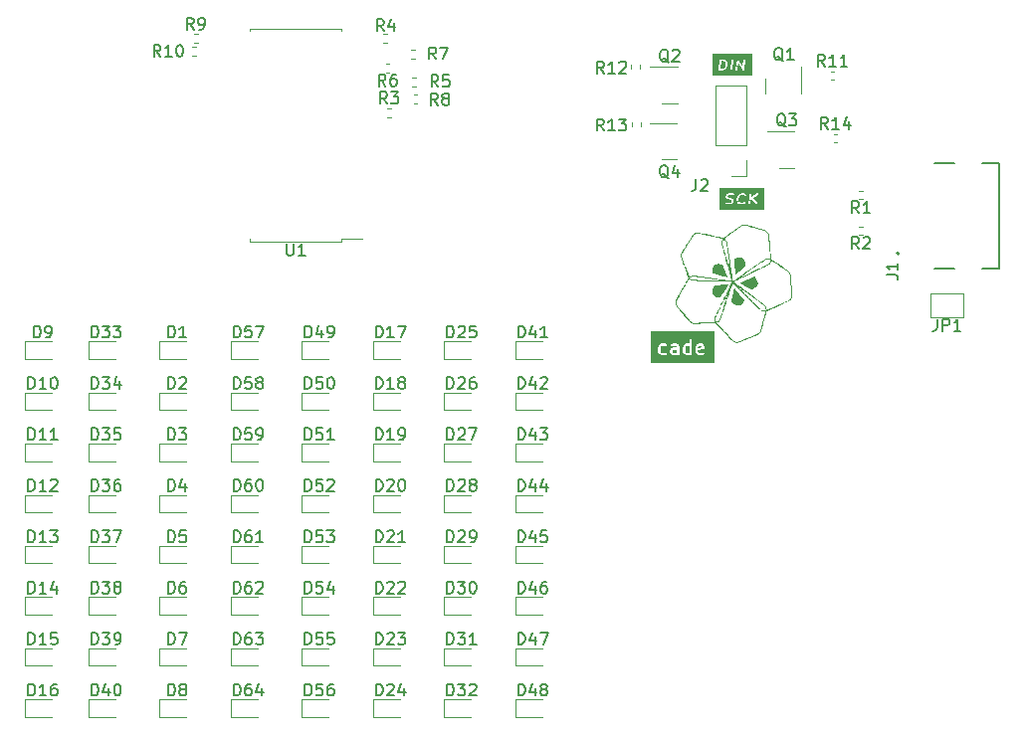
<source format=gbr>
%TF.GenerationSoftware,KiCad,Pcbnew,(7.0.0-0)*%
%TF.CreationDate,2023-03-12T05:29:05-07:00*%
%TF.ProjectId,TM1640_led_array,544d3136-3430-45f6-9c65-645f61727261,rev?*%
%TF.SameCoordinates,Original*%
%TF.FileFunction,Legend,Top*%
%TF.FilePolarity,Positive*%
%FSLAX46Y46*%
G04 Gerber Fmt 4.6, Leading zero omitted, Abs format (unit mm)*
G04 Created by KiCad (PCBNEW (7.0.0-0)) date 2023-03-12 05:29:05*
%MOMM*%
%LPD*%
G01*
G04 APERTURE LIST*
%ADD10C,0.200000*%
%ADD11C,0.150000*%
%ADD12C,0.120000*%
%ADD13C,0.127000*%
G04 APERTURE END LIST*
D10*
G36*
X125168320Y-92370535D02*
G01*
X125199999Y-92433892D01*
X125199999Y-92442591D01*
X124828570Y-92516877D01*
X124828570Y-92433892D01*
X124860248Y-92370535D01*
X124923606Y-92338857D01*
X125104964Y-92338857D01*
X125168320Y-92370535D01*
G37*
G36*
X124114285Y-92357803D02*
G01*
X124114285Y-92919911D01*
X124076393Y-92938857D01*
X123895034Y-92938857D01*
X123816377Y-92899528D01*
X123782184Y-92865335D01*
X123742856Y-92786679D01*
X123742856Y-92491034D01*
X123782183Y-92412379D01*
X123816378Y-92378185D01*
X123895034Y-92338857D01*
X124076393Y-92338857D01*
X124114285Y-92357803D01*
G37*
G36*
X123028571Y-92683838D02*
G01*
X123028571Y-92919911D01*
X122990679Y-92938857D01*
X122752178Y-92938857D01*
X122688820Y-92907178D01*
X122657142Y-92843822D01*
X122657142Y-92776749D01*
X122688820Y-92713392D01*
X122752178Y-92681714D01*
X123008900Y-92681714D01*
X123028571Y-92683838D01*
G37*
G36*
X126259999Y-93771429D02*
G01*
X120828571Y-93771429D01*
X120828571Y-92478616D01*
X121424951Y-92478616D01*
X121428571Y-92487344D01*
X121428571Y-92804900D01*
X121425997Y-92828743D01*
X121435135Y-92847019D01*
X121440894Y-92866632D01*
X121448035Y-92872819D01*
X121490664Y-92958078D01*
X121494241Y-92974519D01*
X121513712Y-92993990D01*
X121532493Y-93014180D01*
X121534386Y-93014664D01*
X121563279Y-93043557D01*
X121571872Y-93058025D01*
X121596518Y-93070348D01*
X121620703Y-93083554D01*
X121622651Y-93083414D01*
X121707600Y-93125889D01*
X121727779Y-93138857D01*
X121748215Y-93138857D01*
X121768330Y-93142477D01*
X121777058Y-93138857D01*
X121980329Y-93138857D01*
X122004172Y-93141431D01*
X122022448Y-93132292D01*
X122042061Y-93126534D01*
X122048248Y-93119392D01*
X122157583Y-93064726D01*
X122189609Y-93034935D01*
X122204158Y-92978040D01*
X122185637Y-92922313D01*
X122139928Y-92885443D01*
X122081542Y-92879140D01*
X121962108Y-92938857D01*
X121780749Y-92938857D01*
X121702092Y-92899528D01*
X121667899Y-92865335D01*
X121628571Y-92786679D01*
X121628571Y-92764330D01*
X122453522Y-92764330D01*
X122457142Y-92773058D01*
X122457142Y-92862043D01*
X122454568Y-92885886D01*
X122463706Y-92904162D01*
X122469465Y-92923775D01*
X122476606Y-92929962D01*
X122513449Y-93003648D01*
X122513312Y-93007534D01*
X122526459Y-93029669D01*
X122531273Y-93039297D01*
X122533775Y-93041986D01*
X122543301Y-93058025D01*
X122553383Y-93063066D01*
X122561064Y-93071323D01*
X122579143Y-93075946D01*
X122679029Y-93125889D01*
X122699208Y-93138857D01*
X122719644Y-93138857D01*
X122739759Y-93142477D01*
X122748487Y-93138857D01*
X123008900Y-93138857D01*
X123032743Y-93141431D01*
X123051019Y-93132292D01*
X123070632Y-93126534D01*
X123073384Y-93123357D01*
X123085276Y-93133661D01*
X123143403Y-93142018D01*
X123196822Y-93117623D01*
X123228571Y-93068220D01*
X123228571Y-92994300D01*
X123232729Y-92978040D01*
X123228571Y-92965529D01*
X123228571Y-92537157D01*
X123232729Y-92520897D01*
X123228571Y-92508386D01*
X123228571Y-92478616D01*
X123539236Y-92478616D01*
X123542856Y-92487344D01*
X123542856Y-92804900D01*
X123540282Y-92828743D01*
X123549420Y-92847019D01*
X123555179Y-92866632D01*
X123562320Y-92872819D01*
X123604949Y-92958078D01*
X123608526Y-92974519D01*
X123627997Y-92993990D01*
X123646778Y-93014180D01*
X123648671Y-93014664D01*
X123677564Y-93043557D01*
X123686157Y-93058025D01*
X123710803Y-93070348D01*
X123734988Y-93083554D01*
X123736936Y-93083414D01*
X123821885Y-93125889D01*
X123842064Y-93138857D01*
X123862500Y-93138857D01*
X123882615Y-93142477D01*
X123891343Y-93138857D01*
X124094614Y-93138857D01*
X124118457Y-93141431D01*
X124136733Y-93132292D01*
X124156346Y-93126534D01*
X124159098Y-93123357D01*
X124170990Y-93133661D01*
X124229117Y-93142018D01*
X124282536Y-93117623D01*
X124314285Y-93068220D01*
X124314285Y-92994300D01*
X124318443Y-92978040D01*
X124314285Y-92965529D01*
X124314285Y-92421473D01*
X124624950Y-92421473D01*
X124628570Y-92430201D01*
X124628570Y-92612435D01*
X124627116Y-92614995D01*
X124628570Y-92641597D01*
X124628570Y-92862043D01*
X124625996Y-92885886D01*
X124635134Y-92904162D01*
X124640893Y-92923775D01*
X124648034Y-92929962D01*
X124684877Y-93003648D01*
X124684740Y-93007534D01*
X124697887Y-93029669D01*
X124702701Y-93039297D01*
X124705203Y-93041986D01*
X124714729Y-93058025D01*
X124724811Y-93063066D01*
X124732492Y-93071323D01*
X124750571Y-93075946D01*
X124850457Y-93125889D01*
X124870636Y-93138857D01*
X124891072Y-93138857D01*
X124911187Y-93142477D01*
X124919915Y-93138857D01*
X125123185Y-93138857D01*
X125147028Y-93141431D01*
X125165304Y-93132292D01*
X125184917Y-93126534D01*
X125191104Y-93119392D01*
X125300439Y-93064726D01*
X125332465Y-93034935D01*
X125347014Y-92978040D01*
X125328493Y-92922313D01*
X125282784Y-92885443D01*
X125224398Y-92879140D01*
X125104964Y-92938857D01*
X124923606Y-92938857D01*
X124860248Y-92907178D01*
X124828570Y-92843822D01*
X124828570Y-92720838D01*
X125302767Y-92625997D01*
X125314831Y-92627732D01*
X125330987Y-92620353D01*
X125333711Y-92619809D01*
X125344028Y-92614398D01*
X125368250Y-92603337D01*
X125369840Y-92600861D01*
X125372447Y-92599495D01*
X125385604Y-92576332D01*
X125399999Y-92553934D01*
X125399999Y-92550993D01*
X125401453Y-92548433D01*
X125399999Y-92521831D01*
X125399999Y-92415670D01*
X125402573Y-92391827D01*
X125393434Y-92373550D01*
X125387676Y-92353938D01*
X125380534Y-92347749D01*
X125343692Y-92274066D01*
X125343830Y-92270180D01*
X125330676Y-92248034D01*
X125325868Y-92238417D01*
X125323368Y-92235729D01*
X125313841Y-92219689D01*
X125303756Y-92214646D01*
X125296077Y-92206391D01*
X125278000Y-92201768D01*
X125178110Y-92151824D01*
X125157933Y-92138857D01*
X125137497Y-92138857D01*
X125117382Y-92135237D01*
X125108654Y-92138857D01*
X124905384Y-92138857D01*
X124881541Y-92136283D01*
X124863264Y-92145421D01*
X124843652Y-92151180D01*
X124837463Y-92158321D01*
X124763780Y-92195163D01*
X124759893Y-92195026D01*
X124737742Y-92208182D01*
X124728131Y-92212988D01*
X124725445Y-92215486D01*
X124709402Y-92225015D01*
X124704360Y-92235098D01*
X124696104Y-92242778D01*
X124691481Y-92260855D01*
X124641535Y-92360746D01*
X124628570Y-92380922D01*
X124628570Y-92401357D01*
X124624950Y-92421473D01*
X124314285Y-92421473D01*
X124314285Y-92297782D01*
X124315259Y-92270180D01*
X124314285Y-92268540D01*
X124314285Y-91824478D01*
X124301962Y-91782510D01*
X124257580Y-91744053D01*
X124199453Y-91735696D01*
X124146034Y-91760091D01*
X124114285Y-91809494D01*
X124114285Y-92138857D01*
X124108926Y-92138857D01*
X124088811Y-92135237D01*
X124080083Y-92138857D01*
X123876812Y-92138857D01*
X123852969Y-92136283D01*
X123834692Y-92145421D01*
X123815080Y-92151180D01*
X123808891Y-92158321D01*
X123723636Y-92200949D01*
X123707195Y-92204526D01*
X123687716Y-92224003D01*
X123667533Y-92242779D01*
X123667049Y-92244670D01*
X123638155Y-92273564D01*
X123623688Y-92282157D01*
X123611371Y-92306789D01*
X123598159Y-92330987D01*
X123598298Y-92332936D01*
X123555823Y-92417887D01*
X123542856Y-92438065D01*
X123542856Y-92458501D01*
X123539236Y-92478616D01*
X123228571Y-92478616D01*
X123228571Y-92415670D01*
X123231145Y-92391827D01*
X123222006Y-92373550D01*
X123216248Y-92353938D01*
X123209106Y-92347749D01*
X123172264Y-92274066D01*
X123172402Y-92270180D01*
X123159248Y-92248034D01*
X123154440Y-92238417D01*
X123151940Y-92235729D01*
X123142413Y-92219689D01*
X123132328Y-92214646D01*
X123124649Y-92206391D01*
X123106572Y-92201768D01*
X123006682Y-92151824D01*
X122986505Y-92138857D01*
X122966069Y-92138857D01*
X122945954Y-92135237D01*
X122937226Y-92138857D01*
X122733956Y-92138857D01*
X122710113Y-92136283D01*
X122691836Y-92145421D01*
X122672224Y-92151180D01*
X122666035Y-92158321D01*
X122556703Y-92212988D01*
X122524676Y-92242778D01*
X122510128Y-92299673D01*
X122528648Y-92355401D01*
X122574357Y-92392271D01*
X122632743Y-92398574D01*
X122752178Y-92338857D01*
X122933536Y-92338857D01*
X122996892Y-92370535D01*
X123028571Y-92433892D01*
X123028571Y-92462768D01*
X122990679Y-92481714D01*
X122733956Y-92481714D01*
X122710113Y-92479140D01*
X122691836Y-92488278D01*
X122672224Y-92494037D01*
X122666035Y-92501178D01*
X122592352Y-92538020D01*
X122588465Y-92537883D01*
X122566314Y-92551039D01*
X122556703Y-92555845D01*
X122554017Y-92558343D01*
X122537974Y-92567872D01*
X122532932Y-92577955D01*
X122524676Y-92585635D01*
X122520053Y-92603712D01*
X122470107Y-92703603D01*
X122457142Y-92723779D01*
X122457142Y-92744214D01*
X122453522Y-92764330D01*
X121628571Y-92764330D01*
X121628571Y-92491034D01*
X121667898Y-92412379D01*
X121702093Y-92378185D01*
X121780749Y-92338857D01*
X121962108Y-92338857D01*
X122068140Y-92391873D01*
X122111188Y-92399620D01*
X122165433Y-92377122D01*
X122198903Y-92328869D01*
X122200974Y-92270180D01*
X122170985Y-92219689D01*
X122035254Y-92151824D01*
X122015077Y-92138857D01*
X121994641Y-92138857D01*
X121974526Y-92135237D01*
X121965798Y-92138857D01*
X121762527Y-92138857D01*
X121738684Y-92136283D01*
X121720407Y-92145421D01*
X121700795Y-92151180D01*
X121694606Y-92158321D01*
X121609351Y-92200949D01*
X121592910Y-92204526D01*
X121573431Y-92224003D01*
X121553248Y-92242779D01*
X121552764Y-92244670D01*
X121523870Y-92273564D01*
X121509403Y-92282157D01*
X121497086Y-92306789D01*
X121483874Y-92330987D01*
X121484013Y-92332936D01*
X121441538Y-92417887D01*
X121428571Y-92438065D01*
X121428571Y-92458501D01*
X121424951Y-92478616D01*
X120828571Y-92478616D01*
X120828571Y-91128571D01*
X126259999Y-91128571D01*
X126259999Y-93771429D01*
G37*
D11*
G36*
X130466667Y-80739286D02*
G01*
X126660714Y-80739286D01*
X126660714Y-80177958D01*
X127122458Y-80177958D01*
X127129441Y-80221444D01*
X127158826Y-80254252D01*
X127307149Y-80295168D01*
X127316073Y-80300904D01*
X127327939Y-80300904D01*
X127328544Y-80301071D01*
X127338689Y-80300904D01*
X127568392Y-80300904D01*
X127582310Y-80303830D01*
X127600142Y-80297036D01*
X127618450Y-80291661D01*
X127620517Y-80289274D01*
X127692067Y-80262018D01*
X127702493Y-80261417D01*
X127712226Y-80254338D01*
X127712965Y-80254057D01*
X127720892Y-80248035D01*
X127764362Y-80216421D01*
X127775358Y-80212332D01*
X127788297Y-80195079D01*
X127801425Y-80178038D01*
X127801469Y-80177516D01*
X127844549Y-80120076D01*
X127857403Y-80104678D01*
X127859043Y-80091556D01*
X127863676Y-80079169D01*
X127861720Y-80070140D01*
X127867011Y-80027810D01*
X127867441Y-80027278D01*
X127869736Y-80006011D01*
X127870996Y-79995937D01*
X127870892Y-79995302D01*
X127872168Y-79983488D01*
X127867429Y-79974011D01*
X127865729Y-79963556D01*
X127857785Y-79954723D01*
X127827432Y-79894017D01*
X127823429Y-79879717D01*
X127818374Y-79875224D01*
X128112702Y-79875224D01*
X128116599Y-79896009D01*
X128119985Y-79916825D01*
X128120638Y-79917551D01*
X128143292Y-80038376D01*
X128142116Y-80049272D01*
X128147266Y-80059573D01*
X128147318Y-80059846D01*
X128152044Y-80069128D01*
X128186852Y-80138743D01*
X128190856Y-80153045D01*
X128204658Y-80165313D01*
X128217226Y-80178825D01*
X128220922Y-80179770D01*
X128289838Y-80241027D01*
X128301683Y-80254252D01*
X128316687Y-80258391D01*
X128330756Y-80265032D01*
X128337540Y-80264143D01*
X128450006Y-80295168D01*
X128458930Y-80300904D01*
X128470796Y-80300904D01*
X128471401Y-80301071D01*
X128481546Y-80300904D01*
X128564138Y-80300904D01*
X128573607Y-80304028D01*
X128585713Y-80300904D01*
X128586972Y-80300904D01*
X128596109Y-80298220D01*
X128735449Y-80262262D01*
X128750112Y-80261417D01*
X128765179Y-80250458D01*
X128781159Y-80240920D01*
X128782780Y-80237658D01*
X128797023Y-80227300D01*
X129119480Y-80227300D01*
X129124747Y-80259682D01*
X129154199Y-80292429D01*
X129196680Y-80304056D01*
X129238703Y-80290871D01*
X129266927Y-80257059D01*
X129308485Y-79924591D01*
X129381858Y-79871229D01*
X129715257Y-80281567D01*
X129742280Y-80300169D01*
X129786301Y-80301563D01*
X129824088Y-80278937D01*
X129843645Y-80239474D01*
X129838762Y-80195701D01*
X129503342Y-79782876D01*
X129919499Y-79480217D01*
X129939520Y-79454228D01*
X129943268Y-79410344D01*
X129922695Y-79371401D01*
X129884334Y-79349761D01*
X129840363Y-79352296D01*
X129353821Y-79706144D01*
X129337816Y-79715728D01*
X129336222Y-79718943D01*
X129333988Y-79720568D01*
X129370996Y-79424508D01*
X129365729Y-79392126D01*
X129336277Y-79359378D01*
X129293796Y-79347751D01*
X129251773Y-79360937D01*
X129223549Y-79394749D01*
X129166209Y-79853466D01*
X129165241Y-79854723D01*
X129163492Y-79875199D01*
X129119480Y-80227300D01*
X128797023Y-80227300D01*
X128829023Y-80204028D01*
X128849044Y-80178038D01*
X128852791Y-80134154D01*
X128832219Y-80095211D01*
X128793858Y-80073571D01*
X128749888Y-80076106D01*
X128691244Y-80118754D01*
X128566667Y-80150904D01*
X128491107Y-80150904D01*
X128379632Y-80120152D01*
X128317764Y-80065159D01*
X128290827Y-80011284D01*
X128266348Y-79880734D01*
X128277832Y-79788856D01*
X128336649Y-79654418D01*
X128381804Y-79594212D01*
X128465897Y-79533053D01*
X128590475Y-79500904D01*
X128666034Y-79500904D01*
X128777509Y-79531656D01*
X128815374Y-79565314D01*
X128845041Y-79579319D01*
X128888712Y-79573602D01*
X128922360Y-79545183D01*
X128935302Y-79503083D01*
X128923429Y-79460670D01*
X128867300Y-79410777D01*
X128855459Y-79397557D01*
X128840454Y-79393417D01*
X128826386Y-79386777D01*
X128819601Y-79387665D01*
X128707136Y-79356639D01*
X128698212Y-79350904D01*
X128686346Y-79350904D01*
X128685741Y-79350737D01*
X128675578Y-79350904D01*
X128593004Y-79350904D01*
X128583534Y-79347780D01*
X128571429Y-79350904D01*
X128570170Y-79350904D01*
X128561032Y-79353587D01*
X128421694Y-79389546D01*
X128407031Y-79390392D01*
X128391968Y-79401346D01*
X128375982Y-79410889D01*
X128374358Y-79414153D01*
X128292780Y-79473482D01*
X128281785Y-79477572D01*
X128268836Y-79494836D01*
X128255718Y-79511866D01*
X128255673Y-79512386D01*
X128219154Y-79561077D01*
X128211543Y-79566143D01*
X128206205Y-79578343D01*
X128204959Y-79580005D01*
X128201898Y-79588186D01*
X128140334Y-79728905D01*
X128133071Y-79737607D01*
X128130293Y-79759828D01*
X128127579Y-79781121D01*
X128127621Y-79781209D01*
X128117278Y-79863957D01*
X128112702Y-79875224D01*
X127818374Y-79875224D01*
X127809625Y-79867447D01*
X127797057Y-79853936D01*
X127793362Y-79852991D01*
X127770959Y-79833077D01*
X127763686Y-79822470D01*
X127744843Y-79814536D01*
X127726386Y-79805824D01*
X127724681Y-79806047D01*
X127666027Y-79781350D01*
X127660453Y-79775907D01*
X127646111Y-79772965D01*
X127642976Y-79771645D01*
X127635597Y-79770808D01*
X127460397Y-79734870D01*
X127388164Y-79704455D01*
X127365384Y-79684206D01*
X127343903Y-79641245D01*
X127348139Y-79607352D01*
X127386566Y-79556117D01*
X127421750Y-79530529D01*
X127499516Y-79500904D01*
X127713653Y-79500904D01*
X127852352Y-79539167D01*
X127885155Y-79538627D01*
X127921810Y-79514210D01*
X127939446Y-79473852D01*
X127932463Y-79430365D01*
X127903078Y-79397557D01*
X127754755Y-79356639D01*
X127745831Y-79350904D01*
X127733965Y-79350904D01*
X127733360Y-79350737D01*
X127723197Y-79350904D01*
X127493512Y-79350904D01*
X127479593Y-79347978D01*
X127461758Y-79354772D01*
X127443454Y-79360147D01*
X127441386Y-79362533D01*
X127369835Y-79389791D01*
X127359412Y-79390392D01*
X127349681Y-79397468D01*
X127348938Y-79397752D01*
X127340974Y-79403800D01*
X127297542Y-79435387D01*
X127286547Y-79439477D01*
X127273598Y-79456741D01*
X127260480Y-79473771D01*
X127260435Y-79474291D01*
X127217358Y-79531727D01*
X127204501Y-79547130D01*
X127202860Y-79560251D01*
X127198228Y-79572638D01*
X127200183Y-79581667D01*
X127194892Y-79623998D01*
X127194463Y-79624531D01*
X127192163Y-79645828D01*
X127190908Y-79655872D01*
X127191010Y-79656504D01*
X127189735Y-79668320D01*
X127194474Y-79677799D01*
X127196175Y-79688253D01*
X127204117Y-79697083D01*
X127234471Y-79757792D01*
X127238475Y-79772092D01*
X127252273Y-79784357D01*
X127264845Y-79797872D01*
X127268541Y-79798817D01*
X127290945Y-79818730D01*
X127298218Y-79829337D01*
X127317054Y-79837268D01*
X127335519Y-79845984D01*
X127337223Y-79845760D01*
X127395874Y-79870456D01*
X127401451Y-79875902D01*
X127415795Y-79878844D01*
X127418927Y-79880163D01*
X127426299Y-79880999D01*
X127601509Y-79916939D01*
X127673738Y-79947352D01*
X127696518Y-79967601D01*
X127718000Y-80010563D01*
X127713763Y-80044456D01*
X127675337Y-80095692D01*
X127640156Y-80121278D01*
X127562389Y-80150904D01*
X127348250Y-80150904D01*
X127209551Y-80112642D01*
X127176748Y-80113182D01*
X127140093Y-80137599D01*
X127122458Y-80177958D01*
X126660714Y-80177958D01*
X126660714Y-78885714D01*
X130466667Y-78885714D01*
X130466667Y-80739286D01*
G37*
G36*
X127082270Y-68131656D02*
G01*
X127144139Y-68186651D01*
X127171076Y-68240525D01*
X127195555Y-68371077D01*
X127184070Y-68462950D01*
X127125252Y-68597392D01*
X127080099Y-68657597D01*
X126996006Y-68718754D01*
X126871429Y-68750904D01*
X126727815Y-68750904D01*
X126809065Y-68100904D01*
X126970796Y-68100904D01*
X127082270Y-68131656D01*
G37*
G36*
X129438095Y-69339286D02*
G01*
X126060714Y-69339286D01*
X126060714Y-68837028D01*
X126565487Y-68837028D01*
X126570448Y-68847892D01*
X126572366Y-68859682D01*
X126579408Y-68867511D01*
X126583783Y-68877092D01*
X126593833Y-68883550D01*
X126601818Y-68892429D01*
X126611972Y-68895208D01*
X126620835Y-68900904D01*
X126632783Y-68900904D01*
X126644299Y-68904056D01*
X126654345Y-68900904D01*
X126868900Y-68900904D01*
X126878369Y-68904028D01*
X126890475Y-68900904D01*
X126891734Y-68900904D01*
X126900871Y-68898220D01*
X127040211Y-68862262D01*
X127054874Y-68861417D01*
X127069940Y-68850459D01*
X127085921Y-68840920D01*
X127087543Y-68837657D01*
X127101784Y-68827300D01*
X127567099Y-68827300D01*
X127572366Y-68859682D01*
X127601818Y-68892429D01*
X127644299Y-68904056D01*
X127686322Y-68890871D01*
X127714546Y-68857059D01*
X127718266Y-68827300D01*
X128043289Y-68827300D01*
X128048556Y-68859682D01*
X128078008Y-68892429D01*
X128120489Y-68904056D01*
X128162512Y-68890871D01*
X128190736Y-68857059D01*
X128266168Y-68253596D01*
X128618709Y-68851849D01*
X128619984Y-68859682D01*
X128629676Y-68870458D01*
X128631333Y-68873270D01*
X128636863Y-68878449D01*
X128649436Y-68892429D01*
X128652760Y-68893338D01*
X128655278Y-68895697D01*
X128673781Y-68899092D01*
X128691917Y-68904056D01*
X128695206Y-68903023D01*
X128698598Y-68903646D01*
X128715993Y-68896501D01*
X128733940Y-68890871D01*
X128736149Y-68888223D01*
X128739339Y-68886914D01*
X128750111Y-68871497D01*
X128762164Y-68857059D01*
X128762591Y-68853637D01*
X128764567Y-68850811D01*
X128765294Y-68832012D01*
X128866233Y-68024508D01*
X128860966Y-67992126D01*
X128831514Y-67959378D01*
X128789033Y-67947751D01*
X128747010Y-67960937D01*
X128718786Y-67994749D01*
X128643353Y-68598211D01*
X128290812Y-67999961D01*
X128289538Y-67992126D01*
X128279842Y-67981345D01*
X128278188Y-67978538D01*
X128272666Y-67973365D01*
X128260086Y-67959378D01*
X128256760Y-67958467D01*
X128254244Y-67956111D01*
X128235751Y-67952717D01*
X128217605Y-67947751D01*
X128214313Y-67948783D01*
X128210924Y-67948162D01*
X128193533Y-67955304D01*
X128175582Y-67960937D01*
X128173372Y-67963584D01*
X128170183Y-67964894D01*
X128159410Y-67980310D01*
X128147358Y-67994749D01*
X128146930Y-67998170D01*
X128144955Y-68000997D01*
X128144227Y-68019795D01*
X128043289Y-68827300D01*
X127718266Y-68827300D01*
X127818615Y-68024508D01*
X127813348Y-67992126D01*
X127783896Y-67959378D01*
X127741415Y-67947751D01*
X127699392Y-67960937D01*
X127671168Y-67994749D01*
X127567099Y-68827300D01*
X127101784Y-68827300D01*
X127169122Y-68778327D01*
X127180120Y-68774237D01*
X127193077Y-68756960D01*
X127206187Y-68739943D01*
X127206231Y-68739421D01*
X127242749Y-68690730D01*
X127250361Y-68685665D01*
X127255698Y-68673465D01*
X127256946Y-68671802D01*
X127260008Y-68663614D01*
X127321570Y-68522900D01*
X127328831Y-68514202D01*
X127331550Y-68492444D01*
X127334324Y-68470687D01*
X127334281Y-68470597D01*
X127344625Y-68387850D01*
X127349202Y-68376584D01*
X127345304Y-68355795D01*
X127341919Y-68334984D01*
X127341265Y-68334257D01*
X127318610Y-68213431D01*
X127319787Y-68202535D01*
X127314636Y-68192233D01*
X127314585Y-68191961D01*
X127309844Y-68182650D01*
X127275049Y-68113061D01*
X127271047Y-68098765D01*
X127257248Y-68086499D01*
X127244676Y-68072984D01*
X127240980Y-68072039D01*
X127172062Y-68010778D01*
X127160221Y-67997557D01*
X127145216Y-67993417D01*
X127131148Y-67986777D01*
X127124363Y-67987665D01*
X127011898Y-67956639D01*
X127002974Y-67950904D01*
X126991108Y-67950904D01*
X126990503Y-67950737D01*
X126980340Y-67950904D01*
X126752935Y-67950904D01*
X126741415Y-67947751D01*
X126721041Y-67954143D01*
X126700597Y-67960147D01*
X126700106Y-67960712D01*
X126699392Y-67960937D01*
X126685711Y-67977326D01*
X126671755Y-67993433D01*
X126671648Y-67994173D01*
X126671168Y-67994749D01*
X126668520Y-68015932D01*
X126665487Y-68037028D01*
X126665797Y-68037709D01*
X126568519Y-68815939D01*
X126565487Y-68837028D01*
X126060714Y-68837028D01*
X126060714Y-67485714D01*
X129438095Y-67485714D01*
X129438095Y-69339286D01*
G37*
%TO.C,U1*%
X89825495Y-83651380D02*
X89825495Y-84460904D01*
X89825495Y-84460904D02*
X89873114Y-84556142D01*
X89873114Y-84556142D02*
X89920733Y-84603761D01*
X89920733Y-84603761D02*
X90015971Y-84651380D01*
X90015971Y-84651380D02*
X90206447Y-84651380D01*
X90206447Y-84651380D02*
X90301685Y-84603761D01*
X90301685Y-84603761D02*
X90349304Y-84556142D01*
X90349304Y-84556142D02*
X90396923Y-84460904D01*
X90396923Y-84460904D02*
X90396923Y-83651380D01*
X91396923Y-84651380D02*
X90825495Y-84651380D01*
X91111209Y-84651380D02*
X91111209Y-83651380D01*
X91111209Y-83651380D02*
X91015971Y-83794238D01*
X91015971Y-83794238D02*
X90920733Y-83889476D01*
X90920733Y-83889476D02*
X90825495Y-83937095D01*
%TO.C,R14*%
X135882142Y-73873380D02*
X135548809Y-73397190D01*
X135310714Y-73873380D02*
X135310714Y-72873380D01*
X135310714Y-72873380D02*
X135691666Y-72873380D01*
X135691666Y-72873380D02*
X135786904Y-72921000D01*
X135786904Y-72921000D02*
X135834523Y-72968619D01*
X135834523Y-72968619D02*
X135882142Y-73063857D01*
X135882142Y-73063857D02*
X135882142Y-73206714D01*
X135882142Y-73206714D02*
X135834523Y-73301952D01*
X135834523Y-73301952D02*
X135786904Y-73349571D01*
X135786904Y-73349571D02*
X135691666Y-73397190D01*
X135691666Y-73397190D02*
X135310714Y-73397190D01*
X136834523Y-73873380D02*
X136263095Y-73873380D01*
X136548809Y-73873380D02*
X136548809Y-72873380D01*
X136548809Y-72873380D02*
X136453571Y-73016238D01*
X136453571Y-73016238D02*
X136358333Y-73111476D01*
X136358333Y-73111476D02*
X136263095Y-73159095D01*
X137691666Y-73206714D02*
X137691666Y-73873380D01*
X137453571Y-72825761D02*
X137215476Y-73540047D01*
X137215476Y-73540047D02*
X137834523Y-73540047D01*
%TO.C,R13*%
X116806742Y-74027380D02*
X116473409Y-73551190D01*
X116235314Y-74027380D02*
X116235314Y-73027380D01*
X116235314Y-73027380D02*
X116616266Y-73027380D01*
X116616266Y-73027380D02*
X116711504Y-73075000D01*
X116711504Y-73075000D02*
X116759123Y-73122619D01*
X116759123Y-73122619D02*
X116806742Y-73217857D01*
X116806742Y-73217857D02*
X116806742Y-73360714D01*
X116806742Y-73360714D02*
X116759123Y-73455952D01*
X116759123Y-73455952D02*
X116711504Y-73503571D01*
X116711504Y-73503571D02*
X116616266Y-73551190D01*
X116616266Y-73551190D02*
X116235314Y-73551190D01*
X117759123Y-74027380D02*
X117187695Y-74027380D01*
X117473409Y-74027380D02*
X117473409Y-73027380D01*
X117473409Y-73027380D02*
X117378171Y-73170238D01*
X117378171Y-73170238D02*
X117282933Y-73265476D01*
X117282933Y-73265476D02*
X117187695Y-73313095D01*
X118092457Y-73027380D02*
X118711504Y-73027380D01*
X118711504Y-73027380D02*
X118378171Y-73408333D01*
X118378171Y-73408333D02*
X118521028Y-73408333D01*
X118521028Y-73408333D02*
X118616266Y-73455952D01*
X118616266Y-73455952D02*
X118663885Y-73503571D01*
X118663885Y-73503571D02*
X118711504Y-73598809D01*
X118711504Y-73598809D02*
X118711504Y-73836904D01*
X118711504Y-73836904D02*
X118663885Y-73932142D01*
X118663885Y-73932142D02*
X118616266Y-73979761D01*
X118616266Y-73979761D02*
X118521028Y-74027380D01*
X118521028Y-74027380D02*
X118235314Y-74027380D01*
X118235314Y-74027380D02*
X118140076Y-73979761D01*
X118140076Y-73979761D02*
X118092457Y-73932142D01*
%TO.C,R12*%
X116806742Y-69148580D02*
X116473409Y-68672390D01*
X116235314Y-69148580D02*
X116235314Y-68148580D01*
X116235314Y-68148580D02*
X116616266Y-68148580D01*
X116616266Y-68148580D02*
X116711504Y-68196200D01*
X116711504Y-68196200D02*
X116759123Y-68243819D01*
X116759123Y-68243819D02*
X116806742Y-68339057D01*
X116806742Y-68339057D02*
X116806742Y-68481914D01*
X116806742Y-68481914D02*
X116759123Y-68577152D01*
X116759123Y-68577152D02*
X116711504Y-68624771D01*
X116711504Y-68624771D02*
X116616266Y-68672390D01*
X116616266Y-68672390D02*
X116235314Y-68672390D01*
X117759123Y-69148580D02*
X117187695Y-69148580D01*
X117473409Y-69148580D02*
X117473409Y-68148580D01*
X117473409Y-68148580D02*
X117378171Y-68291438D01*
X117378171Y-68291438D02*
X117282933Y-68386676D01*
X117282933Y-68386676D02*
X117187695Y-68434295D01*
X118140076Y-68243819D02*
X118187695Y-68196200D01*
X118187695Y-68196200D02*
X118282933Y-68148580D01*
X118282933Y-68148580D02*
X118521028Y-68148580D01*
X118521028Y-68148580D02*
X118616266Y-68196200D01*
X118616266Y-68196200D02*
X118663885Y-68243819D01*
X118663885Y-68243819D02*
X118711504Y-68339057D01*
X118711504Y-68339057D02*
X118711504Y-68434295D01*
X118711504Y-68434295D02*
X118663885Y-68577152D01*
X118663885Y-68577152D02*
X118092457Y-69148580D01*
X118092457Y-69148580D02*
X118711504Y-69148580D01*
%TO.C,R11*%
X135628142Y-68539380D02*
X135294809Y-68063190D01*
X135056714Y-68539380D02*
X135056714Y-67539380D01*
X135056714Y-67539380D02*
X135437666Y-67539380D01*
X135437666Y-67539380D02*
X135532904Y-67587000D01*
X135532904Y-67587000D02*
X135580523Y-67634619D01*
X135580523Y-67634619D02*
X135628142Y-67729857D01*
X135628142Y-67729857D02*
X135628142Y-67872714D01*
X135628142Y-67872714D02*
X135580523Y-67967952D01*
X135580523Y-67967952D02*
X135532904Y-68015571D01*
X135532904Y-68015571D02*
X135437666Y-68063190D01*
X135437666Y-68063190D02*
X135056714Y-68063190D01*
X136580523Y-68539380D02*
X136009095Y-68539380D01*
X136294809Y-68539380D02*
X136294809Y-67539380D01*
X136294809Y-67539380D02*
X136199571Y-67682238D01*
X136199571Y-67682238D02*
X136104333Y-67777476D01*
X136104333Y-67777476D02*
X136009095Y-67825095D01*
X137532904Y-68539380D02*
X136961476Y-68539380D01*
X137247190Y-68539380D02*
X137247190Y-67539380D01*
X137247190Y-67539380D02*
X137151952Y-67682238D01*
X137151952Y-67682238D02*
X137056714Y-67777476D01*
X137056714Y-67777476D02*
X136961476Y-67825095D01*
%TO.C,R10*%
X79104342Y-67715580D02*
X78771009Y-67239390D01*
X78532914Y-67715580D02*
X78532914Y-66715580D01*
X78532914Y-66715580D02*
X78913866Y-66715580D01*
X78913866Y-66715580D02*
X79009104Y-66763200D01*
X79009104Y-66763200D02*
X79056723Y-66810819D01*
X79056723Y-66810819D02*
X79104342Y-66906057D01*
X79104342Y-66906057D02*
X79104342Y-67048914D01*
X79104342Y-67048914D02*
X79056723Y-67144152D01*
X79056723Y-67144152D02*
X79009104Y-67191771D01*
X79009104Y-67191771D02*
X78913866Y-67239390D01*
X78913866Y-67239390D02*
X78532914Y-67239390D01*
X80056723Y-67715580D02*
X79485295Y-67715580D01*
X79771009Y-67715580D02*
X79771009Y-66715580D01*
X79771009Y-66715580D02*
X79675771Y-66858438D01*
X79675771Y-66858438D02*
X79580533Y-66953676D01*
X79580533Y-66953676D02*
X79485295Y-67001295D01*
X80675771Y-66715580D02*
X80771009Y-66715580D01*
X80771009Y-66715580D02*
X80866247Y-66763200D01*
X80866247Y-66763200D02*
X80913866Y-66810819D01*
X80913866Y-66810819D02*
X80961485Y-66906057D01*
X80961485Y-66906057D02*
X81009104Y-67096533D01*
X81009104Y-67096533D02*
X81009104Y-67334628D01*
X81009104Y-67334628D02*
X80961485Y-67525104D01*
X80961485Y-67525104D02*
X80913866Y-67620342D01*
X80913866Y-67620342D02*
X80866247Y-67667961D01*
X80866247Y-67667961D02*
X80771009Y-67715580D01*
X80771009Y-67715580D02*
X80675771Y-67715580D01*
X80675771Y-67715580D02*
X80580533Y-67667961D01*
X80580533Y-67667961D02*
X80532914Y-67620342D01*
X80532914Y-67620342D02*
X80485295Y-67525104D01*
X80485295Y-67525104D02*
X80437676Y-67334628D01*
X80437676Y-67334628D02*
X80437676Y-67096533D01*
X80437676Y-67096533D02*
X80485295Y-66906057D01*
X80485295Y-66906057D02*
X80532914Y-66810819D01*
X80532914Y-66810819D02*
X80580533Y-66763200D01*
X80580533Y-66763200D02*
X80675771Y-66715580D01*
%TO.C,R9*%
X81913533Y-65429580D02*
X81580200Y-64953390D01*
X81342105Y-65429580D02*
X81342105Y-64429580D01*
X81342105Y-64429580D02*
X81723057Y-64429580D01*
X81723057Y-64429580D02*
X81818295Y-64477200D01*
X81818295Y-64477200D02*
X81865914Y-64524819D01*
X81865914Y-64524819D02*
X81913533Y-64620057D01*
X81913533Y-64620057D02*
X81913533Y-64762914D01*
X81913533Y-64762914D02*
X81865914Y-64858152D01*
X81865914Y-64858152D02*
X81818295Y-64905771D01*
X81818295Y-64905771D02*
X81723057Y-64953390D01*
X81723057Y-64953390D02*
X81342105Y-64953390D01*
X82389724Y-65429580D02*
X82580200Y-65429580D01*
X82580200Y-65429580D02*
X82675438Y-65381961D01*
X82675438Y-65381961D02*
X82723057Y-65334342D01*
X82723057Y-65334342D02*
X82818295Y-65191485D01*
X82818295Y-65191485D02*
X82865914Y-65001009D01*
X82865914Y-65001009D02*
X82865914Y-64620057D01*
X82865914Y-64620057D02*
X82818295Y-64524819D01*
X82818295Y-64524819D02*
X82770676Y-64477200D01*
X82770676Y-64477200D02*
X82675438Y-64429580D01*
X82675438Y-64429580D02*
X82484962Y-64429580D01*
X82484962Y-64429580D02*
X82389724Y-64477200D01*
X82389724Y-64477200D02*
X82342105Y-64524819D01*
X82342105Y-64524819D02*
X82294486Y-64620057D01*
X82294486Y-64620057D02*
X82294486Y-64858152D01*
X82294486Y-64858152D02*
X82342105Y-64953390D01*
X82342105Y-64953390D02*
X82389724Y-65001009D01*
X82389724Y-65001009D02*
X82484962Y-65048628D01*
X82484962Y-65048628D02*
X82675438Y-65048628D01*
X82675438Y-65048628D02*
X82770676Y-65001009D01*
X82770676Y-65001009D02*
X82818295Y-64953390D01*
X82818295Y-64953390D02*
X82865914Y-64858152D01*
%TO.C,R8*%
X102690933Y-71855780D02*
X102357600Y-71379590D01*
X102119505Y-71855780D02*
X102119505Y-70855780D01*
X102119505Y-70855780D02*
X102500457Y-70855780D01*
X102500457Y-70855780D02*
X102595695Y-70903400D01*
X102595695Y-70903400D02*
X102643314Y-70951019D01*
X102643314Y-70951019D02*
X102690933Y-71046257D01*
X102690933Y-71046257D02*
X102690933Y-71189114D01*
X102690933Y-71189114D02*
X102643314Y-71284352D01*
X102643314Y-71284352D02*
X102595695Y-71331971D01*
X102595695Y-71331971D02*
X102500457Y-71379590D01*
X102500457Y-71379590D02*
X102119505Y-71379590D01*
X103262362Y-71284352D02*
X103167124Y-71236733D01*
X103167124Y-71236733D02*
X103119505Y-71189114D01*
X103119505Y-71189114D02*
X103071886Y-71093876D01*
X103071886Y-71093876D02*
X103071886Y-71046257D01*
X103071886Y-71046257D02*
X103119505Y-70951019D01*
X103119505Y-70951019D02*
X103167124Y-70903400D01*
X103167124Y-70903400D02*
X103262362Y-70855780D01*
X103262362Y-70855780D02*
X103452838Y-70855780D01*
X103452838Y-70855780D02*
X103548076Y-70903400D01*
X103548076Y-70903400D02*
X103595695Y-70951019D01*
X103595695Y-70951019D02*
X103643314Y-71046257D01*
X103643314Y-71046257D02*
X103643314Y-71093876D01*
X103643314Y-71093876D02*
X103595695Y-71189114D01*
X103595695Y-71189114D02*
X103548076Y-71236733D01*
X103548076Y-71236733D02*
X103452838Y-71284352D01*
X103452838Y-71284352D02*
X103262362Y-71284352D01*
X103262362Y-71284352D02*
X103167124Y-71331971D01*
X103167124Y-71331971D02*
X103119505Y-71379590D01*
X103119505Y-71379590D02*
X103071886Y-71474828D01*
X103071886Y-71474828D02*
X103071886Y-71665304D01*
X103071886Y-71665304D02*
X103119505Y-71760542D01*
X103119505Y-71760542D02*
X103167124Y-71808161D01*
X103167124Y-71808161D02*
X103262362Y-71855780D01*
X103262362Y-71855780D02*
X103452838Y-71855780D01*
X103452838Y-71855780D02*
X103548076Y-71808161D01*
X103548076Y-71808161D02*
X103595695Y-71760542D01*
X103595695Y-71760542D02*
X103643314Y-71665304D01*
X103643314Y-71665304D02*
X103643314Y-71474828D01*
X103643314Y-71474828D02*
X103595695Y-71379590D01*
X103595695Y-71379590D02*
X103548076Y-71331971D01*
X103548076Y-71331971D02*
X103452838Y-71284352D01*
%TO.C,R7*%
X102538533Y-67944180D02*
X102205200Y-67467990D01*
X101967105Y-67944180D02*
X101967105Y-66944180D01*
X101967105Y-66944180D02*
X102348057Y-66944180D01*
X102348057Y-66944180D02*
X102443295Y-66991800D01*
X102443295Y-66991800D02*
X102490914Y-67039419D01*
X102490914Y-67039419D02*
X102538533Y-67134657D01*
X102538533Y-67134657D02*
X102538533Y-67277514D01*
X102538533Y-67277514D02*
X102490914Y-67372752D01*
X102490914Y-67372752D02*
X102443295Y-67420371D01*
X102443295Y-67420371D02*
X102348057Y-67467990D01*
X102348057Y-67467990D02*
X101967105Y-67467990D01*
X102871867Y-66944180D02*
X103538533Y-66944180D01*
X103538533Y-66944180D02*
X103109962Y-67944180D01*
%TO.C,R6*%
X98245933Y-70231780D02*
X97912600Y-69755590D01*
X97674505Y-70231780D02*
X97674505Y-69231780D01*
X97674505Y-69231780D02*
X98055457Y-69231780D01*
X98055457Y-69231780D02*
X98150695Y-69279400D01*
X98150695Y-69279400D02*
X98198314Y-69327019D01*
X98198314Y-69327019D02*
X98245933Y-69422257D01*
X98245933Y-69422257D02*
X98245933Y-69565114D01*
X98245933Y-69565114D02*
X98198314Y-69660352D01*
X98198314Y-69660352D02*
X98150695Y-69707971D01*
X98150695Y-69707971D02*
X98055457Y-69755590D01*
X98055457Y-69755590D02*
X97674505Y-69755590D01*
X99103076Y-69231780D02*
X98912600Y-69231780D01*
X98912600Y-69231780D02*
X98817362Y-69279400D01*
X98817362Y-69279400D02*
X98769743Y-69327019D01*
X98769743Y-69327019D02*
X98674505Y-69469876D01*
X98674505Y-69469876D02*
X98626886Y-69660352D01*
X98626886Y-69660352D02*
X98626886Y-70041304D01*
X98626886Y-70041304D02*
X98674505Y-70136542D01*
X98674505Y-70136542D02*
X98722124Y-70184161D01*
X98722124Y-70184161D02*
X98817362Y-70231780D01*
X98817362Y-70231780D02*
X99007838Y-70231780D01*
X99007838Y-70231780D02*
X99103076Y-70184161D01*
X99103076Y-70184161D02*
X99150695Y-70136542D01*
X99150695Y-70136542D02*
X99198314Y-70041304D01*
X99198314Y-70041304D02*
X99198314Y-69803209D01*
X99198314Y-69803209D02*
X99150695Y-69707971D01*
X99150695Y-69707971D02*
X99103076Y-69660352D01*
X99103076Y-69660352D02*
X99007838Y-69612733D01*
X99007838Y-69612733D02*
X98817362Y-69612733D01*
X98817362Y-69612733D02*
X98722124Y-69660352D01*
X98722124Y-69660352D02*
X98674505Y-69707971D01*
X98674505Y-69707971D02*
X98626886Y-69803209D01*
%TO.C,R5*%
X102729133Y-70293780D02*
X102395800Y-69817590D01*
X102157705Y-70293780D02*
X102157705Y-69293780D01*
X102157705Y-69293780D02*
X102538657Y-69293780D01*
X102538657Y-69293780D02*
X102633895Y-69341400D01*
X102633895Y-69341400D02*
X102681514Y-69389019D01*
X102681514Y-69389019D02*
X102729133Y-69484257D01*
X102729133Y-69484257D02*
X102729133Y-69627114D01*
X102729133Y-69627114D02*
X102681514Y-69722352D01*
X102681514Y-69722352D02*
X102633895Y-69769971D01*
X102633895Y-69769971D02*
X102538657Y-69817590D01*
X102538657Y-69817590D02*
X102157705Y-69817590D01*
X103633895Y-69293780D02*
X103157705Y-69293780D01*
X103157705Y-69293780D02*
X103110086Y-69769971D01*
X103110086Y-69769971D02*
X103157705Y-69722352D01*
X103157705Y-69722352D02*
X103252943Y-69674733D01*
X103252943Y-69674733D02*
X103491038Y-69674733D01*
X103491038Y-69674733D02*
X103586276Y-69722352D01*
X103586276Y-69722352D02*
X103633895Y-69769971D01*
X103633895Y-69769971D02*
X103681514Y-69865209D01*
X103681514Y-69865209D02*
X103681514Y-70103304D01*
X103681514Y-70103304D02*
X103633895Y-70198542D01*
X103633895Y-70198542D02*
X103586276Y-70246161D01*
X103586276Y-70246161D02*
X103491038Y-70293780D01*
X103491038Y-70293780D02*
X103252943Y-70293780D01*
X103252943Y-70293780D02*
X103157705Y-70246161D01*
X103157705Y-70246161D02*
X103110086Y-70198542D01*
%TO.C,R4*%
X98093333Y-65556580D02*
X97760000Y-65080390D01*
X97521905Y-65556580D02*
X97521905Y-64556580D01*
X97521905Y-64556580D02*
X97902857Y-64556580D01*
X97902857Y-64556580D02*
X97998095Y-64604200D01*
X97998095Y-64604200D02*
X98045714Y-64651819D01*
X98045714Y-64651819D02*
X98093333Y-64747057D01*
X98093333Y-64747057D02*
X98093333Y-64889914D01*
X98093333Y-64889914D02*
X98045714Y-64985152D01*
X98045714Y-64985152D02*
X97998095Y-65032771D01*
X97998095Y-65032771D02*
X97902857Y-65080390D01*
X97902857Y-65080390D02*
X97521905Y-65080390D01*
X98950476Y-64889914D02*
X98950476Y-65556580D01*
X98712381Y-64508961D02*
X98474286Y-65223247D01*
X98474286Y-65223247D02*
X99093333Y-65223247D01*
%TO.C,R3*%
X98372933Y-71727180D02*
X98039600Y-71250990D01*
X97801505Y-71727180D02*
X97801505Y-70727180D01*
X97801505Y-70727180D02*
X98182457Y-70727180D01*
X98182457Y-70727180D02*
X98277695Y-70774800D01*
X98277695Y-70774800D02*
X98325314Y-70822419D01*
X98325314Y-70822419D02*
X98372933Y-70917657D01*
X98372933Y-70917657D02*
X98372933Y-71060514D01*
X98372933Y-71060514D02*
X98325314Y-71155752D01*
X98325314Y-71155752D02*
X98277695Y-71203371D01*
X98277695Y-71203371D02*
X98182457Y-71250990D01*
X98182457Y-71250990D02*
X97801505Y-71250990D01*
X98706267Y-70727180D02*
X99325314Y-70727180D01*
X99325314Y-70727180D02*
X98991981Y-71108133D01*
X98991981Y-71108133D02*
X99134838Y-71108133D01*
X99134838Y-71108133D02*
X99230076Y-71155752D01*
X99230076Y-71155752D02*
X99277695Y-71203371D01*
X99277695Y-71203371D02*
X99325314Y-71298609D01*
X99325314Y-71298609D02*
X99325314Y-71536704D01*
X99325314Y-71536704D02*
X99277695Y-71631942D01*
X99277695Y-71631942D02*
X99230076Y-71679561D01*
X99230076Y-71679561D02*
X99134838Y-71727180D01*
X99134838Y-71727180D02*
X98849124Y-71727180D01*
X98849124Y-71727180D02*
X98753886Y-71679561D01*
X98753886Y-71679561D02*
X98706267Y-71631942D01*
%TO.C,R2*%
X138515333Y-84087380D02*
X138182000Y-83611190D01*
X137943905Y-84087380D02*
X137943905Y-83087380D01*
X137943905Y-83087380D02*
X138324857Y-83087380D01*
X138324857Y-83087380D02*
X138420095Y-83135000D01*
X138420095Y-83135000D02*
X138467714Y-83182619D01*
X138467714Y-83182619D02*
X138515333Y-83277857D01*
X138515333Y-83277857D02*
X138515333Y-83420714D01*
X138515333Y-83420714D02*
X138467714Y-83515952D01*
X138467714Y-83515952D02*
X138420095Y-83563571D01*
X138420095Y-83563571D02*
X138324857Y-83611190D01*
X138324857Y-83611190D02*
X137943905Y-83611190D01*
X138896286Y-83182619D02*
X138943905Y-83135000D01*
X138943905Y-83135000D02*
X139039143Y-83087380D01*
X139039143Y-83087380D02*
X139277238Y-83087380D01*
X139277238Y-83087380D02*
X139372476Y-83135000D01*
X139372476Y-83135000D02*
X139420095Y-83182619D01*
X139420095Y-83182619D02*
X139467714Y-83277857D01*
X139467714Y-83277857D02*
X139467714Y-83373095D01*
X139467714Y-83373095D02*
X139420095Y-83515952D01*
X139420095Y-83515952D02*
X138848667Y-84087380D01*
X138848667Y-84087380D02*
X139467714Y-84087380D01*
%TO.C,R1*%
X138515333Y-81039380D02*
X138182000Y-80563190D01*
X137943905Y-81039380D02*
X137943905Y-80039380D01*
X137943905Y-80039380D02*
X138324857Y-80039380D01*
X138324857Y-80039380D02*
X138420095Y-80087000D01*
X138420095Y-80087000D02*
X138467714Y-80134619D01*
X138467714Y-80134619D02*
X138515333Y-80229857D01*
X138515333Y-80229857D02*
X138515333Y-80372714D01*
X138515333Y-80372714D02*
X138467714Y-80467952D01*
X138467714Y-80467952D02*
X138420095Y-80515571D01*
X138420095Y-80515571D02*
X138324857Y-80563190D01*
X138324857Y-80563190D02*
X137943905Y-80563190D01*
X139467714Y-81039380D02*
X138896286Y-81039380D01*
X139182000Y-81039380D02*
X139182000Y-80039380D01*
X139182000Y-80039380D02*
X139086762Y-80182238D01*
X139086762Y-80182238D02*
X138991524Y-80277476D01*
X138991524Y-80277476D02*
X138896286Y-80325095D01*
%TO.C,Q4*%
X122307361Y-78085019D02*
X122212123Y-78037400D01*
X122212123Y-78037400D02*
X122116885Y-77942161D01*
X122116885Y-77942161D02*
X121974028Y-77799304D01*
X121974028Y-77799304D02*
X121878790Y-77751685D01*
X121878790Y-77751685D02*
X121783552Y-77751685D01*
X121831171Y-77989780D02*
X121735933Y-77942161D01*
X121735933Y-77942161D02*
X121640695Y-77846923D01*
X121640695Y-77846923D02*
X121593076Y-77656447D01*
X121593076Y-77656447D02*
X121593076Y-77323114D01*
X121593076Y-77323114D02*
X121640695Y-77132638D01*
X121640695Y-77132638D02*
X121735933Y-77037400D01*
X121735933Y-77037400D02*
X121831171Y-76989780D01*
X121831171Y-76989780D02*
X122021647Y-76989780D01*
X122021647Y-76989780D02*
X122116885Y-77037400D01*
X122116885Y-77037400D02*
X122212123Y-77132638D01*
X122212123Y-77132638D02*
X122259742Y-77323114D01*
X122259742Y-77323114D02*
X122259742Y-77656447D01*
X122259742Y-77656447D02*
X122212123Y-77846923D01*
X122212123Y-77846923D02*
X122116885Y-77942161D01*
X122116885Y-77942161D02*
X122021647Y-77989780D01*
X122021647Y-77989780D02*
X121831171Y-77989780D01*
X123116885Y-77323114D02*
X123116885Y-77989780D01*
X122878790Y-76942161D02*
X122640695Y-77656447D01*
X122640695Y-77656447D02*
X123259742Y-77656447D01*
%TO.C,Q3*%
X132287261Y-73693619D02*
X132192023Y-73646000D01*
X132192023Y-73646000D02*
X132096785Y-73550761D01*
X132096785Y-73550761D02*
X131953928Y-73407904D01*
X131953928Y-73407904D02*
X131858690Y-73360285D01*
X131858690Y-73360285D02*
X131763452Y-73360285D01*
X131811071Y-73598380D02*
X131715833Y-73550761D01*
X131715833Y-73550761D02*
X131620595Y-73455523D01*
X131620595Y-73455523D02*
X131572976Y-73265047D01*
X131572976Y-73265047D02*
X131572976Y-72931714D01*
X131572976Y-72931714D02*
X131620595Y-72741238D01*
X131620595Y-72741238D02*
X131715833Y-72646000D01*
X131715833Y-72646000D02*
X131811071Y-72598380D01*
X131811071Y-72598380D02*
X132001547Y-72598380D01*
X132001547Y-72598380D02*
X132096785Y-72646000D01*
X132096785Y-72646000D02*
X132192023Y-72741238D01*
X132192023Y-72741238D02*
X132239642Y-72931714D01*
X132239642Y-72931714D02*
X132239642Y-73265047D01*
X132239642Y-73265047D02*
X132192023Y-73455523D01*
X132192023Y-73455523D02*
X132096785Y-73550761D01*
X132096785Y-73550761D02*
X132001547Y-73598380D01*
X132001547Y-73598380D02*
X131811071Y-73598380D01*
X132572976Y-72598380D02*
X133192023Y-72598380D01*
X133192023Y-72598380D02*
X132858690Y-72979333D01*
X132858690Y-72979333D02*
X133001547Y-72979333D01*
X133001547Y-72979333D02*
X133096785Y-73026952D01*
X133096785Y-73026952D02*
X133144404Y-73074571D01*
X133144404Y-73074571D02*
X133192023Y-73169809D01*
X133192023Y-73169809D02*
X133192023Y-73407904D01*
X133192023Y-73407904D02*
X133144404Y-73503142D01*
X133144404Y-73503142D02*
X133096785Y-73550761D01*
X133096785Y-73550761D02*
X133001547Y-73598380D01*
X133001547Y-73598380D02*
X132715833Y-73598380D01*
X132715833Y-73598380D02*
X132620595Y-73550761D01*
X132620595Y-73550761D02*
X132572976Y-73503142D01*
%TO.C,Q2*%
X122332761Y-68227619D02*
X122237523Y-68180000D01*
X122237523Y-68180000D02*
X122142285Y-68084761D01*
X122142285Y-68084761D02*
X121999428Y-67941904D01*
X121999428Y-67941904D02*
X121904190Y-67894285D01*
X121904190Y-67894285D02*
X121808952Y-67894285D01*
X121856571Y-68132380D02*
X121761333Y-68084761D01*
X121761333Y-68084761D02*
X121666095Y-67989523D01*
X121666095Y-67989523D02*
X121618476Y-67799047D01*
X121618476Y-67799047D02*
X121618476Y-67465714D01*
X121618476Y-67465714D02*
X121666095Y-67275238D01*
X121666095Y-67275238D02*
X121761333Y-67180000D01*
X121761333Y-67180000D02*
X121856571Y-67132380D01*
X121856571Y-67132380D02*
X122047047Y-67132380D01*
X122047047Y-67132380D02*
X122142285Y-67180000D01*
X122142285Y-67180000D02*
X122237523Y-67275238D01*
X122237523Y-67275238D02*
X122285142Y-67465714D01*
X122285142Y-67465714D02*
X122285142Y-67799047D01*
X122285142Y-67799047D02*
X122237523Y-67989523D01*
X122237523Y-67989523D02*
X122142285Y-68084761D01*
X122142285Y-68084761D02*
X122047047Y-68132380D01*
X122047047Y-68132380D02*
X121856571Y-68132380D01*
X122666095Y-67227619D02*
X122713714Y-67180000D01*
X122713714Y-67180000D02*
X122808952Y-67132380D01*
X122808952Y-67132380D02*
X123047047Y-67132380D01*
X123047047Y-67132380D02*
X123142285Y-67180000D01*
X123142285Y-67180000D02*
X123189904Y-67227619D01*
X123189904Y-67227619D02*
X123237523Y-67322857D01*
X123237523Y-67322857D02*
X123237523Y-67418095D01*
X123237523Y-67418095D02*
X123189904Y-67560952D01*
X123189904Y-67560952D02*
X122618476Y-68132380D01*
X122618476Y-68132380D02*
X123237523Y-68132380D01*
%TO.C,Q1*%
X132060961Y-68102819D02*
X131965723Y-68055200D01*
X131965723Y-68055200D02*
X131870485Y-67959961D01*
X131870485Y-67959961D02*
X131727628Y-67817104D01*
X131727628Y-67817104D02*
X131632390Y-67769485D01*
X131632390Y-67769485D02*
X131537152Y-67769485D01*
X131584771Y-68007580D02*
X131489533Y-67959961D01*
X131489533Y-67959961D02*
X131394295Y-67864723D01*
X131394295Y-67864723D02*
X131346676Y-67674247D01*
X131346676Y-67674247D02*
X131346676Y-67340914D01*
X131346676Y-67340914D02*
X131394295Y-67150438D01*
X131394295Y-67150438D02*
X131489533Y-67055200D01*
X131489533Y-67055200D02*
X131584771Y-67007580D01*
X131584771Y-67007580D02*
X131775247Y-67007580D01*
X131775247Y-67007580D02*
X131870485Y-67055200D01*
X131870485Y-67055200D02*
X131965723Y-67150438D01*
X131965723Y-67150438D02*
X132013342Y-67340914D01*
X132013342Y-67340914D02*
X132013342Y-67674247D01*
X132013342Y-67674247D02*
X131965723Y-67864723D01*
X131965723Y-67864723D02*
X131870485Y-67959961D01*
X131870485Y-67959961D02*
X131775247Y-68007580D01*
X131775247Y-68007580D02*
X131584771Y-68007580D01*
X132965723Y-68007580D02*
X132394295Y-68007580D01*
X132680009Y-68007580D02*
X132680009Y-67007580D01*
X132680009Y-67007580D02*
X132584771Y-67150438D01*
X132584771Y-67150438D02*
X132489533Y-67245676D01*
X132489533Y-67245676D02*
X132394295Y-67293295D01*
%TO.C,JP1*%
X145181666Y-90067380D02*
X145181666Y-90781666D01*
X145181666Y-90781666D02*
X145134047Y-90924523D01*
X145134047Y-90924523D02*
X145038809Y-91019761D01*
X145038809Y-91019761D02*
X144895952Y-91067380D01*
X144895952Y-91067380D02*
X144800714Y-91067380D01*
X145657857Y-91067380D02*
X145657857Y-90067380D01*
X145657857Y-90067380D02*
X146038809Y-90067380D01*
X146038809Y-90067380D02*
X146134047Y-90115000D01*
X146134047Y-90115000D02*
X146181666Y-90162619D01*
X146181666Y-90162619D02*
X146229285Y-90257857D01*
X146229285Y-90257857D02*
X146229285Y-90400714D01*
X146229285Y-90400714D02*
X146181666Y-90495952D01*
X146181666Y-90495952D02*
X146134047Y-90543571D01*
X146134047Y-90543571D02*
X146038809Y-90591190D01*
X146038809Y-90591190D02*
X145657857Y-90591190D01*
X147181666Y-91067380D02*
X146610238Y-91067380D01*
X146895952Y-91067380D02*
X146895952Y-90067380D01*
X146895952Y-90067380D02*
X146800714Y-90210238D01*
X146800714Y-90210238D02*
X146705476Y-90305476D01*
X146705476Y-90305476D02*
X146610238Y-90353095D01*
%TO.C,J2*%
X124666666Y-78167380D02*
X124666666Y-78881666D01*
X124666666Y-78881666D02*
X124619047Y-79024523D01*
X124619047Y-79024523D02*
X124523809Y-79119761D01*
X124523809Y-79119761D02*
X124380952Y-79167380D01*
X124380952Y-79167380D02*
X124285714Y-79167380D01*
X125095238Y-78262619D02*
X125142857Y-78215000D01*
X125142857Y-78215000D02*
X125238095Y-78167380D01*
X125238095Y-78167380D02*
X125476190Y-78167380D01*
X125476190Y-78167380D02*
X125571428Y-78215000D01*
X125571428Y-78215000D02*
X125619047Y-78262619D01*
X125619047Y-78262619D02*
X125666666Y-78357857D01*
X125666666Y-78357857D02*
X125666666Y-78453095D01*
X125666666Y-78453095D02*
X125619047Y-78595952D01*
X125619047Y-78595952D02*
X125047619Y-79167380D01*
X125047619Y-79167380D02*
X125666666Y-79167380D01*
%TO.C,J1*%
X140845380Y-86312333D02*
X141559666Y-86312333D01*
X141559666Y-86312333D02*
X141702523Y-86359952D01*
X141702523Y-86359952D02*
X141797761Y-86455190D01*
X141797761Y-86455190D02*
X141845380Y-86598047D01*
X141845380Y-86598047D02*
X141845380Y-86693285D01*
X141845380Y-85312333D02*
X141845380Y-85883761D01*
X141845380Y-85598047D02*
X140845380Y-85598047D01*
X140845380Y-85598047D02*
X140988238Y-85693285D01*
X140988238Y-85693285D02*
X141083476Y-85788523D01*
X141083476Y-85788523D02*
X141131095Y-85883761D01*
%TO.C,D64*%
X85333214Y-122127380D02*
X85333214Y-121127380D01*
X85333214Y-121127380D02*
X85571309Y-121127380D01*
X85571309Y-121127380D02*
X85714166Y-121175000D01*
X85714166Y-121175000D02*
X85809404Y-121270238D01*
X85809404Y-121270238D02*
X85857023Y-121365476D01*
X85857023Y-121365476D02*
X85904642Y-121555952D01*
X85904642Y-121555952D02*
X85904642Y-121698809D01*
X85904642Y-121698809D02*
X85857023Y-121889285D01*
X85857023Y-121889285D02*
X85809404Y-121984523D01*
X85809404Y-121984523D02*
X85714166Y-122079761D01*
X85714166Y-122079761D02*
X85571309Y-122127380D01*
X85571309Y-122127380D02*
X85333214Y-122127380D01*
X86761785Y-121127380D02*
X86571309Y-121127380D01*
X86571309Y-121127380D02*
X86476071Y-121175000D01*
X86476071Y-121175000D02*
X86428452Y-121222619D01*
X86428452Y-121222619D02*
X86333214Y-121365476D01*
X86333214Y-121365476D02*
X86285595Y-121555952D01*
X86285595Y-121555952D02*
X86285595Y-121936904D01*
X86285595Y-121936904D02*
X86333214Y-122032142D01*
X86333214Y-122032142D02*
X86380833Y-122079761D01*
X86380833Y-122079761D02*
X86476071Y-122127380D01*
X86476071Y-122127380D02*
X86666547Y-122127380D01*
X86666547Y-122127380D02*
X86761785Y-122079761D01*
X86761785Y-122079761D02*
X86809404Y-122032142D01*
X86809404Y-122032142D02*
X86857023Y-121936904D01*
X86857023Y-121936904D02*
X86857023Y-121698809D01*
X86857023Y-121698809D02*
X86809404Y-121603571D01*
X86809404Y-121603571D02*
X86761785Y-121555952D01*
X86761785Y-121555952D02*
X86666547Y-121508333D01*
X86666547Y-121508333D02*
X86476071Y-121508333D01*
X86476071Y-121508333D02*
X86380833Y-121555952D01*
X86380833Y-121555952D02*
X86333214Y-121603571D01*
X86333214Y-121603571D02*
X86285595Y-121698809D01*
X87714166Y-121460714D02*
X87714166Y-122127380D01*
X87476071Y-121079761D02*
X87237976Y-121794047D01*
X87237976Y-121794047D02*
X87857023Y-121794047D01*
%TO.C,D63*%
X85333214Y-117773090D02*
X85333214Y-116773090D01*
X85333214Y-116773090D02*
X85571309Y-116773090D01*
X85571309Y-116773090D02*
X85714166Y-116820710D01*
X85714166Y-116820710D02*
X85809404Y-116915948D01*
X85809404Y-116915948D02*
X85857023Y-117011186D01*
X85857023Y-117011186D02*
X85904642Y-117201662D01*
X85904642Y-117201662D02*
X85904642Y-117344519D01*
X85904642Y-117344519D02*
X85857023Y-117534995D01*
X85857023Y-117534995D02*
X85809404Y-117630233D01*
X85809404Y-117630233D02*
X85714166Y-117725471D01*
X85714166Y-117725471D02*
X85571309Y-117773090D01*
X85571309Y-117773090D02*
X85333214Y-117773090D01*
X86761785Y-116773090D02*
X86571309Y-116773090D01*
X86571309Y-116773090D02*
X86476071Y-116820710D01*
X86476071Y-116820710D02*
X86428452Y-116868329D01*
X86428452Y-116868329D02*
X86333214Y-117011186D01*
X86333214Y-117011186D02*
X86285595Y-117201662D01*
X86285595Y-117201662D02*
X86285595Y-117582614D01*
X86285595Y-117582614D02*
X86333214Y-117677852D01*
X86333214Y-117677852D02*
X86380833Y-117725471D01*
X86380833Y-117725471D02*
X86476071Y-117773090D01*
X86476071Y-117773090D02*
X86666547Y-117773090D01*
X86666547Y-117773090D02*
X86761785Y-117725471D01*
X86761785Y-117725471D02*
X86809404Y-117677852D01*
X86809404Y-117677852D02*
X86857023Y-117582614D01*
X86857023Y-117582614D02*
X86857023Y-117344519D01*
X86857023Y-117344519D02*
X86809404Y-117249281D01*
X86809404Y-117249281D02*
X86761785Y-117201662D01*
X86761785Y-117201662D02*
X86666547Y-117154043D01*
X86666547Y-117154043D02*
X86476071Y-117154043D01*
X86476071Y-117154043D02*
X86380833Y-117201662D01*
X86380833Y-117201662D02*
X86333214Y-117249281D01*
X86333214Y-117249281D02*
X86285595Y-117344519D01*
X87190357Y-116773090D02*
X87809404Y-116773090D01*
X87809404Y-116773090D02*
X87476071Y-117154043D01*
X87476071Y-117154043D02*
X87618928Y-117154043D01*
X87618928Y-117154043D02*
X87714166Y-117201662D01*
X87714166Y-117201662D02*
X87761785Y-117249281D01*
X87761785Y-117249281D02*
X87809404Y-117344519D01*
X87809404Y-117344519D02*
X87809404Y-117582614D01*
X87809404Y-117582614D02*
X87761785Y-117677852D01*
X87761785Y-117677852D02*
X87714166Y-117725471D01*
X87714166Y-117725471D02*
X87618928Y-117773090D01*
X87618928Y-117773090D02*
X87333214Y-117773090D01*
X87333214Y-117773090D02*
X87237976Y-117725471D01*
X87237976Y-117725471D02*
X87190357Y-117677852D01*
%TO.C,D62*%
X85333214Y-113418805D02*
X85333214Y-112418805D01*
X85333214Y-112418805D02*
X85571309Y-112418805D01*
X85571309Y-112418805D02*
X85714166Y-112466425D01*
X85714166Y-112466425D02*
X85809404Y-112561663D01*
X85809404Y-112561663D02*
X85857023Y-112656901D01*
X85857023Y-112656901D02*
X85904642Y-112847377D01*
X85904642Y-112847377D02*
X85904642Y-112990234D01*
X85904642Y-112990234D02*
X85857023Y-113180710D01*
X85857023Y-113180710D02*
X85809404Y-113275948D01*
X85809404Y-113275948D02*
X85714166Y-113371186D01*
X85714166Y-113371186D02*
X85571309Y-113418805D01*
X85571309Y-113418805D02*
X85333214Y-113418805D01*
X86761785Y-112418805D02*
X86571309Y-112418805D01*
X86571309Y-112418805D02*
X86476071Y-112466425D01*
X86476071Y-112466425D02*
X86428452Y-112514044D01*
X86428452Y-112514044D02*
X86333214Y-112656901D01*
X86333214Y-112656901D02*
X86285595Y-112847377D01*
X86285595Y-112847377D02*
X86285595Y-113228329D01*
X86285595Y-113228329D02*
X86333214Y-113323567D01*
X86333214Y-113323567D02*
X86380833Y-113371186D01*
X86380833Y-113371186D02*
X86476071Y-113418805D01*
X86476071Y-113418805D02*
X86666547Y-113418805D01*
X86666547Y-113418805D02*
X86761785Y-113371186D01*
X86761785Y-113371186D02*
X86809404Y-113323567D01*
X86809404Y-113323567D02*
X86857023Y-113228329D01*
X86857023Y-113228329D02*
X86857023Y-112990234D01*
X86857023Y-112990234D02*
X86809404Y-112894996D01*
X86809404Y-112894996D02*
X86761785Y-112847377D01*
X86761785Y-112847377D02*
X86666547Y-112799758D01*
X86666547Y-112799758D02*
X86476071Y-112799758D01*
X86476071Y-112799758D02*
X86380833Y-112847377D01*
X86380833Y-112847377D02*
X86333214Y-112894996D01*
X86333214Y-112894996D02*
X86285595Y-112990234D01*
X87237976Y-112514044D02*
X87285595Y-112466425D01*
X87285595Y-112466425D02*
X87380833Y-112418805D01*
X87380833Y-112418805D02*
X87618928Y-112418805D01*
X87618928Y-112418805D02*
X87714166Y-112466425D01*
X87714166Y-112466425D02*
X87761785Y-112514044D01*
X87761785Y-112514044D02*
X87809404Y-112609282D01*
X87809404Y-112609282D02*
X87809404Y-112704520D01*
X87809404Y-112704520D02*
X87761785Y-112847377D01*
X87761785Y-112847377D02*
X87190357Y-113418805D01*
X87190357Y-113418805D02*
X87809404Y-113418805D01*
%TO.C,D61*%
X85333214Y-109064520D02*
X85333214Y-108064520D01*
X85333214Y-108064520D02*
X85571309Y-108064520D01*
X85571309Y-108064520D02*
X85714166Y-108112140D01*
X85714166Y-108112140D02*
X85809404Y-108207378D01*
X85809404Y-108207378D02*
X85857023Y-108302616D01*
X85857023Y-108302616D02*
X85904642Y-108493092D01*
X85904642Y-108493092D02*
X85904642Y-108635949D01*
X85904642Y-108635949D02*
X85857023Y-108826425D01*
X85857023Y-108826425D02*
X85809404Y-108921663D01*
X85809404Y-108921663D02*
X85714166Y-109016901D01*
X85714166Y-109016901D02*
X85571309Y-109064520D01*
X85571309Y-109064520D02*
X85333214Y-109064520D01*
X86761785Y-108064520D02*
X86571309Y-108064520D01*
X86571309Y-108064520D02*
X86476071Y-108112140D01*
X86476071Y-108112140D02*
X86428452Y-108159759D01*
X86428452Y-108159759D02*
X86333214Y-108302616D01*
X86333214Y-108302616D02*
X86285595Y-108493092D01*
X86285595Y-108493092D02*
X86285595Y-108874044D01*
X86285595Y-108874044D02*
X86333214Y-108969282D01*
X86333214Y-108969282D02*
X86380833Y-109016901D01*
X86380833Y-109016901D02*
X86476071Y-109064520D01*
X86476071Y-109064520D02*
X86666547Y-109064520D01*
X86666547Y-109064520D02*
X86761785Y-109016901D01*
X86761785Y-109016901D02*
X86809404Y-108969282D01*
X86809404Y-108969282D02*
X86857023Y-108874044D01*
X86857023Y-108874044D02*
X86857023Y-108635949D01*
X86857023Y-108635949D02*
X86809404Y-108540711D01*
X86809404Y-108540711D02*
X86761785Y-108493092D01*
X86761785Y-108493092D02*
X86666547Y-108445473D01*
X86666547Y-108445473D02*
X86476071Y-108445473D01*
X86476071Y-108445473D02*
X86380833Y-108493092D01*
X86380833Y-108493092D02*
X86333214Y-108540711D01*
X86333214Y-108540711D02*
X86285595Y-108635949D01*
X87809404Y-109064520D02*
X87237976Y-109064520D01*
X87523690Y-109064520D02*
X87523690Y-108064520D01*
X87523690Y-108064520D02*
X87428452Y-108207378D01*
X87428452Y-108207378D02*
X87333214Y-108302616D01*
X87333214Y-108302616D02*
X87237976Y-108350235D01*
%TO.C,D60*%
X85333214Y-104710235D02*
X85333214Y-103710235D01*
X85333214Y-103710235D02*
X85571309Y-103710235D01*
X85571309Y-103710235D02*
X85714166Y-103757855D01*
X85714166Y-103757855D02*
X85809404Y-103853093D01*
X85809404Y-103853093D02*
X85857023Y-103948331D01*
X85857023Y-103948331D02*
X85904642Y-104138807D01*
X85904642Y-104138807D02*
X85904642Y-104281664D01*
X85904642Y-104281664D02*
X85857023Y-104472140D01*
X85857023Y-104472140D02*
X85809404Y-104567378D01*
X85809404Y-104567378D02*
X85714166Y-104662616D01*
X85714166Y-104662616D02*
X85571309Y-104710235D01*
X85571309Y-104710235D02*
X85333214Y-104710235D01*
X86761785Y-103710235D02*
X86571309Y-103710235D01*
X86571309Y-103710235D02*
X86476071Y-103757855D01*
X86476071Y-103757855D02*
X86428452Y-103805474D01*
X86428452Y-103805474D02*
X86333214Y-103948331D01*
X86333214Y-103948331D02*
X86285595Y-104138807D01*
X86285595Y-104138807D02*
X86285595Y-104519759D01*
X86285595Y-104519759D02*
X86333214Y-104614997D01*
X86333214Y-104614997D02*
X86380833Y-104662616D01*
X86380833Y-104662616D02*
X86476071Y-104710235D01*
X86476071Y-104710235D02*
X86666547Y-104710235D01*
X86666547Y-104710235D02*
X86761785Y-104662616D01*
X86761785Y-104662616D02*
X86809404Y-104614997D01*
X86809404Y-104614997D02*
X86857023Y-104519759D01*
X86857023Y-104519759D02*
X86857023Y-104281664D01*
X86857023Y-104281664D02*
X86809404Y-104186426D01*
X86809404Y-104186426D02*
X86761785Y-104138807D01*
X86761785Y-104138807D02*
X86666547Y-104091188D01*
X86666547Y-104091188D02*
X86476071Y-104091188D01*
X86476071Y-104091188D02*
X86380833Y-104138807D01*
X86380833Y-104138807D02*
X86333214Y-104186426D01*
X86333214Y-104186426D02*
X86285595Y-104281664D01*
X87476071Y-103710235D02*
X87571309Y-103710235D01*
X87571309Y-103710235D02*
X87666547Y-103757855D01*
X87666547Y-103757855D02*
X87714166Y-103805474D01*
X87714166Y-103805474D02*
X87761785Y-103900712D01*
X87761785Y-103900712D02*
X87809404Y-104091188D01*
X87809404Y-104091188D02*
X87809404Y-104329283D01*
X87809404Y-104329283D02*
X87761785Y-104519759D01*
X87761785Y-104519759D02*
X87714166Y-104614997D01*
X87714166Y-104614997D02*
X87666547Y-104662616D01*
X87666547Y-104662616D02*
X87571309Y-104710235D01*
X87571309Y-104710235D02*
X87476071Y-104710235D01*
X87476071Y-104710235D02*
X87380833Y-104662616D01*
X87380833Y-104662616D02*
X87333214Y-104614997D01*
X87333214Y-104614997D02*
X87285595Y-104519759D01*
X87285595Y-104519759D02*
X87237976Y-104329283D01*
X87237976Y-104329283D02*
X87237976Y-104091188D01*
X87237976Y-104091188D02*
X87285595Y-103900712D01*
X87285595Y-103900712D02*
X87333214Y-103805474D01*
X87333214Y-103805474D02*
X87380833Y-103757855D01*
X87380833Y-103757855D02*
X87476071Y-103710235D01*
%TO.C,D59*%
X85333214Y-100355950D02*
X85333214Y-99355950D01*
X85333214Y-99355950D02*
X85571309Y-99355950D01*
X85571309Y-99355950D02*
X85714166Y-99403570D01*
X85714166Y-99403570D02*
X85809404Y-99498808D01*
X85809404Y-99498808D02*
X85857023Y-99594046D01*
X85857023Y-99594046D02*
X85904642Y-99784522D01*
X85904642Y-99784522D02*
X85904642Y-99927379D01*
X85904642Y-99927379D02*
X85857023Y-100117855D01*
X85857023Y-100117855D02*
X85809404Y-100213093D01*
X85809404Y-100213093D02*
X85714166Y-100308331D01*
X85714166Y-100308331D02*
X85571309Y-100355950D01*
X85571309Y-100355950D02*
X85333214Y-100355950D01*
X86809404Y-99355950D02*
X86333214Y-99355950D01*
X86333214Y-99355950D02*
X86285595Y-99832141D01*
X86285595Y-99832141D02*
X86333214Y-99784522D01*
X86333214Y-99784522D02*
X86428452Y-99736903D01*
X86428452Y-99736903D02*
X86666547Y-99736903D01*
X86666547Y-99736903D02*
X86761785Y-99784522D01*
X86761785Y-99784522D02*
X86809404Y-99832141D01*
X86809404Y-99832141D02*
X86857023Y-99927379D01*
X86857023Y-99927379D02*
X86857023Y-100165474D01*
X86857023Y-100165474D02*
X86809404Y-100260712D01*
X86809404Y-100260712D02*
X86761785Y-100308331D01*
X86761785Y-100308331D02*
X86666547Y-100355950D01*
X86666547Y-100355950D02*
X86428452Y-100355950D01*
X86428452Y-100355950D02*
X86333214Y-100308331D01*
X86333214Y-100308331D02*
X86285595Y-100260712D01*
X87333214Y-100355950D02*
X87523690Y-100355950D01*
X87523690Y-100355950D02*
X87618928Y-100308331D01*
X87618928Y-100308331D02*
X87666547Y-100260712D01*
X87666547Y-100260712D02*
X87761785Y-100117855D01*
X87761785Y-100117855D02*
X87809404Y-99927379D01*
X87809404Y-99927379D02*
X87809404Y-99546427D01*
X87809404Y-99546427D02*
X87761785Y-99451189D01*
X87761785Y-99451189D02*
X87714166Y-99403570D01*
X87714166Y-99403570D02*
X87618928Y-99355950D01*
X87618928Y-99355950D02*
X87428452Y-99355950D01*
X87428452Y-99355950D02*
X87333214Y-99403570D01*
X87333214Y-99403570D02*
X87285595Y-99451189D01*
X87285595Y-99451189D02*
X87237976Y-99546427D01*
X87237976Y-99546427D02*
X87237976Y-99784522D01*
X87237976Y-99784522D02*
X87285595Y-99879760D01*
X87285595Y-99879760D02*
X87333214Y-99927379D01*
X87333214Y-99927379D02*
X87428452Y-99974998D01*
X87428452Y-99974998D02*
X87618928Y-99974998D01*
X87618928Y-99974998D02*
X87714166Y-99927379D01*
X87714166Y-99927379D02*
X87761785Y-99879760D01*
X87761785Y-99879760D02*
X87809404Y-99784522D01*
%TO.C,D58*%
X85333214Y-96001665D02*
X85333214Y-95001665D01*
X85333214Y-95001665D02*
X85571309Y-95001665D01*
X85571309Y-95001665D02*
X85714166Y-95049285D01*
X85714166Y-95049285D02*
X85809404Y-95144523D01*
X85809404Y-95144523D02*
X85857023Y-95239761D01*
X85857023Y-95239761D02*
X85904642Y-95430237D01*
X85904642Y-95430237D02*
X85904642Y-95573094D01*
X85904642Y-95573094D02*
X85857023Y-95763570D01*
X85857023Y-95763570D02*
X85809404Y-95858808D01*
X85809404Y-95858808D02*
X85714166Y-95954046D01*
X85714166Y-95954046D02*
X85571309Y-96001665D01*
X85571309Y-96001665D02*
X85333214Y-96001665D01*
X86809404Y-95001665D02*
X86333214Y-95001665D01*
X86333214Y-95001665D02*
X86285595Y-95477856D01*
X86285595Y-95477856D02*
X86333214Y-95430237D01*
X86333214Y-95430237D02*
X86428452Y-95382618D01*
X86428452Y-95382618D02*
X86666547Y-95382618D01*
X86666547Y-95382618D02*
X86761785Y-95430237D01*
X86761785Y-95430237D02*
X86809404Y-95477856D01*
X86809404Y-95477856D02*
X86857023Y-95573094D01*
X86857023Y-95573094D02*
X86857023Y-95811189D01*
X86857023Y-95811189D02*
X86809404Y-95906427D01*
X86809404Y-95906427D02*
X86761785Y-95954046D01*
X86761785Y-95954046D02*
X86666547Y-96001665D01*
X86666547Y-96001665D02*
X86428452Y-96001665D01*
X86428452Y-96001665D02*
X86333214Y-95954046D01*
X86333214Y-95954046D02*
X86285595Y-95906427D01*
X87428452Y-95430237D02*
X87333214Y-95382618D01*
X87333214Y-95382618D02*
X87285595Y-95334999D01*
X87285595Y-95334999D02*
X87237976Y-95239761D01*
X87237976Y-95239761D02*
X87237976Y-95192142D01*
X87237976Y-95192142D02*
X87285595Y-95096904D01*
X87285595Y-95096904D02*
X87333214Y-95049285D01*
X87333214Y-95049285D02*
X87428452Y-95001665D01*
X87428452Y-95001665D02*
X87618928Y-95001665D01*
X87618928Y-95001665D02*
X87714166Y-95049285D01*
X87714166Y-95049285D02*
X87761785Y-95096904D01*
X87761785Y-95096904D02*
X87809404Y-95192142D01*
X87809404Y-95192142D02*
X87809404Y-95239761D01*
X87809404Y-95239761D02*
X87761785Y-95334999D01*
X87761785Y-95334999D02*
X87714166Y-95382618D01*
X87714166Y-95382618D02*
X87618928Y-95430237D01*
X87618928Y-95430237D02*
X87428452Y-95430237D01*
X87428452Y-95430237D02*
X87333214Y-95477856D01*
X87333214Y-95477856D02*
X87285595Y-95525475D01*
X87285595Y-95525475D02*
X87237976Y-95620713D01*
X87237976Y-95620713D02*
X87237976Y-95811189D01*
X87237976Y-95811189D02*
X87285595Y-95906427D01*
X87285595Y-95906427D02*
X87333214Y-95954046D01*
X87333214Y-95954046D02*
X87428452Y-96001665D01*
X87428452Y-96001665D02*
X87618928Y-96001665D01*
X87618928Y-96001665D02*
X87714166Y-95954046D01*
X87714166Y-95954046D02*
X87761785Y-95906427D01*
X87761785Y-95906427D02*
X87809404Y-95811189D01*
X87809404Y-95811189D02*
X87809404Y-95620713D01*
X87809404Y-95620713D02*
X87761785Y-95525475D01*
X87761785Y-95525475D02*
X87714166Y-95477856D01*
X87714166Y-95477856D02*
X87618928Y-95430237D01*
%TO.C,D57*%
X85333214Y-91647380D02*
X85333214Y-90647380D01*
X85333214Y-90647380D02*
X85571309Y-90647380D01*
X85571309Y-90647380D02*
X85714166Y-90695000D01*
X85714166Y-90695000D02*
X85809404Y-90790238D01*
X85809404Y-90790238D02*
X85857023Y-90885476D01*
X85857023Y-90885476D02*
X85904642Y-91075952D01*
X85904642Y-91075952D02*
X85904642Y-91218809D01*
X85904642Y-91218809D02*
X85857023Y-91409285D01*
X85857023Y-91409285D02*
X85809404Y-91504523D01*
X85809404Y-91504523D02*
X85714166Y-91599761D01*
X85714166Y-91599761D02*
X85571309Y-91647380D01*
X85571309Y-91647380D02*
X85333214Y-91647380D01*
X86809404Y-90647380D02*
X86333214Y-90647380D01*
X86333214Y-90647380D02*
X86285595Y-91123571D01*
X86285595Y-91123571D02*
X86333214Y-91075952D01*
X86333214Y-91075952D02*
X86428452Y-91028333D01*
X86428452Y-91028333D02*
X86666547Y-91028333D01*
X86666547Y-91028333D02*
X86761785Y-91075952D01*
X86761785Y-91075952D02*
X86809404Y-91123571D01*
X86809404Y-91123571D02*
X86857023Y-91218809D01*
X86857023Y-91218809D02*
X86857023Y-91456904D01*
X86857023Y-91456904D02*
X86809404Y-91552142D01*
X86809404Y-91552142D02*
X86761785Y-91599761D01*
X86761785Y-91599761D02*
X86666547Y-91647380D01*
X86666547Y-91647380D02*
X86428452Y-91647380D01*
X86428452Y-91647380D02*
X86333214Y-91599761D01*
X86333214Y-91599761D02*
X86285595Y-91552142D01*
X87190357Y-90647380D02*
X87857023Y-90647380D01*
X87857023Y-90647380D02*
X87428452Y-91647380D01*
%TO.C,D56*%
X91383214Y-122127380D02*
X91383214Y-121127380D01*
X91383214Y-121127380D02*
X91621309Y-121127380D01*
X91621309Y-121127380D02*
X91764166Y-121175000D01*
X91764166Y-121175000D02*
X91859404Y-121270238D01*
X91859404Y-121270238D02*
X91907023Y-121365476D01*
X91907023Y-121365476D02*
X91954642Y-121555952D01*
X91954642Y-121555952D02*
X91954642Y-121698809D01*
X91954642Y-121698809D02*
X91907023Y-121889285D01*
X91907023Y-121889285D02*
X91859404Y-121984523D01*
X91859404Y-121984523D02*
X91764166Y-122079761D01*
X91764166Y-122079761D02*
X91621309Y-122127380D01*
X91621309Y-122127380D02*
X91383214Y-122127380D01*
X92859404Y-121127380D02*
X92383214Y-121127380D01*
X92383214Y-121127380D02*
X92335595Y-121603571D01*
X92335595Y-121603571D02*
X92383214Y-121555952D01*
X92383214Y-121555952D02*
X92478452Y-121508333D01*
X92478452Y-121508333D02*
X92716547Y-121508333D01*
X92716547Y-121508333D02*
X92811785Y-121555952D01*
X92811785Y-121555952D02*
X92859404Y-121603571D01*
X92859404Y-121603571D02*
X92907023Y-121698809D01*
X92907023Y-121698809D02*
X92907023Y-121936904D01*
X92907023Y-121936904D02*
X92859404Y-122032142D01*
X92859404Y-122032142D02*
X92811785Y-122079761D01*
X92811785Y-122079761D02*
X92716547Y-122127380D01*
X92716547Y-122127380D02*
X92478452Y-122127380D01*
X92478452Y-122127380D02*
X92383214Y-122079761D01*
X92383214Y-122079761D02*
X92335595Y-122032142D01*
X93764166Y-121127380D02*
X93573690Y-121127380D01*
X93573690Y-121127380D02*
X93478452Y-121175000D01*
X93478452Y-121175000D02*
X93430833Y-121222619D01*
X93430833Y-121222619D02*
X93335595Y-121365476D01*
X93335595Y-121365476D02*
X93287976Y-121555952D01*
X93287976Y-121555952D02*
X93287976Y-121936904D01*
X93287976Y-121936904D02*
X93335595Y-122032142D01*
X93335595Y-122032142D02*
X93383214Y-122079761D01*
X93383214Y-122079761D02*
X93478452Y-122127380D01*
X93478452Y-122127380D02*
X93668928Y-122127380D01*
X93668928Y-122127380D02*
X93764166Y-122079761D01*
X93764166Y-122079761D02*
X93811785Y-122032142D01*
X93811785Y-122032142D02*
X93859404Y-121936904D01*
X93859404Y-121936904D02*
X93859404Y-121698809D01*
X93859404Y-121698809D02*
X93811785Y-121603571D01*
X93811785Y-121603571D02*
X93764166Y-121555952D01*
X93764166Y-121555952D02*
X93668928Y-121508333D01*
X93668928Y-121508333D02*
X93478452Y-121508333D01*
X93478452Y-121508333D02*
X93383214Y-121555952D01*
X93383214Y-121555952D02*
X93335595Y-121603571D01*
X93335595Y-121603571D02*
X93287976Y-121698809D01*
%TO.C,D55*%
X91383214Y-117773090D02*
X91383214Y-116773090D01*
X91383214Y-116773090D02*
X91621309Y-116773090D01*
X91621309Y-116773090D02*
X91764166Y-116820710D01*
X91764166Y-116820710D02*
X91859404Y-116915948D01*
X91859404Y-116915948D02*
X91907023Y-117011186D01*
X91907023Y-117011186D02*
X91954642Y-117201662D01*
X91954642Y-117201662D02*
X91954642Y-117344519D01*
X91954642Y-117344519D02*
X91907023Y-117534995D01*
X91907023Y-117534995D02*
X91859404Y-117630233D01*
X91859404Y-117630233D02*
X91764166Y-117725471D01*
X91764166Y-117725471D02*
X91621309Y-117773090D01*
X91621309Y-117773090D02*
X91383214Y-117773090D01*
X92859404Y-116773090D02*
X92383214Y-116773090D01*
X92383214Y-116773090D02*
X92335595Y-117249281D01*
X92335595Y-117249281D02*
X92383214Y-117201662D01*
X92383214Y-117201662D02*
X92478452Y-117154043D01*
X92478452Y-117154043D02*
X92716547Y-117154043D01*
X92716547Y-117154043D02*
X92811785Y-117201662D01*
X92811785Y-117201662D02*
X92859404Y-117249281D01*
X92859404Y-117249281D02*
X92907023Y-117344519D01*
X92907023Y-117344519D02*
X92907023Y-117582614D01*
X92907023Y-117582614D02*
X92859404Y-117677852D01*
X92859404Y-117677852D02*
X92811785Y-117725471D01*
X92811785Y-117725471D02*
X92716547Y-117773090D01*
X92716547Y-117773090D02*
X92478452Y-117773090D01*
X92478452Y-117773090D02*
X92383214Y-117725471D01*
X92383214Y-117725471D02*
X92335595Y-117677852D01*
X93811785Y-116773090D02*
X93335595Y-116773090D01*
X93335595Y-116773090D02*
X93287976Y-117249281D01*
X93287976Y-117249281D02*
X93335595Y-117201662D01*
X93335595Y-117201662D02*
X93430833Y-117154043D01*
X93430833Y-117154043D02*
X93668928Y-117154043D01*
X93668928Y-117154043D02*
X93764166Y-117201662D01*
X93764166Y-117201662D02*
X93811785Y-117249281D01*
X93811785Y-117249281D02*
X93859404Y-117344519D01*
X93859404Y-117344519D02*
X93859404Y-117582614D01*
X93859404Y-117582614D02*
X93811785Y-117677852D01*
X93811785Y-117677852D02*
X93764166Y-117725471D01*
X93764166Y-117725471D02*
X93668928Y-117773090D01*
X93668928Y-117773090D02*
X93430833Y-117773090D01*
X93430833Y-117773090D02*
X93335595Y-117725471D01*
X93335595Y-117725471D02*
X93287976Y-117677852D01*
%TO.C,D54*%
X91383214Y-113418805D02*
X91383214Y-112418805D01*
X91383214Y-112418805D02*
X91621309Y-112418805D01*
X91621309Y-112418805D02*
X91764166Y-112466425D01*
X91764166Y-112466425D02*
X91859404Y-112561663D01*
X91859404Y-112561663D02*
X91907023Y-112656901D01*
X91907023Y-112656901D02*
X91954642Y-112847377D01*
X91954642Y-112847377D02*
X91954642Y-112990234D01*
X91954642Y-112990234D02*
X91907023Y-113180710D01*
X91907023Y-113180710D02*
X91859404Y-113275948D01*
X91859404Y-113275948D02*
X91764166Y-113371186D01*
X91764166Y-113371186D02*
X91621309Y-113418805D01*
X91621309Y-113418805D02*
X91383214Y-113418805D01*
X92859404Y-112418805D02*
X92383214Y-112418805D01*
X92383214Y-112418805D02*
X92335595Y-112894996D01*
X92335595Y-112894996D02*
X92383214Y-112847377D01*
X92383214Y-112847377D02*
X92478452Y-112799758D01*
X92478452Y-112799758D02*
X92716547Y-112799758D01*
X92716547Y-112799758D02*
X92811785Y-112847377D01*
X92811785Y-112847377D02*
X92859404Y-112894996D01*
X92859404Y-112894996D02*
X92907023Y-112990234D01*
X92907023Y-112990234D02*
X92907023Y-113228329D01*
X92907023Y-113228329D02*
X92859404Y-113323567D01*
X92859404Y-113323567D02*
X92811785Y-113371186D01*
X92811785Y-113371186D02*
X92716547Y-113418805D01*
X92716547Y-113418805D02*
X92478452Y-113418805D01*
X92478452Y-113418805D02*
X92383214Y-113371186D01*
X92383214Y-113371186D02*
X92335595Y-113323567D01*
X93764166Y-112752139D02*
X93764166Y-113418805D01*
X93526071Y-112371186D02*
X93287976Y-113085472D01*
X93287976Y-113085472D02*
X93907023Y-113085472D01*
%TO.C,D53*%
X91383214Y-109064520D02*
X91383214Y-108064520D01*
X91383214Y-108064520D02*
X91621309Y-108064520D01*
X91621309Y-108064520D02*
X91764166Y-108112140D01*
X91764166Y-108112140D02*
X91859404Y-108207378D01*
X91859404Y-108207378D02*
X91907023Y-108302616D01*
X91907023Y-108302616D02*
X91954642Y-108493092D01*
X91954642Y-108493092D02*
X91954642Y-108635949D01*
X91954642Y-108635949D02*
X91907023Y-108826425D01*
X91907023Y-108826425D02*
X91859404Y-108921663D01*
X91859404Y-108921663D02*
X91764166Y-109016901D01*
X91764166Y-109016901D02*
X91621309Y-109064520D01*
X91621309Y-109064520D02*
X91383214Y-109064520D01*
X92859404Y-108064520D02*
X92383214Y-108064520D01*
X92383214Y-108064520D02*
X92335595Y-108540711D01*
X92335595Y-108540711D02*
X92383214Y-108493092D01*
X92383214Y-108493092D02*
X92478452Y-108445473D01*
X92478452Y-108445473D02*
X92716547Y-108445473D01*
X92716547Y-108445473D02*
X92811785Y-108493092D01*
X92811785Y-108493092D02*
X92859404Y-108540711D01*
X92859404Y-108540711D02*
X92907023Y-108635949D01*
X92907023Y-108635949D02*
X92907023Y-108874044D01*
X92907023Y-108874044D02*
X92859404Y-108969282D01*
X92859404Y-108969282D02*
X92811785Y-109016901D01*
X92811785Y-109016901D02*
X92716547Y-109064520D01*
X92716547Y-109064520D02*
X92478452Y-109064520D01*
X92478452Y-109064520D02*
X92383214Y-109016901D01*
X92383214Y-109016901D02*
X92335595Y-108969282D01*
X93240357Y-108064520D02*
X93859404Y-108064520D01*
X93859404Y-108064520D02*
X93526071Y-108445473D01*
X93526071Y-108445473D02*
X93668928Y-108445473D01*
X93668928Y-108445473D02*
X93764166Y-108493092D01*
X93764166Y-108493092D02*
X93811785Y-108540711D01*
X93811785Y-108540711D02*
X93859404Y-108635949D01*
X93859404Y-108635949D02*
X93859404Y-108874044D01*
X93859404Y-108874044D02*
X93811785Y-108969282D01*
X93811785Y-108969282D02*
X93764166Y-109016901D01*
X93764166Y-109016901D02*
X93668928Y-109064520D01*
X93668928Y-109064520D02*
X93383214Y-109064520D01*
X93383214Y-109064520D02*
X93287976Y-109016901D01*
X93287976Y-109016901D02*
X93240357Y-108969282D01*
%TO.C,D52*%
X91383214Y-104710235D02*
X91383214Y-103710235D01*
X91383214Y-103710235D02*
X91621309Y-103710235D01*
X91621309Y-103710235D02*
X91764166Y-103757855D01*
X91764166Y-103757855D02*
X91859404Y-103853093D01*
X91859404Y-103853093D02*
X91907023Y-103948331D01*
X91907023Y-103948331D02*
X91954642Y-104138807D01*
X91954642Y-104138807D02*
X91954642Y-104281664D01*
X91954642Y-104281664D02*
X91907023Y-104472140D01*
X91907023Y-104472140D02*
X91859404Y-104567378D01*
X91859404Y-104567378D02*
X91764166Y-104662616D01*
X91764166Y-104662616D02*
X91621309Y-104710235D01*
X91621309Y-104710235D02*
X91383214Y-104710235D01*
X92859404Y-103710235D02*
X92383214Y-103710235D01*
X92383214Y-103710235D02*
X92335595Y-104186426D01*
X92335595Y-104186426D02*
X92383214Y-104138807D01*
X92383214Y-104138807D02*
X92478452Y-104091188D01*
X92478452Y-104091188D02*
X92716547Y-104091188D01*
X92716547Y-104091188D02*
X92811785Y-104138807D01*
X92811785Y-104138807D02*
X92859404Y-104186426D01*
X92859404Y-104186426D02*
X92907023Y-104281664D01*
X92907023Y-104281664D02*
X92907023Y-104519759D01*
X92907023Y-104519759D02*
X92859404Y-104614997D01*
X92859404Y-104614997D02*
X92811785Y-104662616D01*
X92811785Y-104662616D02*
X92716547Y-104710235D01*
X92716547Y-104710235D02*
X92478452Y-104710235D01*
X92478452Y-104710235D02*
X92383214Y-104662616D01*
X92383214Y-104662616D02*
X92335595Y-104614997D01*
X93287976Y-103805474D02*
X93335595Y-103757855D01*
X93335595Y-103757855D02*
X93430833Y-103710235D01*
X93430833Y-103710235D02*
X93668928Y-103710235D01*
X93668928Y-103710235D02*
X93764166Y-103757855D01*
X93764166Y-103757855D02*
X93811785Y-103805474D01*
X93811785Y-103805474D02*
X93859404Y-103900712D01*
X93859404Y-103900712D02*
X93859404Y-103995950D01*
X93859404Y-103995950D02*
X93811785Y-104138807D01*
X93811785Y-104138807D02*
X93240357Y-104710235D01*
X93240357Y-104710235D02*
X93859404Y-104710235D01*
%TO.C,D51*%
X91383214Y-100355950D02*
X91383214Y-99355950D01*
X91383214Y-99355950D02*
X91621309Y-99355950D01*
X91621309Y-99355950D02*
X91764166Y-99403570D01*
X91764166Y-99403570D02*
X91859404Y-99498808D01*
X91859404Y-99498808D02*
X91907023Y-99594046D01*
X91907023Y-99594046D02*
X91954642Y-99784522D01*
X91954642Y-99784522D02*
X91954642Y-99927379D01*
X91954642Y-99927379D02*
X91907023Y-100117855D01*
X91907023Y-100117855D02*
X91859404Y-100213093D01*
X91859404Y-100213093D02*
X91764166Y-100308331D01*
X91764166Y-100308331D02*
X91621309Y-100355950D01*
X91621309Y-100355950D02*
X91383214Y-100355950D01*
X92859404Y-99355950D02*
X92383214Y-99355950D01*
X92383214Y-99355950D02*
X92335595Y-99832141D01*
X92335595Y-99832141D02*
X92383214Y-99784522D01*
X92383214Y-99784522D02*
X92478452Y-99736903D01*
X92478452Y-99736903D02*
X92716547Y-99736903D01*
X92716547Y-99736903D02*
X92811785Y-99784522D01*
X92811785Y-99784522D02*
X92859404Y-99832141D01*
X92859404Y-99832141D02*
X92907023Y-99927379D01*
X92907023Y-99927379D02*
X92907023Y-100165474D01*
X92907023Y-100165474D02*
X92859404Y-100260712D01*
X92859404Y-100260712D02*
X92811785Y-100308331D01*
X92811785Y-100308331D02*
X92716547Y-100355950D01*
X92716547Y-100355950D02*
X92478452Y-100355950D01*
X92478452Y-100355950D02*
X92383214Y-100308331D01*
X92383214Y-100308331D02*
X92335595Y-100260712D01*
X93859404Y-100355950D02*
X93287976Y-100355950D01*
X93573690Y-100355950D02*
X93573690Y-99355950D01*
X93573690Y-99355950D02*
X93478452Y-99498808D01*
X93478452Y-99498808D02*
X93383214Y-99594046D01*
X93383214Y-99594046D02*
X93287976Y-99641665D01*
%TO.C,D50*%
X91383214Y-96001665D02*
X91383214Y-95001665D01*
X91383214Y-95001665D02*
X91621309Y-95001665D01*
X91621309Y-95001665D02*
X91764166Y-95049285D01*
X91764166Y-95049285D02*
X91859404Y-95144523D01*
X91859404Y-95144523D02*
X91907023Y-95239761D01*
X91907023Y-95239761D02*
X91954642Y-95430237D01*
X91954642Y-95430237D02*
X91954642Y-95573094D01*
X91954642Y-95573094D02*
X91907023Y-95763570D01*
X91907023Y-95763570D02*
X91859404Y-95858808D01*
X91859404Y-95858808D02*
X91764166Y-95954046D01*
X91764166Y-95954046D02*
X91621309Y-96001665D01*
X91621309Y-96001665D02*
X91383214Y-96001665D01*
X92859404Y-95001665D02*
X92383214Y-95001665D01*
X92383214Y-95001665D02*
X92335595Y-95477856D01*
X92335595Y-95477856D02*
X92383214Y-95430237D01*
X92383214Y-95430237D02*
X92478452Y-95382618D01*
X92478452Y-95382618D02*
X92716547Y-95382618D01*
X92716547Y-95382618D02*
X92811785Y-95430237D01*
X92811785Y-95430237D02*
X92859404Y-95477856D01*
X92859404Y-95477856D02*
X92907023Y-95573094D01*
X92907023Y-95573094D02*
X92907023Y-95811189D01*
X92907023Y-95811189D02*
X92859404Y-95906427D01*
X92859404Y-95906427D02*
X92811785Y-95954046D01*
X92811785Y-95954046D02*
X92716547Y-96001665D01*
X92716547Y-96001665D02*
X92478452Y-96001665D01*
X92478452Y-96001665D02*
X92383214Y-95954046D01*
X92383214Y-95954046D02*
X92335595Y-95906427D01*
X93526071Y-95001665D02*
X93621309Y-95001665D01*
X93621309Y-95001665D02*
X93716547Y-95049285D01*
X93716547Y-95049285D02*
X93764166Y-95096904D01*
X93764166Y-95096904D02*
X93811785Y-95192142D01*
X93811785Y-95192142D02*
X93859404Y-95382618D01*
X93859404Y-95382618D02*
X93859404Y-95620713D01*
X93859404Y-95620713D02*
X93811785Y-95811189D01*
X93811785Y-95811189D02*
X93764166Y-95906427D01*
X93764166Y-95906427D02*
X93716547Y-95954046D01*
X93716547Y-95954046D02*
X93621309Y-96001665D01*
X93621309Y-96001665D02*
X93526071Y-96001665D01*
X93526071Y-96001665D02*
X93430833Y-95954046D01*
X93430833Y-95954046D02*
X93383214Y-95906427D01*
X93383214Y-95906427D02*
X93335595Y-95811189D01*
X93335595Y-95811189D02*
X93287976Y-95620713D01*
X93287976Y-95620713D02*
X93287976Y-95382618D01*
X93287976Y-95382618D02*
X93335595Y-95192142D01*
X93335595Y-95192142D02*
X93383214Y-95096904D01*
X93383214Y-95096904D02*
X93430833Y-95049285D01*
X93430833Y-95049285D02*
X93526071Y-95001665D01*
%TO.C,D49*%
X91383214Y-91647380D02*
X91383214Y-90647380D01*
X91383214Y-90647380D02*
X91621309Y-90647380D01*
X91621309Y-90647380D02*
X91764166Y-90695000D01*
X91764166Y-90695000D02*
X91859404Y-90790238D01*
X91859404Y-90790238D02*
X91907023Y-90885476D01*
X91907023Y-90885476D02*
X91954642Y-91075952D01*
X91954642Y-91075952D02*
X91954642Y-91218809D01*
X91954642Y-91218809D02*
X91907023Y-91409285D01*
X91907023Y-91409285D02*
X91859404Y-91504523D01*
X91859404Y-91504523D02*
X91764166Y-91599761D01*
X91764166Y-91599761D02*
X91621309Y-91647380D01*
X91621309Y-91647380D02*
X91383214Y-91647380D01*
X92811785Y-90980714D02*
X92811785Y-91647380D01*
X92573690Y-90599761D02*
X92335595Y-91314047D01*
X92335595Y-91314047D02*
X92954642Y-91314047D01*
X93383214Y-91647380D02*
X93573690Y-91647380D01*
X93573690Y-91647380D02*
X93668928Y-91599761D01*
X93668928Y-91599761D02*
X93716547Y-91552142D01*
X93716547Y-91552142D02*
X93811785Y-91409285D01*
X93811785Y-91409285D02*
X93859404Y-91218809D01*
X93859404Y-91218809D02*
X93859404Y-90837857D01*
X93859404Y-90837857D02*
X93811785Y-90742619D01*
X93811785Y-90742619D02*
X93764166Y-90695000D01*
X93764166Y-90695000D02*
X93668928Y-90647380D01*
X93668928Y-90647380D02*
X93478452Y-90647380D01*
X93478452Y-90647380D02*
X93383214Y-90695000D01*
X93383214Y-90695000D02*
X93335595Y-90742619D01*
X93335595Y-90742619D02*
X93287976Y-90837857D01*
X93287976Y-90837857D02*
X93287976Y-91075952D01*
X93287976Y-91075952D02*
X93335595Y-91171190D01*
X93335595Y-91171190D02*
X93383214Y-91218809D01*
X93383214Y-91218809D02*
X93478452Y-91266428D01*
X93478452Y-91266428D02*
X93668928Y-91266428D01*
X93668928Y-91266428D02*
X93764166Y-91218809D01*
X93764166Y-91218809D02*
X93811785Y-91171190D01*
X93811785Y-91171190D02*
X93859404Y-91075952D01*
%TO.C,D48*%
X109533214Y-122127380D02*
X109533214Y-121127380D01*
X109533214Y-121127380D02*
X109771309Y-121127380D01*
X109771309Y-121127380D02*
X109914166Y-121175000D01*
X109914166Y-121175000D02*
X110009404Y-121270238D01*
X110009404Y-121270238D02*
X110057023Y-121365476D01*
X110057023Y-121365476D02*
X110104642Y-121555952D01*
X110104642Y-121555952D02*
X110104642Y-121698809D01*
X110104642Y-121698809D02*
X110057023Y-121889285D01*
X110057023Y-121889285D02*
X110009404Y-121984523D01*
X110009404Y-121984523D02*
X109914166Y-122079761D01*
X109914166Y-122079761D02*
X109771309Y-122127380D01*
X109771309Y-122127380D02*
X109533214Y-122127380D01*
X110961785Y-121460714D02*
X110961785Y-122127380D01*
X110723690Y-121079761D02*
X110485595Y-121794047D01*
X110485595Y-121794047D02*
X111104642Y-121794047D01*
X111628452Y-121555952D02*
X111533214Y-121508333D01*
X111533214Y-121508333D02*
X111485595Y-121460714D01*
X111485595Y-121460714D02*
X111437976Y-121365476D01*
X111437976Y-121365476D02*
X111437976Y-121317857D01*
X111437976Y-121317857D02*
X111485595Y-121222619D01*
X111485595Y-121222619D02*
X111533214Y-121175000D01*
X111533214Y-121175000D02*
X111628452Y-121127380D01*
X111628452Y-121127380D02*
X111818928Y-121127380D01*
X111818928Y-121127380D02*
X111914166Y-121175000D01*
X111914166Y-121175000D02*
X111961785Y-121222619D01*
X111961785Y-121222619D02*
X112009404Y-121317857D01*
X112009404Y-121317857D02*
X112009404Y-121365476D01*
X112009404Y-121365476D02*
X111961785Y-121460714D01*
X111961785Y-121460714D02*
X111914166Y-121508333D01*
X111914166Y-121508333D02*
X111818928Y-121555952D01*
X111818928Y-121555952D02*
X111628452Y-121555952D01*
X111628452Y-121555952D02*
X111533214Y-121603571D01*
X111533214Y-121603571D02*
X111485595Y-121651190D01*
X111485595Y-121651190D02*
X111437976Y-121746428D01*
X111437976Y-121746428D02*
X111437976Y-121936904D01*
X111437976Y-121936904D02*
X111485595Y-122032142D01*
X111485595Y-122032142D02*
X111533214Y-122079761D01*
X111533214Y-122079761D02*
X111628452Y-122127380D01*
X111628452Y-122127380D02*
X111818928Y-122127380D01*
X111818928Y-122127380D02*
X111914166Y-122079761D01*
X111914166Y-122079761D02*
X111961785Y-122032142D01*
X111961785Y-122032142D02*
X112009404Y-121936904D01*
X112009404Y-121936904D02*
X112009404Y-121746428D01*
X112009404Y-121746428D02*
X111961785Y-121651190D01*
X111961785Y-121651190D02*
X111914166Y-121603571D01*
X111914166Y-121603571D02*
X111818928Y-121555952D01*
%TO.C,D47*%
X109533214Y-117773090D02*
X109533214Y-116773090D01*
X109533214Y-116773090D02*
X109771309Y-116773090D01*
X109771309Y-116773090D02*
X109914166Y-116820710D01*
X109914166Y-116820710D02*
X110009404Y-116915948D01*
X110009404Y-116915948D02*
X110057023Y-117011186D01*
X110057023Y-117011186D02*
X110104642Y-117201662D01*
X110104642Y-117201662D02*
X110104642Y-117344519D01*
X110104642Y-117344519D02*
X110057023Y-117534995D01*
X110057023Y-117534995D02*
X110009404Y-117630233D01*
X110009404Y-117630233D02*
X109914166Y-117725471D01*
X109914166Y-117725471D02*
X109771309Y-117773090D01*
X109771309Y-117773090D02*
X109533214Y-117773090D01*
X110961785Y-117106424D02*
X110961785Y-117773090D01*
X110723690Y-116725471D02*
X110485595Y-117439757D01*
X110485595Y-117439757D02*
X111104642Y-117439757D01*
X111390357Y-116773090D02*
X112057023Y-116773090D01*
X112057023Y-116773090D02*
X111628452Y-117773090D01*
%TO.C,D46*%
X109533214Y-113418805D02*
X109533214Y-112418805D01*
X109533214Y-112418805D02*
X109771309Y-112418805D01*
X109771309Y-112418805D02*
X109914166Y-112466425D01*
X109914166Y-112466425D02*
X110009404Y-112561663D01*
X110009404Y-112561663D02*
X110057023Y-112656901D01*
X110057023Y-112656901D02*
X110104642Y-112847377D01*
X110104642Y-112847377D02*
X110104642Y-112990234D01*
X110104642Y-112990234D02*
X110057023Y-113180710D01*
X110057023Y-113180710D02*
X110009404Y-113275948D01*
X110009404Y-113275948D02*
X109914166Y-113371186D01*
X109914166Y-113371186D02*
X109771309Y-113418805D01*
X109771309Y-113418805D02*
X109533214Y-113418805D01*
X110961785Y-112752139D02*
X110961785Y-113418805D01*
X110723690Y-112371186D02*
X110485595Y-113085472D01*
X110485595Y-113085472D02*
X111104642Y-113085472D01*
X111914166Y-112418805D02*
X111723690Y-112418805D01*
X111723690Y-112418805D02*
X111628452Y-112466425D01*
X111628452Y-112466425D02*
X111580833Y-112514044D01*
X111580833Y-112514044D02*
X111485595Y-112656901D01*
X111485595Y-112656901D02*
X111437976Y-112847377D01*
X111437976Y-112847377D02*
X111437976Y-113228329D01*
X111437976Y-113228329D02*
X111485595Y-113323567D01*
X111485595Y-113323567D02*
X111533214Y-113371186D01*
X111533214Y-113371186D02*
X111628452Y-113418805D01*
X111628452Y-113418805D02*
X111818928Y-113418805D01*
X111818928Y-113418805D02*
X111914166Y-113371186D01*
X111914166Y-113371186D02*
X111961785Y-113323567D01*
X111961785Y-113323567D02*
X112009404Y-113228329D01*
X112009404Y-113228329D02*
X112009404Y-112990234D01*
X112009404Y-112990234D02*
X111961785Y-112894996D01*
X111961785Y-112894996D02*
X111914166Y-112847377D01*
X111914166Y-112847377D02*
X111818928Y-112799758D01*
X111818928Y-112799758D02*
X111628452Y-112799758D01*
X111628452Y-112799758D02*
X111533214Y-112847377D01*
X111533214Y-112847377D02*
X111485595Y-112894996D01*
X111485595Y-112894996D02*
X111437976Y-112990234D01*
%TO.C,D45*%
X109533214Y-109064520D02*
X109533214Y-108064520D01*
X109533214Y-108064520D02*
X109771309Y-108064520D01*
X109771309Y-108064520D02*
X109914166Y-108112140D01*
X109914166Y-108112140D02*
X110009404Y-108207378D01*
X110009404Y-108207378D02*
X110057023Y-108302616D01*
X110057023Y-108302616D02*
X110104642Y-108493092D01*
X110104642Y-108493092D02*
X110104642Y-108635949D01*
X110104642Y-108635949D02*
X110057023Y-108826425D01*
X110057023Y-108826425D02*
X110009404Y-108921663D01*
X110009404Y-108921663D02*
X109914166Y-109016901D01*
X109914166Y-109016901D02*
X109771309Y-109064520D01*
X109771309Y-109064520D02*
X109533214Y-109064520D01*
X110961785Y-108397854D02*
X110961785Y-109064520D01*
X110723690Y-108016901D02*
X110485595Y-108731187D01*
X110485595Y-108731187D02*
X111104642Y-108731187D01*
X111961785Y-108064520D02*
X111485595Y-108064520D01*
X111485595Y-108064520D02*
X111437976Y-108540711D01*
X111437976Y-108540711D02*
X111485595Y-108493092D01*
X111485595Y-108493092D02*
X111580833Y-108445473D01*
X111580833Y-108445473D02*
X111818928Y-108445473D01*
X111818928Y-108445473D02*
X111914166Y-108493092D01*
X111914166Y-108493092D02*
X111961785Y-108540711D01*
X111961785Y-108540711D02*
X112009404Y-108635949D01*
X112009404Y-108635949D02*
X112009404Y-108874044D01*
X112009404Y-108874044D02*
X111961785Y-108969282D01*
X111961785Y-108969282D02*
X111914166Y-109016901D01*
X111914166Y-109016901D02*
X111818928Y-109064520D01*
X111818928Y-109064520D02*
X111580833Y-109064520D01*
X111580833Y-109064520D02*
X111485595Y-109016901D01*
X111485595Y-109016901D02*
X111437976Y-108969282D01*
%TO.C,D44*%
X109533214Y-104710235D02*
X109533214Y-103710235D01*
X109533214Y-103710235D02*
X109771309Y-103710235D01*
X109771309Y-103710235D02*
X109914166Y-103757855D01*
X109914166Y-103757855D02*
X110009404Y-103853093D01*
X110009404Y-103853093D02*
X110057023Y-103948331D01*
X110057023Y-103948331D02*
X110104642Y-104138807D01*
X110104642Y-104138807D02*
X110104642Y-104281664D01*
X110104642Y-104281664D02*
X110057023Y-104472140D01*
X110057023Y-104472140D02*
X110009404Y-104567378D01*
X110009404Y-104567378D02*
X109914166Y-104662616D01*
X109914166Y-104662616D02*
X109771309Y-104710235D01*
X109771309Y-104710235D02*
X109533214Y-104710235D01*
X110961785Y-104043569D02*
X110961785Y-104710235D01*
X110723690Y-103662616D02*
X110485595Y-104376902D01*
X110485595Y-104376902D02*
X111104642Y-104376902D01*
X111914166Y-104043569D02*
X111914166Y-104710235D01*
X111676071Y-103662616D02*
X111437976Y-104376902D01*
X111437976Y-104376902D02*
X112057023Y-104376902D01*
%TO.C,D43*%
X109533214Y-100355950D02*
X109533214Y-99355950D01*
X109533214Y-99355950D02*
X109771309Y-99355950D01*
X109771309Y-99355950D02*
X109914166Y-99403570D01*
X109914166Y-99403570D02*
X110009404Y-99498808D01*
X110009404Y-99498808D02*
X110057023Y-99594046D01*
X110057023Y-99594046D02*
X110104642Y-99784522D01*
X110104642Y-99784522D02*
X110104642Y-99927379D01*
X110104642Y-99927379D02*
X110057023Y-100117855D01*
X110057023Y-100117855D02*
X110009404Y-100213093D01*
X110009404Y-100213093D02*
X109914166Y-100308331D01*
X109914166Y-100308331D02*
X109771309Y-100355950D01*
X109771309Y-100355950D02*
X109533214Y-100355950D01*
X110961785Y-99689284D02*
X110961785Y-100355950D01*
X110723690Y-99308331D02*
X110485595Y-100022617D01*
X110485595Y-100022617D02*
X111104642Y-100022617D01*
X111390357Y-99355950D02*
X112009404Y-99355950D01*
X112009404Y-99355950D02*
X111676071Y-99736903D01*
X111676071Y-99736903D02*
X111818928Y-99736903D01*
X111818928Y-99736903D02*
X111914166Y-99784522D01*
X111914166Y-99784522D02*
X111961785Y-99832141D01*
X111961785Y-99832141D02*
X112009404Y-99927379D01*
X112009404Y-99927379D02*
X112009404Y-100165474D01*
X112009404Y-100165474D02*
X111961785Y-100260712D01*
X111961785Y-100260712D02*
X111914166Y-100308331D01*
X111914166Y-100308331D02*
X111818928Y-100355950D01*
X111818928Y-100355950D02*
X111533214Y-100355950D01*
X111533214Y-100355950D02*
X111437976Y-100308331D01*
X111437976Y-100308331D02*
X111390357Y-100260712D01*
%TO.C,D42*%
X109533214Y-96001665D02*
X109533214Y-95001665D01*
X109533214Y-95001665D02*
X109771309Y-95001665D01*
X109771309Y-95001665D02*
X109914166Y-95049285D01*
X109914166Y-95049285D02*
X110009404Y-95144523D01*
X110009404Y-95144523D02*
X110057023Y-95239761D01*
X110057023Y-95239761D02*
X110104642Y-95430237D01*
X110104642Y-95430237D02*
X110104642Y-95573094D01*
X110104642Y-95573094D02*
X110057023Y-95763570D01*
X110057023Y-95763570D02*
X110009404Y-95858808D01*
X110009404Y-95858808D02*
X109914166Y-95954046D01*
X109914166Y-95954046D02*
X109771309Y-96001665D01*
X109771309Y-96001665D02*
X109533214Y-96001665D01*
X110961785Y-95334999D02*
X110961785Y-96001665D01*
X110723690Y-94954046D02*
X110485595Y-95668332D01*
X110485595Y-95668332D02*
X111104642Y-95668332D01*
X111437976Y-95096904D02*
X111485595Y-95049285D01*
X111485595Y-95049285D02*
X111580833Y-95001665D01*
X111580833Y-95001665D02*
X111818928Y-95001665D01*
X111818928Y-95001665D02*
X111914166Y-95049285D01*
X111914166Y-95049285D02*
X111961785Y-95096904D01*
X111961785Y-95096904D02*
X112009404Y-95192142D01*
X112009404Y-95192142D02*
X112009404Y-95287380D01*
X112009404Y-95287380D02*
X111961785Y-95430237D01*
X111961785Y-95430237D02*
X111390357Y-96001665D01*
X111390357Y-96001665D02*
X112009404Y-96001665D01*
%TO.C,D41*%
X109533214Y-91647380D02*
X109533214Y-90647380D01*
X109533214Y-90647380D02*
X109771309Y-90647380D01*
X109771309Y-90647380D02*
X109914166Y-90695000D01*
X109914166Y-90695000D02*
X110009404Y-90790238D01*
X110009404Y-90790238D02*
X110057023Y-90885476D01*
X110057023Y-90885476D02*
X110104642Y-91075952D01*
X110104642Y-91075952D02*
X110104642Y-91218809D01*
X110104642Y-91218809D02*
X110057023Y-91409285D01*
X110057023Y-91409285D02*
X110009404Y-91504523D01*
X110009404Y-91504523D02*
X109914166Y-91599761D01*
X109914166Y-91599761D02*
X109771309Y-91647380D01*
X109771309Y-91647380D02*
X109533214Y-91647380D01*
X110961785Y-90980714D02*
X110961785Y-91647380D01*
X110723690Y-90599761D02*
X110485595Y-91314047D01*
X110485595Y-91314047D02*
X111104642Y-91314047D01*
X112009404Y-91647380D02*
X111437976Y-91647380D01*
X111723690Y-91647380D02*
X111723690Y-90647380D01*
X111723690Y-90647380D02*
X111628452Y-90790238D01*
X111628452Y-90790238D02*
X111533214Y-90885476D01*
X111533214Y-90885476D02*
X111437976Y-90933095D01*
%TO.C,D40*%
X73233214Y-122127380D02*
X73233214Y-121127380D01*
X73233214Y-121127380D02*
X73471309Y-121127380D01*
X73471309Y-121127380D02*
X73614166Y-121175000D01*
X73614166Y-121175000D02*
X73709404Y-121270238D01*
X73709404Y-121270238D02*
X73757023Y-121365476D01*
X73757023Y-121365476D02*
X73804642Y-121555952D01*
X73804642Y-121555952D02*
X73804642Y-121698809D01*
X73804642Y-121698809D02*
X73757023Y-121889285D01*
X73757023Y-121889285D02*
X73709404Y-121984523D01*
X73709404Y-121984523D02*
X73614166Y-122079761D01*
X73614166Y-122079761D02*
X73471309Y-122127380D01*
X73471309Y-122127380D02*
X73233214Y-122127380D01*
X74661785Y-121460714D02*
X74661785Y-122127380D01*
X74423690Y-121079761D02*
X74185595Y-121794047D01*
X74185595Y-121794047D02*
X74804642Y-121794047D01*
X75376071Y-121127380D02*
X75471309Y-121127380D01*
X75471309Y-121127380D02*
X75566547Y-121175000D01*
X75566547Y-121175000D02*
X75614166Y-121222619D01*
X75614166Y-121222619D02*
X75661785Y-121317857D01*
X75661785Y-121317857D02*
X75709404Y-121508333D01*
X75709404Y-121508333D02*
X75709404Y-121746428D01*
X75709404Y-121746428D02*
X75661785Y-121936904D01*
X75661785Y-121936904D02*
X75614166Y-122032142D01*
X75614166Y-122032142D02*
X75566547Y-122079761D01*
X75566547Y-122079761D02*
X75471309Y-122127380D01*
X75471309Y-122127380D02*
X75376071Y-122127380D01*
X75376071Y-122127380D02*
X75280833Y-122079761D01*
X75280833Y-122079761D02*
X75233214Y-122032142D01*
X75233214Y-122032142D02*
X75185595Y-121936904D01*
X75185595Y-121936904D02*
X75137976Y-121746428D01*
X75137976Y-121746428D02*
X75137976Y-121508333D01*
X75137976Y-121508333D02*
X75185595Y-121317857D01*
X75185595Y-121317857D02*
X75233214Y-121222619D01*
X75233214Y-121222619D02*
X75280833Y-121175000D01*
X75280833Y-121175000D02*
X75376071Y-121127380D01*
%TO.C,D39*%
X73233214Y-117773090D02*
X73233214Y-116773090D01*
X73233214Y-116773090D02*
X73471309Y-116773090D01*
X73471309Y-116773090D02*
X73614166Y-116820710D01*
X73614166Y-116820710D02*
X73709404Y-116915948D01*
X73709404Y-116915948D02*
X73757023Y-117011186D01*
X73757023Y-117011186D02*
X73804642Y-117201662D01*
X73804642Y-117201662D02*
X73804642Y-117344519D01*
X73804642Y-117344519D02*
X73757023Y-117534995D01*
X73757023Y-117534995D02*
X73709404Y-117630233D01*
X73709404Y-117630233D02*
X73614166Y-117725471D01*
X73614166Y-117725471D02*
X73471309Y-117773090D01*
X73471309Y-117773090D02*
X73233214Y-117773090D01*
X74137976Y-116773090D02*
X74757023Y-116773090D01*
X74757023Y-116773090D02*
X74423690Y-117154043D01*
X74423690Y-117154043D02*
X74566547Y-117154043D01*
X74566547Y-117154043D02*
X74661785Y-117201662D01*
X74661785Y-117201662D02*
X74709404Y-117249281D01*
X74709404Y-117249281D02*
X74757023Y-117344519D01*
X74757023Y-117344519D02*
X74757023Y-117582614D01*
X74757023Y-117582614D02*
X74709404Y-117677852D01*
X74709404Y-117677852D02*
X74661785Y-117725471D01*
X74661785Y-117725471D02*
X74566547Y-117773090D01*
X74566547Y-117773090D02*
X74280833Y-117773090D01*
X74280833Y-117773090D02*
X74185595Y-117725471D01*
X74185595Y-117725471D02*
X74137976Y-117677852D01*
X75233214Y-117773090D02*
X75423690Y-117773090D01*
X75423690Y-117773090D02*
X75518928Y-117725471D01*
X75518928Y-117725471D02*
X75566547Y-117677852D01*
X75566547Y-117677852D02*
X75661785Y-117534995D01*
X75661785Y-117534995D02*
X75709404Y-117344519D01*
X75709404Y-117344519D02*
X75709404Y-116963567D01*
X75709404Y-116963567D02*
X75661785Y-116868329D01*
X75661785Y-116868329D02*
X75614166Y-116820710D01*
X75614166Y-116820710D02*
X75518928Y-116773090D01*
X75518928Y-116773090D02*
X75328452Y-116773090D01*
X75328452Y-116773090D02*
X75233214Y-116820710D01*
X75233214Y-116820710D02*
X75185595Y-116868329D01*
X75185595Y-116868329D02*
X75137976Y-116963567D01*
X75137976Y-116963567D02*
X75137976Y-117201662D01*
X75137976Y-117201662D02*
X75185595Y-117296900D01*
X75185595Y-117296900D02*
X75233214Y-117344519D01*
X75233214Y-117344519D02*
X75328452Y-117392138D01*
X75328452Y-117392138D02*
X75518928Y-117392138D01*
X75518928Y-117392138D02*
X75614166Y-117344519D01*
X75614166Y-117344519D02*
X75661785Y-117296900D01*
X75661785Y-117296900D02*
X75709404Y-117201662D01*
%TO.C,D38*%
X73233214Y-113418805D02*
X73233214Y-112418805D01*
X73233214Y-112418805D02*
X73471309Y-112418805D01*
X73471309Y-112418805D02*
X73614166Y-112466425D01*
X73614166Y-112466425D02*
X73709404Y-112561663D01*
X73709404Y-112561663D02*
X73757023Y-112656901D01*
X73757023Y-112656901D02*
X73804642Y-112847377D01*
X73804642Y-112847377D02*
X73804642Y-112990234D01*
X73804642Y-112990234D02*
X73757023Y-113180710D01*
X73757023Y-113180710D02*
X73709404Y-113275948D01*
X73709404Y-113275948D02*
X73614166Y-113371186D01*
X73614166Y-113371186D02*
X73471309Y-113418805D01*
X73471309Y-113418805D02*
X73233214Y-113418805D01*
X74137976Y-112418805D02*
X74757023Y-112418805D01*
X74757023Y-112418805D02*
X74423690Y-112799758D01*
X74423690Y-112799758D02*
X74566547Y-112799758D01*
X74566547Y-112799758D02*
X74661785Y-112847377D01*
X74661785Y-112847377D02*
X74709404Y-112894996D01*
X74709404Y-112894996D02*
X74757023Y-112990234D01*
X74757023Y-112990234D02*
X74757023Y-113228329D01*
X74757023Y-113228329D02*
X74709404Y-113323567D01*
X74709404Y-113323567D02*
X74661785Y-113371186D01*
X74661785Y-113371186D02*
X74566547Y-113418805D01*
X74566547Y-113418805D02*
X74280833Y-113418805D01*
X74280833Y-113418805D02*
X74185595Y-113371186D01*
X74185595Y-113371186D02*
X74137976Y-113323567D01*
X75328452Y-112847377D02*
X75233214Y-112799758D01*
X75233214Y-112799758D02*
X75185595Y-112752139D01*
X75185595Y-112752139D02*
X75137976Y-112656901D01*
X75137976Y-112656901D02*
X75137976Y-112609282D01*
X75137976Y-112609282D02*
X75185595Y-112514044D01*
X75185595Y-112514044D02*
X75233214Y-112466425D01*
X75233214Y-112466425D02*
X75328452Y-112418805D01*
X75328452Y-112418805D02*
X75518928Y-112418805D01*
X75518928Y-112418805D02*
X75614166Y-112466425D01*
X75614166Y-112466425D02*
X75661785Y-112514044D01*
X75661785Y-112514044D02*
X75709404Y-112609282D01*
X75709404Y-112609282D02*
X75709404Y-112656901D01*
X75709404Y-112656901D02*
X75661785Y-112752139D01*
X75661785Y-112752139D02*
X75614166Y-112799758D01*
X75614166Y-112799758D02*
X75518928Y-112847377D01*
X75518928Y-112847377D02*
X75328452Y-112847377D01*
X75328452Y-112847377D02*
X75233214Y-112894996D01*
X75233214Y-112894996D02*
X75185595Y-112942615D01*
X75185595Y-112942615D02*
X75137976Y-113037853D01*
X75137976Y-113037853D02*
X75137976Y-113228329D01*
X75137976Y-113228329D02*
X75185595Y-113323567D01*
X75185595Y-113323567D02*
X75233214Y-113371186D01*
X75233214Y-113371186D02*
X75328452Y-113418805D01*
X75328452Y-113418805D02*
X75518928Y-113418805D01*
X75518928Y-113418805D02*
X75614166Y-113371186D01*
X75614166Y-113371186D02*
X75661785Y-113323567D01*
X75661785Y-113323567D02*
X75709404Y-113228329D01*
X75709404Y-113228329D02*
X75709404Y-113037853D01*
X75709404Y-113037853D02*
X75661785Y-112942615D01*
X75661785Y-112942615D02*
X75614166Y-112894996D01*
X75614166Y-112894996D02*
X75518928Y-112847377D01*
%TO.C,D37*%
X73233214Y-109064520D02*
X73233214Y-108064520D01*
X73233214Y-108064520D02*
X73471309Y-108064520D01*
X73471309Y-108064520D02*
X73614166Y-108112140D01*
X73614166Y-108112140D02*
X73709404Y-108207378D01*
X73709404Y-108207378D02*
X73757023Y-108302616D01*
X73757023Y-108302616D02*
X73804642Y-108493092D01*
X73804642Y-108493092D02*
X73804642Y-108635949D01*
X73804642Y-108635949D02*
X73757023Y-108826425D01*
X73757023Y-108826425D02*
X73709404Y-108921663D01*
X73709404Y-108921663D02*
X73614166Y-109016901D01*
X73614166Y-109016901D02*
X73471309Y-109064520D01*
X73471309Y-109064520D02*
X73233214Y-109064520D01*
X74137976Y-108064520D02*
X74757023Y-108064520D01*
X74757023Y-108064520D02*
X74423690Y-108445473D01*
X74423690Y-108445473D02*
X74566547Y-108445473D01*
X74566547Y-108445473D02*
X74661785Y-108493092D01*
X74661785Y-108493092D02*
X74709404Y-108540711D01*
X74709404Y-108540711D02*
X74757023Y-108635949D01*
X74757023Y-108635949D02*
X74757023Y-108874044D01*
X74757023Y-108874044D02*
X74709404Y-108969282D01*
X74709404Y-108969282D02*
X74661785Y-109016901D01*
X74661785Y-109016901D02*
X74566547Y-109064520D01*
X74566547Y-109064520D02*
X74280833Y-109064520D01*
X74280833Y-109064520D02*
X74185595Y-109016901D01*
X74185595Y-109016901D02*
X74137976Y-108969282D01*
X75090357Y-108064520D02*
X75757023Y-108064520D01*
X75757023Y-108064520D02*
X75328452Y-109064520D01*
%TO.C,D36*%
X73233214Y-104710235D02*
X73233214Y-103710235D01*
X73233214Y-103710235D02*
X73471309Y-103710235D01*
X73471309Y-103710235D02*
X73614166Y-103757855D01*
X73614166Y-103757855D02*
X73709404Y-103853093D01*
X73709404Y-103853093D02*
X73757023Y-103948331D01*
X73757023Y-103948331D02*
X73804642Y-104138807D01*
X73804642Y-104138807D02*
X73804642Y-104281664D01*
X73804642Y-104281664D02*
X73757023Y-104472140D01*
X73757023Y-104472140D02*
X73709404Y-104567378D01*
X73709404Y-104567378D02*
X73614166Y-104662616D01*
X73614166Y-104662616D02*
X73471309Y-104710235D01*
X73471309Y-104710235D02*
X73233214Y-104710235D01*
X74137976Y-103710235D02*
X74757023Y-103710235D01*
X74757023Y-103710235D02*
X74423690Y-104091188D01*
X74423690Y-104091188D02*
X74566547Y-104091188D01*
X74566547Y-104091188D02*
X74661785Y-104138807D01*
X74661785Y-104138807D02*
X74709404Y-104186426D01*
X74709404Y-104186426D02*
X74757023Y-104281664D01*
X74757023Y-104281664D02*
X74757023Y-104519759D01*
X74757023Y-104519759D02*
X74709404Y-104614997D01*
X74709404Y-104614997D02*
X74661785Y-104662616D01*
X74661785Y-104662616D02*
X74566547Y-104710235D01*
X74566547Y-104710235D02*
X74280833Y-104710235D01*
X74280833Y-104710235D02*
X74185595Y-104662616D01*
X74185595Y-104662616D02*
X74137976Y-104614997D01*
X75614166Y-103710235D02*
X75423690Y-103710235D01*
X75423690Y-103710235D02*
X75328452Y-103757855D01*
X75328452Y-103757855D02*
X75280833Y-103805474D01*
X75280833Y-103805474D02*
X75185595Y-103948331D01*
X75185595Y-103948331D02*
X75137976Y-104138807D01*
X75137976Y-104138807D02*
X75137976Y-104519759D01*
X75137976Y-104519759D02*
X75185595Y-104614997D01*
X75185595Y-104614997D02*
X75233214Y-104662616D01*
X75233214Y-104662616D02*
X75328452Y-104710235D01*
X75328452Y-104710235D02*
X75518928Y-104710235D01*
X75518928Y-104710235D02*
X75614166Y-104662616D01*
X75614166Y-104662616D02*
X75661785Y-104614997D01*
X75661785Y-104614997D02*
X75709404Y-104519759D01*
X75709404Y-104519759D02*
X75709404Y-104281664D01*
X75709404Y-104281664D02*
X75661785Y-104186426D01*
X75661785Y-104186426D02*
X75614166Y-104138807D01*
X75614166Y-104138807D02*
X75518928Y-104091188D01*
X75518928Y-104091188D02*
X75328452Y-104091188D01*
X75328452Y-104091188D02*
X75233214Y-104138807D01*
X75233214Y-104138807D02*
X75185595Y-104186426D01*
X75185595Y-104186426D02*
X75137976Y-104281664D01*
%TO.C,D35*%
X73233214Y-100355950D02*
X73233214Y-99355950D01*
X73233214Y-99355950D02*
X73471309Y-99355950D01*
X73471309Y-99355950D02*
X73614166Y-99403570D01*
X73614166Y-99403570D02*
X73709404Y-99498808D01*
X73709404Y-99498808D02*
X73757023Y-99594046D01*
X73757023Y-99594046D02*
X73804642Y-99784522D01*
X73804642Y-99784522D02*
X73804642Y-99927379D01*
X73804642Y-99927379D02*
X73757023Y-100117855D01*
X73757023Y-100117855D02*
X73709404Y-100213093D01*
X73709404Y-100213093D02*
X73614166Y-100308331D01*
X73614166Y-100308331D02*
X73471309Y-100355950D01*
X73471309Y-100355950D02*
X73233214Y-100355950D01*
X74137976Y-99355950D02*
X74757023Y-99355950D01*
X74757023Y-99355950D02*
X74423690Y-99736903D01*
X74423690Y-99736903D02*
X74566547Y-99736903D01*
X74566547Y-99736903D02*
X74661785Y-99784522D01*
X74661785Y-99784522D02*
X74709404Y-99832141D01*
X74709404Y-99832141D02*
X74757023Y-99927379D01*
X74757023Y-99927379D02*
X74757023Y-100165474D01*
X74757023Y-100165474D02*
X74709404Y-100260712D01*
X74709404Y-100260712D02*
X74661785Y-100308331D01*
X74661785Y-100308331D02*
X74566547Y-100355950D01*
X74566547Y-100355950D02*
X74280833Y-100355950D01*
X74280833Y-100355950D02*
X74185595Y-100308331D01*
X74185595Y-100308331D02*
X74137976Y-100260712D01*
X75661785Y-99355950D02*
X75185595Y-99355950D01*
X75185595Y-99355950D02*
X75137976Y-99832141D01*
X75137976Y-99832141D02*
X75185595Y-99784522D01*
X75185595Y-99784522D02*
X75280833Y-99736903D01*
X75280833Y-99736903D02*
X75518928Y-99736903D01*
X75518928Y-99736903D02*
X75614166Y-99784522D01*
X75614166Y-99784522D02*
X75661785Y-99832141D01*
X75661785Y-99832141D02*
X75709404Y-99927379D01*
X75709404Y-99927379D02*
X75709404Y-100165474D01*
X75709404Y-100165474D02*
X75661785Y-100260712D01*
X75661785Y-100260712D02*
X75614166Y-100308331D01*
X75614166Y-100308331D02*
X75518928Y-100355950D01*
X75518928Y-100355950D02*
X75280833Y-100355950D01*
X75280833Y-100355950D02*
X75185595Y-100308331D01*
X75185595Y-100308331D02*
X75137976Y-100260712D01*
%TO.C,D34*%
X73233214Y-96001665D02*
X73233214Y-95001665D01*
X73233214Y-95001665D02*
X73471309Y-95001665D01*
X73471309Y-95001665D02*
X73614166Y-95049285D01*
X73614166Y-95049285D02*
X73709404Y-95144523D01*
X73709404Y-95144523D02*
X73757023Y-95239761D01*
X73757023Y-95239761D02*
X73804642Y-95430237D01*
X73804642Y-95430237D02*
X73804642Y-95573094D01*
X73804642Y-95573094D02*
X73757023Y-95763570D01*
X73757023Y-95763570D02*
X73709404Y-95858808D01*
X73709404Y-95858808D02*
X73614166Y-95954046D01*
X73614166Y-95954046D02*
X73471309Y-96001665D01*
X73471309Y-96001665D02*
X73233214Y-96001665D01*
X74137976Y-95001665D02*
X74757023Y-95001665D01*
X74757023Y-95001665D02*
X74423690Y-95382618D01*
X74423690Y-95382618D02*
X74566547Y-95382618D01*
X74566547Y-95382618D02*
X74661785Y-95430237D01*
X74661785Y-95430237D02*
X74709404Y-95477856D01*
X74709404Y-95477856D02*
X74757023Y-95573094D01*
X74757023Y-95573094D02*
X74757023Y-95811189D01*
X74757023Y-95811189D02*
X74709404Y-95906427D01*
X74709404Y-95906427D02*
X74661785Y-95954046D01*
X74661785Y-95954046D02*
X74566547Y-96001665D01*
X74566547Y-96001665D02*
X74280833Y-96001665D01*
X74280833Y-96001665D02*
X74185595Y-95954046D01*
X74185595Y-95954046D02*
X74137976Y-95906427D01*
X75614166Y-95334999D02*
X75614166Y-96001665D01*
X75376071Y-94954046D02*
X75137976Y-95668332D01*
X75137976Y-95668332D02*
X75757023Y-95668332D01*
%TO.C,D33*%
X73233214Y-91647380D02*
X73233214Y-90647380D01*
X73233214Y-90647380D02*
X73471309Y-90647380D01*
X73471309Y-90647380D02*
X73614166Y-90695000D01*
X73614166Y-90695000D02*
X73709404Y-90790238D01*
X73709404Y-90790238D02*
X73757023Y-90885476D01*
X73757023Y-90885476D02*
X73804642Y-91075952D01*
X73804642Y-91075952D02*
X73804642Y-91218809D01*
X73804642Y-91218809D02*
X73757023Y-91409285D01*
X73757023Y-91409285D02*
X73709404Y-91504523D01*
X73709404Y-91504523D02*
X73614166Y-91599761D01*
X73614166Y-91599761D02*
X73471309Y-91647380D01*
X73471309Y-91647380D02*
X73233214Y-91647380D01*
X74137976Y-90647380D02*
X74757023Y-90647380D01*
X74757023Y-90647380D02*
X74423690Y-91028333D01*
X74423690Y-91028333D02*
X74566547Y-91028333D01*
X74566547Y-91028333D02*
X74661785Y-91075952D01*
X74661785Y-91075952D02*
X74709404Y-91123571D01*
X74709404Y-91123571D02*
X74757023Y-91218809D01*
X74757023Y-91218809D02*
X74757023Y-91456904D01*
X74757023Y-91456904D02*
X74709404Y-91552142D01*
X74709404Y-91552142D02*
X74661785Y-91599761D01*
X74661785Y-91599761D02*
X74566547Y-91647380D01*
X74566547Y-91647380D02*
X74280833Y-91647380D01*
X74280833Y-91647380D02*
X74185595Y-91599761D01*
X74185595Y-91599761D02*
X74137976Y-91552142D01*
X75090357Y-90647380D02*
X75709404Y-90647380D01*
X75709404Y-90647380D02*
X75376071Y-91028333D01*
X75376071Y-91028333D02*
X75518928Y-91028333D01*
X75518928Y-91028333D02*
X75614166Y-91075952D01*
X75614166Y-91075952D02*
X75661785Y-91123571D01*
X75661785Y-91123571D02*
X75709404Y-91218809D01*
X75709404Y-91218809D02*
X75709404Y-91456904D01*
X75709404Y-91456904D02*
X75661785Y-91552142D01*
X75661785Y-91552142D02*
X75614166Y-91599761D01*
X75614166Y-91599761D02*
X75518928Y-91647380D01*
X75518928Y-91647380D02*
X75233214Y-91647380D01*
X75233214Y-91647380D02*
X75137976Y-91599761D01*
X75137976Y-91599761D02*
X75090357Y-91552142D01*
%TO.C,D32*%
X103483214Y-122127380D02*
X103483214Y-121127380D01*
X103483214Y-121127380D02*
X103721309Y-121127380D01*
X103721309Y-121127380D02*
X103864166Y-121175000D01*
X103864166Y-121175000D02*
X103959404Y-121270238D01*
X103959404Y-121270238D02*
X104007023Y-121365476D01*
X104007023Y-121365476D02*
X104054642Y-121555952D01*
X104054642Y-121555952D02*
X104054642Y-121698809D01*
X104054642Y-121698809D02*
X104007023Y-121889285D01*
X104007023Y-121889285D02*
X103959404Y-121984523D01*
X103959404Y-121984523D02*
X103864166Y-122079761D01*
X103864166Y-122079761D02*
X103721309Y-122127380D01*
X103721309Y-122127380D02*
X103483214Y-122127380D01*
X104387976Y-121127380D02*
X105007023Y-121127380D01*
X105007023Y-121127380D02*
X104673690Y-121508333D01*
X104673690Y-121508333D02*
X104816547Y-121508333D01*
X104816547Y-121508333D02*
X104911785Y-121555952D01*
X104911785Y-121555952D02*
X104959404Y-121603571D01*
X104959404Y-121603571D02*
X105007023Y-121698809D01*
X105007023Y-121698809D02*
X105007023Y-121936904D01*
X105007023Y-121936904D02*
X104959404Y-122032142D01*
X104959404Y-122032142D02*
X104911785Y-122079761D01*
X104911785Y-122079761D02*
X104816547Y-122127380D01*
X104816547Y-122127380D02*
X104530833Y-122127380D01*
X104530833Y-122127380D02*
X104435595Y-122079761D01*
X104435595Y-122079761D02*
X104387976Y-122032142D01*
X105387976Y-121222619D02*
X105435595Y-121175000D01*
X105435595Y-121175000D02*
X105530833Y-121127380D01*
X105530833Y-121127380D02*
X105768928Y-121127380D01*
X105768928Y-121127380D02*
X105864166Y-121175000D01*
X105864166Y-121175000D02*
X105911785Y-121222619D01*
X105911785Y-121222619D02*
X105959404Y-121317857D01*
X105959404Y-121317857D02*
X105959404Y-121413095D01*
X105959404Y-121413095D02*
X105911785Y-121555952D01*
X105911785Y-121555952D02*
X105340357Y-122127380D01*
X105340357Y-122127380D02*
X105959404Y-122127380D01*
%TO.C,D31*%
X103483214Y-117773090D02*
X103483214Y-116773090D01*
X103483214Y-116773090D02*
X103721309Y-116773090D01*
X103721309Y-116773090D02*
X103864166Y-116820710D01*
X103864166Y-116820710D02*
X103959404Y-116915948D01*
X103959404Y-116915948D02*
X104007023Y-117011186D01*
X104007023Y-117011186D02*
X104054642Y-117201662D01*
X104054642Y-117201662D02*
X104054642Y-117344519D01*
X104054642Y-117344519D02*
X104007023Y-117534995D01*
X104007023Y-117534995D02*
X103959404Y-117630233D01*
X103959404Y-117630233D02*
X103864166Y-117725471D01*
X103864166Y-117725471D02*
X103721309Y-117773090D01*
X103721309Y-117773090D02*
X103483214Y-117773090D01*
X104387976Y-116773090D02*
X105007023Y-116773090D01*
X105007023Y-116773090D02*
X104673690Y-117154043D01*
X104673690Y-117154043D02*
X104816547Y-117154043D01*
X104816547Y-117154043D02*
X104911785Y-117201662D01*
X104911785Y-117201662D02*
X104959404Y-117249281D01*
X104959404Y-117249281D02*
X105007023Y-117344519D01*
X105007023Y-117344519D02*
X105007023Y-117582614D01*
X105007023Y-117582614D02*
X104959404Y-117677852D01*
X104959404Y-117677852D02*
X104911785Y-117725471D01*
X104911785Y-117725471D02*
X104816547Y-117773090D01*
X104816547Y-117773090D02*
X104530833Y-117773090D01*
X104530833Y-117773090D02*
X104435595Y-117725471D01*
X104435595Y-117725471D02*
X104387976Y-117677852D01*
X105959404Y-117773090D02*
X105387976Y-117773090D01*
X105673690Y-117773090D02*
X105673690Y-116773090D01*
X105673690Y-116773090D02*
X105578452Y-116915948D01*
X105578452Y-116915948D02*
X105483214Y-117011186D01*
X105483214Y-117011186D02*
X105387976Y-117058805D01*
%TO.C,D30*%
X103483214Y-113418805D02*
X103483214Y-112418805D01*
X103483214Y-112418805D02*
X103721309Y-112418805D01*
X103721309Y-112418805D02*
X103864166Y-112466425D01*
X103864166Y-112466425D02*
X103959404Y-112561663D01*
X103959404Y-112561663D02*
X104007023Y-112656901D01*
X104007023Y-112656901D02*
X104054642Y-112847377D01*
X104054642Y-112847377D02*
X104054642Y-112990234D01*
X104054642Y-112990234D02*
X104007023Y-113180710D01*
X104007023Y-113180710D02*
X103959404Y-113275948D01*
X103959404Y-113275948D02*
X103864166Y-113371186D01*
X103864166Y-113371186D02*
X103721309Y-113418805D01*
X103721309Y-113418805D02*
X103483214Y-113418805D01*
X104387976Y-112418805D02*
X105007023Y-112418805D01*
X105007023Y-112418805D02*
X104673690Y-112799758D01*
X104673690Y-112799758D02*
X104816547Y-112799758D01*
X104816547Y-112799758D02*
X104911785Y-112847377D01*
X104911785Y-112847377D02*
X104959404Y-112894996D01*
X104959404Y-112894996D02*
X105007023Y-112990234D01*
X105007023Y-112990234D02*
X105007023Y-113228329D01*
X105007023Y-113228329D02*
X104959404Y-113323567D01*
X104959404Y-113323567D02*
X104911785Y-113371186D01*
X104911785Y-113371186D02*
X104816547Y-113418805D01*
X104816547Y-113418805D02*
X104530833Y-113418805D01*
X104530833Y-113418805D02*
X104435595Y-113371186D01*
X104435595Y-113371186D02*
X104387976Y-113323567D01*
X105626071Y-112418805D02*
X105721309Y-112418805D01*
X105721309Y-112418805D02*
X105816547Y-112466425D01*
X105816547Y-112466425D02*
X105864166Y-112514044D01*
X105864166Y-112514044D02*
X105911785Y-112609282D01*
X105911785Y-112609282D02*
X105959404Y-112799758D01*
X105959404Y-112799758D02*
X105959404Y-113037853D01*
X105959404Y-113037853D02*
X105911785Y-113228329D01*
X105911785Y-113228329D02*
X105864166Y-113323567D01*
X105864166Y-113323567D02*
X105816547Y-113371186D01*
X105816547Y-113371186D02*
X105721309Y-113418805D01*
X105721309Y-113418805D02*
X105626071Y-113418805D01*
X105626071Y-113418805D02*
X105530833Y-113371186D01*
X105530833Y-113371186D02*
X105483214Y-113323567D01*
X105483214Y-113323567D02*
X105435595Y-113228329D01*
X105435595Y-113228329D02*
X105387976Y-113037853D01*
X105387976Y-113037853D02*
X105387976Y-112799758D01*
X105387976Y-112799758D02*
X105435595Y-112609282D01*
X105435595Y-112609282D02*
X105483214Y-112514044D01*
X105483214Y-112514044D02*
X105530833Y-112466425D01*
X105530833Y-112466425D02*
X105626071Y-112418805D01*
%TO.C,D29*%
X103483214Y-109064520D02*
X103483214Y-108064520D01*
X103483214Y-108064520D02*
X103721309Y-108064520D01*
X103721309Y-108064520D02*
X103864166Y-108112140D01*
X103864166Y-108112140D02*
X103959404Y-108207378D01*
X103959404Y-108207378D02*
X104007023Y-108302616D01*
X104007023Y-108302616D02*
X104054642Y-108493092D01*
X104054642Y-108493092D02*
X104054642Y-108635949D01*
X104054642Y-108635949D02*
X104007023Y-108826425D01*
X104007023Y-108826425D02*
X103959404Y-108921663D01*
X103959404Y-108921663D02*
X103864166Y-109016901D01*
X103864166Y-109016901D02*
X103721309Y-109064520D01*
X103721309Y-109064520D02*
X103483214Y-109064520D01*
X104435595Y-108159759D02*
X104483214Y-108112140D01*
X104483214Y-108112140D02*
X104578452Y-108064520D01*
X104578452Y-108064520D02*
X104816547Y-108064520D01*
X104816547Y-108064520D02*
X104911785Y-108112140D01*
X104911785Y-108112140D02*
X104959404Y-108159759D01*
X104959404Y-108159759D02*
X105007023Y-108254997D01*
X105007023Y-108254997D02*
X105007023Y-108350235D01*
X105007023Y-108350235D02*
X104959404Y-108493092D01*
X104959404Y-108493092D02*
X104387976Y-109064520D01*
X104387976Y-109064520D02*
X105007023Y-109064520D01*
X105483214Y-109064520D02*
X105673690Y-109064520D01*
X105673690Y-109064520D02*
X105768928Y-109016901D01*
X105768928Y-109016901D02*
X105816547Y-108969282D01*
X105816547Y-108969282D02*
X105911785Y-108826425D01*
X105911785Y-108826425D02*
X105959404Y-108635949D01*
X105959404Y-108635949D02*
X105959404Y-108254997D01*
X105959404Y-108254997D02*
X105911785Y-108159759D01*
X105911785Y-108159759D02*
X105864166Y-108112140D01*
X105864166Y-108112140D02*
X105768928Y-108064520D01*
X105768928Y-108064520D02*
X105578452Y-108064520D01*
X105578452Y-108064520D02*
X105483214Y-108112140D01*
X105483214Y-108112140D02*
X105435595Y-108159759D01*
X105435595Y-108159759D02*
X105387976Y-108254997D01*
X105387976Y-108254997D02*
X105387976Y-108493092D01*
X105387976Y-108493092D02*
X105435595Y-108588330D01*
X105435595Y-108588330D02*
X105483214Y-108635949D01*
X105483214Y-108635949D02*
X105578452Y-108683568D01*
X105578452Y-108683568D02*
X105768928Y-108683568D01*
X105768928Y-108683568D02*
X105864166Y-108635949D01*
X105864166Y-108635949D02*
X105911785Y-108588330D01*
X105911785Y-108588330D02*
X105959404Y-108493092D01*
%TO.C,D28*%
X103483214Y-104710235D02*
X103483214Y-103710235D01*
X103483214Y-103710235D02*
X103721309Y-103710235D01*
X103721309Y-103710235D02*
X103864166Y-103757855D01*
X103864166Y-103757855D02*
X103959404Y-103853093D01*
X103959404Y-103853093D02*
X104007023Y-103948331D01*
X104007023Y-103948331D02*
X104054642Y-104138807D01*
X104054642Y-104138807D02*
X104054642Y-104281664D01*
X104054642Y-104281664D02*
X104007023Y-104472140D01*
X104007023Y-104472140D02*
X103959404Y-104567378D01*
X103959404Y-104567378D02*
X103864166Y-104662616D01*
X103864166Y-104662616D02*
X103721309Y-104710235D01*
X103721309Y-104710235D02*
X103483214Y-104710235D01*
X104435595Y-103805474D02*
X104483214Y-103757855D01*
X104483214Y-103757855D02*
X104578452Y-103710235D01*
X104578452Y-103710235D02*
X104816547Y-103710235D01*
X104816547Y-103710235D02*
X104911785Y-103757855D01*
X104911785Y-103757855D02*
X104959404Y-103805474D01*
X104959404Y-103805474D02*
X105007023Y-103900712D01*
X105007023Y-103900712D02*
X105007023Y-103995950D01*
X105007023Y-103995950D02*
X104959404Y-104138807D01*
X104959404Y-104138807D02*
X104387976Y-104710235D01*
X104387976Y-104710235D02*
X105007023Y-104710235D01*
X105578452Y-104138807D02*
X105483214Y-104091188D01*
X105483214Y-104091188D02*
X105435595Y-104043569D01*
X105435595Y-104043569D02*
X105387976Y-103948331D01*
X105387976Y-103948331D02*
X105387976Y-103900712D01*
X105387976Y-103900712D02*
X105435595Y-103805474D01*
X105435595Y-103805474D02*
X105483214Y-103757855D01*
X105483214Y-103757855D02*
X105578452Y-103710235D01*
X105578452Y-103710235D02*
X105768928Y-103710235D01*
X105768928Y-103710235D02*
X105864166Y-103757855D01*
X105864166Y-103757855D02*
X105911785Y-103805474D01*
X105911785Y-103805474D02*
X105959404Y-103900712D01*
X105959404Y-103900712D02*
X105959404Y-103948331D01*
X105959404Y-103948331D02*
X105911785Y-104043569D01*
X105911785Y-104043569D02*
X105864166Y-104091188D01*
X105864166Y-104091188D02*
X105768928Y-104138807D01*
X105768928Y-104138807D02*
X105578452Y-104138807D01*
X105578452Y-104138807D02*
X105483214Y-104186426D01*
X105483214Y-104186426D02*
X105435595Y-104234045D01*
X105435595Y-104234045D02*
X105387976Y-104329283D01*
X105387976Y-104329283D02*
X105387976Y-104519759D01*
X105387976Y-104519759D02*
X105435595Y-104614997D01*
X105435595Y-104614997D02*
X105483214Y-104662616D01*
X105483214Y-104662616D02*
X105578452Y-104710235D01*
X105578452Y-104710235D02*
X105768928Y-104710235D01*
X105768928Y-104710235D02*
X105864166Y-104662616D01*
X105864166Y-104662616D02*
X105911785Y-104614997D01*
X105911785Y-104614997D02*
X105959404Y-104519759D01*
X105959404Y-104519759D02*
X105959404Y-104329283D01*
X105959404Y-104329283D02*
X105911785Y-104234045D01*
X105911785Y-104234045D02*
X105864166Y-104186426D01*
X105864166Y-104186426D02*
X105768928Y-104138807D01*
%TO.C,D27*%
X103483214Y-100355950D02*
X103483214Y-99355950D01*
X103483214Y-99355950D02*
X103721309Y-99355950D01*
X103721309Y-99355950D02*
X103864166Y-99403570D01*
X103864166Y-99403570D02*
X103959404Y-99498808D01*
X103959404Y-99498808D02*
X104007023Y-99594046D01*
X104007023Y-99594046D02*
X104054642Y-99784522D01*
X104054642Y-99784522D02*
X104054642Y-99927379D01*
X104054642Y-99927379D02*
X104007023Y-100117855D01*
X104007023Y-100117855D02*
X103959404Y-100213093D01*
X103959404Y-100213093D02*
X103864166Y-100308331D01*
X103864166Y-100308331D02*
X103721309Y-100355950D01*
X103721309Y-100355950D02*
X103483214Y-100355950D01*
X104435595Y-99451189D02*
X104483214Y-99403570D01*
X104483214Y-99403570D02*
X104578452Y-99355950D01*
X104578452Y-99355950D02*
X104816547Y-99355950D01*
X104816547Y-99355950D02*
X104911785Y-99403570D01*
X104911785Y-99403570D02*
X104959404Y-99451189D01*
X104959404Y-99451189D02*
X105007023Y-99546427D01*
X105007023Y-99546427D02*
X105007023Y-99641665D01*
X105007023Y-99641665D02*
X104959404Y-99784522D01*
X104959404Y-99784522D02*
X104387976Y-100355950D01*
X104387976Y-100355950D02*
X105007023Y-100355950D01*
X105340357Y-99355950D02*
X106007023Y-99355950D01*
X106007023Y-99355950D02*
X105578452Y-100355950D01*
%TO.C,D26*%
X103483214Y-96001665D02*
X103483214Y-95001665D01*
X103483214Y-95001665D02*
X103721309Y-95001665D01*
X103721309Y-95001665D02*
X103864166Y-95049285D01*
X103864166Y-95049285D02*
X103959404Y-95144523D01*
X103959404Y-95144523D02*
X104007023Y-95239761D01*
X104007023Y-95239761D02*
X104054642Y-95430237D01*
X104054642Y-95430237D02*
X104054642Y-95573094D01*
X104054642Y-95573094D02*
X104007023Y-95763570D01*
X104007023Y-95763570D02*
X103959404Y-95858808D01*
X103959404Y-95858808D02*
X103864166Y-95954046D01*
X103864166Y-95954046D02*
X103721309Y-96001665D01*
X103721309Y-96001665D02*
X103483214Y-96001665D01*
X104435595Y-95096904D02*
X104483214Y-95049285D01*
X104483214Y-95049285D02*
X104578452Y-95001665D01*
X104578452Y-95001665D02*
X104816547Y-95001665D01*
X104816547Y-95001665D02*
X104911785Y-95049285D01*
X104911785Y-95049285D02*
X104959404Y-95096904D01*
X104959404Y-95096904D02*
X105007023Y-95192142D01*
X105007023Y-95192142D02*
X105007023Y-95287380D01*
X105007023Y-95287380D02*
X104959404Y-95430237D01*
X104959404Y-95430237D02*
X104387976Y-96001665D01*
X104387976Y-96001665D02*
X105007023Y-96001665D01*
X105864166Y-95001665D02*
X105673690Y-95001665D01*
X105673690Y-95001665D02*
X105578452Y-95049285D01*
X105578452Y-95049285D02*
X105530833Y-95096904D01*
X105530833Y-95096904D02*
X105435595Y-95239761D01*
X105435595Y-95239761D02*
X105387976Y-95430237D01*
X105387976Y-95430237D02*
X105387976Y-95811189D01*
X105387976Y-95811189D02*
X105435595Y-95906427D01*
X105435595Y-95906427D02*
X105483214Y-95954046D01*
X105483214Y-95954046D02*
X105578452Y-96001665D01*
X105578452Y-96001665D02*
X105768928Y-96001665D01*
X105768928Y-96001665D02*
X105864166Y-95954046D01*
X105864166Y-95954046D02*
X105911785Y-95906427D01*
X105911785Y-95906427D02*
X105959404Y-95811189D01*
X105959404Y-95811189D02*
X105959404Y-95573094D01*
X105959404Y-95573094D02*
X105911785Y-95477856D01*
X105911785Y-95477856D02*
X105864166Y-95430237D01*
X105864166Y-95430237D02*
X105768928Y-95382618D01*
X105768928Y-95382618D02*
X105578452Y-95382618D01*
X105578452Y-95382618D02*
X105483214Y-95430237D01*
X105483214Y-95430237D02*
X105435595Y-95477856D01*
X105435595Y-95477856D02*
X105387976Y-95573094D01*
%TO.C,D25*%
X103483214Y-91647380D02*
X103483214Y-90647380D01*
X103483214Y-90647380D02*
X103721309Y-90647380D01*
X103721309Y-90647380D02*
X103864166Y-90695000D01*
X103864166Y-90695000D02*
X103959404Y-90790238D01*
X103959404Y-90790238D02*
X104007023Y-90885476D01*
X104007023Y-90885476D02*
X104054642Y-91075952D01*
X104054642Y-91075952D02*
X104054642Y-91218809D01*
X104054642Y-91218809D02*
X104007023Y-91409285D01*
X104007023Y-91409285D02*
X103959404Y-91504523D01*
X103959404Y-91504523D02*
X103864166Y-91599761D01*
X103864166Y-91599761D02*
X103721309Y-91647380D01*
X103721309Y-91647380D02*
X103483214Y-91647380D01*
X104435595Y-90742619D02*
X104483214Y-90695000D01*
X104483214Y-90695000D02*
X104578452Y-90647380D01*
X104578452Y-90647380D02*
X104816547Y-90647380D01*
X104816547Y-90647380D02*
X104911785Y-90695000D01*
X104911785Y-90695000D02*
X104959404Y-90742619D01*
X104959404Y-90742619D02*
X105007023Y-90837857D01*
X105007023Y-90837857D02*
X105007023Y-90933095D01*
X105007023Y-90933095D02*
X104959404Y-91075952D01*
X104959404Y-91075952D02*
X104387976Y-91647380D01*
X104387976Y-91647380D02*
X105007023Y-91647380D01*
X105911785Y-90647380D02*
X105435595Y-90647380D01*
X105435595Y-90647380D02*
X105387976Y-91123571D01*
X105387976Y-91123571D02*
X105435595Y-91075952D01*
X105435595Y-91075952D02*
X105530833Y-91028333D01*
X105530833Y-91028333D02*
X105768928Y-91028333D01*
X105768928Y-91028333D02*
X105864166Y-91075952D01*
X105864166Y-91075952D02*
X105911785Y-91123571D01*
X105911785Y-91123571D02*
X105959404Y-91218809D01*
X105959404Y-91218809D02*
X105959404Y-91456904D01*
X105959404Y-91456904D02*
X105911785Y-91552142D01*
X105911785Y-91552142D02*
X105864166Y-91599761D01*
X105864166Y-91599761D02*
X105768928Y-91647380D01*
X105768928Y-91647380D02*
X105530833Y-91647380D01*
X105530833Y-91647380D02*
X105435595Y-91599761D01*
X105435595Y-91599761D02*
X105387976Y-91552142D01*
%TO.C,D24*%
X97433214Y-122127380D02*
X97433214Y-121127380D01*
X97433214Y-121127380D02*
X97671309Y-121127380D01*
X97671309Y-121127380D02*
X97814166Y-121175000D01*
X97814166Y-121175000D02*
X97909404Y-121270238D01*
X97909404Y-121270238D02*
X97957023Y-121365476D01*
X97957023Y-121365476D02*
X98004642Y-121555952D01*
X98004642Y-121555952D02*
X98004642Y-121698809D01*
X98004642Y-121698809D02*
X97957023Y-121889285D01*
X97957023Y-121889285D02*
X97909404Y-121984523D01*
X97909404Y-121984523D02*
X97814166Y-122079761D01*
X97814166Y-122079761D02*
X97671309Y-122127380D01*
X97671309Y-122127380D02*
X97433214Y-122127380D01*
X98385595Y-121222619D02*
X98433214Y-121175000D01*
X98433214Y-121175000D02*
X98528452Y-121127380D01*
X98528452Y-121127380D02*
X98766547Y-121127380D01*
X98766547Y-121127380D02*
X98861785Y-121175000D01*
X98861785Y-121175000D02*
X98909404Y-121222619D01*
X98909404Y-121222619D02*
X98957023Y-121317857D01*
X98957023Y-121317857D02*
X98957023Y-121413095D01*
X98957023Y-121413095D02*
X98909404Y-121555952D01*
X98909404Y-121555952D02*
X98337976Y-122127380D01*
X98337976Y-122127380D02*
X98957023Y-122127380D01*
X99814166Y-121460714D02*
X99814166Y-122127380D01*
X99576071Y-121079761D02*
X99337976Y-121794047D01*
X99337976Y-121794047D02*
X99957023Y-121794047D01*
%TO.C,D23*%
X97433214Y-117773090D02*
X97433214Y-116773090D01*
X97433214Y-116773090D02*
X97671309Y-116773090D01*
X97671309Y-116773090D02*
X97814166Y-116820710D01*
X97814166Y-116820710D02*
X97909404Y-116915948D01*
X97909404Y-116915948D02*
X97957023Y-117011186D01*
X97957023Y-117011186D02*
X98004642Y-117201662D01*
X98004642Y-117201662D02*
X98004642Y-117344519D01*
X98004642Y-117344519D02*
X97957023Y-117534995D01*
X97957023Y-117534995D02*
X97909404Y-117630233D01*
X97909404Y-117630233D02*
X97814166Y-117725471D01*
X97814166Y-117725471D02*
X97671309Y-117773090D01*
X97671309Y-117773090D02*
X97433214Y-117773090D01*
X98385595Y-116868329D02*
X98433214Y-116820710D01*
X98433214Y-116820710D02*
X98528452Y-116773090D01*
X98528452Y-116773090D02*
X98766547Y-116773090D01*
X98766547Y-116773090D02*
X98861785Y-116820710D01*
X98861785Y-116820710D02*
X98909404Y-116868329D01*
X98909404Y-116868329D02*
X98957023Y-116963567D01*
X98957023Y-116963567D02*
X98957023Y-117058805D01*
X98957023Y-117058805D02*
X98909404Y-117201662D01*
X98909404Y-117201662D02*
X98337976Y-117773090D01*
X98337976Y-117773090D02*
X98957023Y-117773090D01*
X99290357Y-116773090D02*
X99909404Y-116773090D01*
X99909404Y-116773090D02*
X99576071Y-117154043D01*
X99576071Y-117154043D02*
X99718928Y-117154043D01*
X99718928Y-117154043D02*
X99814166Y-117201662D01*
X99814166Y-117201662D02*
X99861785Y-117249281D01*
X99861785Y-117249281D02*
X99909404Y-117344519D01*
X99909404Y-117344519D02*
X99909404Y-117582614D01*
X99909404Y-117582614D02*
X99861785Y-117677852D01*
X99861785Y-117677852D02*
X99814166Y-117725471D01*
X99814166Y-117725471D02*
X99718928Y-117773090D01*
X99718928Y-117773090D02*
X99433214Y-117773090D01*
X99433214Y-117773090D02*
X99337976Y-117725471D01*
X99337976Y-117725471D02*
X99290357Y-117677852D01*
%TO.C,D22*%
X97433214Y-113418805D02*
X97433214Y-112418805D01*
X97433214Y-112418805D02*
X97671309Y-112418805D01*
X97671309Y-112418805D02*
X97814166Y-112466425D01*
X97814166Y-112466425D02*
X97909404Y-112561663D01*
X97909404Y-112561663D02*
X97957023Y-112656901D01*
X97957023Y-112656901D02*
X98004642Y-112847377D01*
X98004642Y-112847377D02*
X98004642Y-112990234D01*
X98004642Y-112990234D02*
X97957023Y-113180710D01*
X97957023Y-113180710D02*
X97909404Y-113275948D01*
X97909404Y-113275948D02*
X97814166Y-113371186D01*
X97814166Y-113371186D02*
X97671309Y-113418805D01*
X97671309Y-113418805D02*
X97433214Y-113418805D01*
X98385595Y-112514044D02*
X98433214Y-112466425D01*
X98433214Y-112466425D02*
X98528452Y-112418805D01*
X98528452Y-112418805D02*
X98766547Y-112418805D01*
X98766547Y-112418805D02*
X98861785Y-112466425D01*
X98861785Y-112466425D02*
X98909404Y-112514044D01*
X98909404Y-112514044D02*
X98957023Y-112609282D01*
X98957023Y-112609282D02*
X98957023Y-112704520D01*
X98957023Y-112704520D02*
X98909404Y-112847377D01*
X98909404Y-112847377D02*
X98337976Y-113418805D01*
X98337976Y-113418805D02*
X98957023Y-113418805D01*
X99337976Y-112514044D02*
X99385595Y-112466425D01*
X99385595Y-112466425D02*
X99480833Y-112418805D01*
X99480833Y-112418805D02*
X99718928Y-112418805D01*
X99718928Y-112418805D02*
X99814166Y-112466425D01*
X99814166Y-112466425D02*
X99861785Y-112514044D01*
X99861785Y-112514044D02*
X99909404Y-112609282D01*
X99909404Y-112609282D02*
X99909404Y-112704520D01*
X99909404Y-112704520D02*
X99861785Y-112847377D01*
X99861785Y-112847377D02*
X99290357Y-113418805D01*
X99290357Y-113418805D02*
X99909404Y-113418805D01*
%TO.C,D21*%
X97433214Y-109064520D02*
X97433214Y-108064520D01*
X97433214Y-108064520D02*
X97671309Y-108064520D01*
X97671309Y-108064520D02*
X97814166Y-108112140D01*
X97814166Y-108112140D02*
X97909404Y-108207378D01*
X97909404Y-108207378D02*
X97957023Y-108302616D01*
X97957023Y-108302616D02*
X98004642Y-108493092D01*
X98004642Y-108493092D02*
X98004642Y-108635949D01*
X98004642Y-108635949D02*
X97957023Y-108826425D01*
X97957023Y-108826425D02*
X97909404Y-108921663D01*
X97909404Y-108921663D02*
X97814166Y-109016901D01*
X97814166Y-109016901D02*
X97671309Y-109064520D01*
X97671309Y-109064520D02*
X97433214Y-109064520D01*
X98385595Y-108159759D02*
X98433214Y-108112140D01*
X98433214Y-108112140D02*
X98528452Y-108064520D01*
X98528452Y-108064520D02*
X98766547Y-108064520D01*
X98766547Y-108064520D02*
X98861785Y-108112140D01*
X98861785Y-108112140D02*
X98909404Y-108159759D01*
X98909404Y-108159759D02*
X98957023Y-108254997D01*
X98957023Y-108254997D02*
X98957023Y-108350235D01*
X98957023Y-108350235D02*
X98909404Y-108493092D01*
X98909404Y-108493092D02*
X98337976Y-109064520D01*
X98337976Y-109064520D02*
X98957023Y-109064520D01*
X99909404Y-109064520D02*
X99337976Y-109064520D01*
X99623690Y-109064520D02*
X99623690Y-108064520D01*
X99623690Y-108064520D02*
X99528452Y-108207378D01*
X99528452Y-108207378D02*
X99433214Y-108302616D01*
X99433214Y-108302616D02*
X99337976Y-108350235D01*
%TO.C,D20*%
X97433214Y-104710235D02*
X97433214Y-103710235D01*
X97433214Y-103710235D02*
X97671309Y-103710235D01*
X97671309Y-103710235D02*
X97814166Y-103757855D01*
X97814166Y-103757855D02*
X97909404Y-103853093D01*
X97909404Y-103853093D02*
X97957023Y-103948331D01*
X97957023Y-103948331D02*
X98004642Y-104138807D01*
X98004642Y-104138807D02*
X98004642Y-104281664D01*
X98004642Y-104281664D02*
X97957023Y-104472140D01*
X97957023Y-104472140D02*
X97909404Y-104567378D01*
X97909404Y-104567378D02*
X97814166Y-104662616D01*
X97814166Y-104662616D02*
X97671309Y-104710235D01*
X97671309Y-104710235D02*
X97433214Y-104710235D01*
X98385595Y-103805474D02*
X98433214Y-103757855D01*
X98433214Y-103757855D02*
X98528452Y-103710235D01*
X98528452Y-103710235D02*
X98766547Y-103710235D01*
X98766547Y-103710235D02*
X98861785Y-103757855D01*
X98861785Y-103757855D02*
X98909404Y-103805474D01*
X98909404Y-103805474D02*
X98957023Y-103900712D01*
X98957023Y-103900712D02*
X98957023Y-103995950D01*
X98957023Y-103995950D02*
X98909404Y-104138807D01*
X98909404Y-104138807D02*
X98337976Y-104710235D01*
X98337976Y-104710235D02*
X98957023Y-104710235D01*
X99576071Y-103710235D02*
X99671309Y-103710235D01*
X99671309Y-103710235D02*
X99766547Y-103757855D01*
X99766547Y-103757855D02*
X99814166Y-103805474D01*
X99814166Y-103805474D02*
X99861785Y-103900712D01*
X99861785Y-103900712D02*
X99909404Y-104091188D01*
X99909404Y-104091188D02*
X99909404Y-104329283D01*
X99909404Y-104329283D02*
X99861785Y-104519759D01*
X99861785Y-104519759D02*
X99814166Y-104614997D01*
X99814166Y-104614997D02*
X99766547Y-104662616D01*
X99766547Y-104662616D02*
X99671309Y-104710235D01*
X99671309Y-104710235D02*
X99576071Y-104710235D01*
X99576071Y-104710235D02*
X99480833Y-104662616D01*
X99480833Y-104662616D02*
X99433214Y-104614997D01*
X99433214Y-104614997D02*
X99385595Y-104519759D01*
X99385595Y-104519759D02*
X99337976Y-104329283D01*
X99337976Y-104329283D02*
X99337976Y-104091188D01*
X99337976Y-104091188D02*
X99385595Y-103900712D01*
X99385595Y-103900712D02*
X99433214Y-103805474D01*
X99433214Y-103805474D02*
X99480833Y-103757855D01*
X99480833Y-103757855D02*
X99576071Y-103710235D01*
%TO.C,D19*%
X97433214Y-100355950D02*
X97433214Y-99355950D01*
X97433214Y-99355950D02*
X97671309Y-99355950D01*
X97671309Y-99355950D02*
X97814166Y-99403570D01*
X97814166Y-99403570D02*
X97909404Y-99498808D01*
X97909404Y-99498808D02*
X97957023Y-99594046D01*
X97957023Y-99594046D02*
X98004642Y-99784522D01*
X98004642Y-99784522D02*
X98004642Y-99927379D01*
X98004642Y-99927379D02*
X97957023Y-100117855D01*
X97957023Y-100117855D02*
X97909404Y-100213093D01*
X97909404Y-100213093D02*
X97814166Y-100308331D01*
X97814166Y-100308331D02*
X97671309Y-100355950D01*
X97671309Y-100355950D02*
X97433214Y-100355950D01*
X98957023Y-100355950D02*
X98385595Y-100355950D01*
X98671309Y-100355950D02*
X98671309Y-99355950D01*
X98671309Y-99355950D02*
X98576071Y-99498808D01*
X98576071Y-99498808D02*
X98480833Y-99594046D01*
X98480833Y-99594046D02*
X98385595Y-99641665D01*
X99433214Y-100355950D02*
X99623690Y-100355950D01*
X99623690Y-100355950D02*
X99718928Y-100308331D01*
X99718928Y-100308331D02*
X99766547Y-100260712D01*
X99766547Y-100260712D02*
X99861785Y-100117855D01*
X99861785Y-100117855D02*
X99909404Y-99927379D01*
X99909404Y-99927379D02*
X99909404Y-99546427D01*
X99909404Y-99546427D02*
X99861785Y-99451189D01*
X99861785Y-99451189D02*
X99814166Y-99403570D01*
X99814166Y-99403570D02*
X99718928Y-99355950D01*
X99718928Y-99355950D02*
X99528452Y-99355950D01*
X99528452Y-99355950D02*
X99433214Y-99403570D01*
X99433214Y-99403570D02*
X99385595Y-99451189D01*
X99385595Y-99451189D02*
X99337976Y-99546427D01*
X99337976Y-99546427D02*
X99337976Y-99784522D01*
X99337976Y-99784522D02*
X99385595Y-99879760D01*
X99385595Y-99879760D02*
X99433214Y-99927379D01*
X99433214Y-99927379D02*
X99528452Y-99974998D01*
X99528452Y-99974998D02*
X99718928Y-99974998D01*
X99718928Y-99974998D02*
X99814166Y-99927379D01*
X99814166Y-99927379D02*
X99861785Y-99879760D01*
X99861785Y-99879760D02*
X99909404Y-99784522D01*
%TO.C,D18*%
X97433214Y-96001665D02*
X97433214Y-95001665D01*
X97433214Y-95001665D02*
X97671309Y-95001665D01*
X97671309Y-95001665D02*
X97814166Y-95049285D01*
X97814166Y-95049285D02*
X97909404Y-95144523D01*
X97909404Y-95144523D02*
X97957023Y-95239761D01*
X97957023Y-95239761D02*
X98004642Y-95430237D01*
X98004642Y-95430237D02*
X98004642Y-95573094D01*
X98004642Y-95573094D02*
X97957023Y-95763570D01*
X97957023Y-95763570D02*
X97909404Y-95858808D01*
X97909404Y-95858808D02*
X97814166Y-95954046D01*
X97814166Y-95954046D02*
X97671309Y-96001665D01*
X97671309Y-96001665D02*
X97433214Y-96001665D01*
X98957023Y-96001665D02*
X98385595Y-96001665D01*
X98671309Y-96001665D02*
X98671309Y-95001665D01*
X98671309Y-95001665D02*
X98576071Y-95144523D01*
X98576071Y-95144523D02*
X98480833Y-95239761D01*
X98480833Y-95239761D02*
X98385595Y-95287380D01*
X99528452Y-95430237D02*
X99433214Y-95382618D01*
X99433214Y-95382618D02*
X99385595Y-95334999D01*
X99385595Y-95334999D02*
X99337976Y-95239761D01*
X99337976Y-95239761D02*
X99337976Y-95192142D01*
X99337976Y-95192142D02*
X99385595Y-95096904D01*
X99385595Y-95096904D02*
X99433214Y-95049285D01*
X99433214Y-95049285D02*
X99528452Y-95001665D01*
X99528452Y-95001665D02*
X99718928Y-95001665D01*
X99718928Y-95001665D02*
X99814166Y-95049285D01*
X99814166Y-95049285D02*
X99861785Y-95096904D01*
X99861785Y-95096904D02*
X99909404Y-95192142D01*
X99909404Y-95192142D02*
X99909404Y-95239761D01*
X99909404Y-95239761D02*
X99861785Y-95334999D01*
X99861785Y-95334999D02*
X99814166Y-95382618D01*
X99814166Y-95382618D02*
X99718928Y-95430237D01*
X99718928Y-95430237D02*
X99528452Y-95430237D01*
X99528452Y-95430237D02*
X99433214Y-95477856D01*
X99433214Y-95477856D02*
X99385595Y-95525475D01*
X99385595Y-95525475D02*
X99337976Y-95620713D01*
X99337976Y-95620713D02*
X99337976Y-95811189D01*
X99337976Y-95811189D02*
X99385595Y-95906427D01*
X99385595Y-95906427D02*
X99433214Y-95954046D01*
X99433214Y-95954046D02*
X99528452Y-96001665D01*
X99528452Y-96001665D02*
X99718928Y-96001665D01*
X99718928Y-96001665D02*
X99814166Y-95954046D01*
X99814166Y-95954046D02*
X99861785Y-95906427D01*
X99861785Y-95906427D02*
X99909404Y-95811189D01*
X99909404Y-95811189D02*
X99909404Y-95620713D01*
X99909404Y-95620713D02*
X99861785Y-95525475D01*
X99861785Y-95525475D02*
X99814166Y-95477856D01*
X99814166Y-95477856D02*
X99718928Y-95430237D01*
%TO.C,D17*%
X97433214Y-91647380D02*
X97433214Y-90647380D01*
X97433214Y-90647380D02*
X97671309Y-90647380D01*
X97671309Y-90647380D02*
X97814166Y-90695000D01*
X97814166Y-90695000D02*
X97909404Y-90790238D01*
X97909404Y-90790238D02*
X97957023Y-90885476D01*
X97957023Y-90885476D02*
X98004642Y-91075952D01*
X98004642Y-91075952D02*
X98004642Y-91218809D01*
X98004642Y-91218809D02*
X97957023Y-91409285D01*
X97957023Y-91409285D02*
X97909404Y-91504523D01*
X97909404Y-91504523D02*
X97814166Y-91599761D01*
X97814166Y-91599761D02*
X97671309Y-91647380D01*
X97671309Y-91647380D02*
X97433214Y-91647380D01*
X98957023Y-91647380D02*
X98385595Y-91647380D01*
X98671309Y-91647380D02*
X98671309Y-90647380D01*
X98671309Y-90647380D02*
X98576071Y-90790238D01*
X98576071Y-90790238D02*
X98480833Y-90885476D01*
X98480833Y-90885476D02*
X98385595Y-90933095D01*
X99290357Y-90647380D02*
X99957023Y-90647380D01*
X99957023Y-90647380D02*
X99528452Y-91647380D01*
%TO.C,D16*%
X67848214Y-122127380D02*
X67848214Y-121127380D01*
X67848214Y-121127380D02*
X68086309Y-121127380D01*
X68086309Y-121127380D02*
X68229166Y-121175000D01*
X68229166Y-121175000D02*
X68324404Y-121270238D01*
X68324404Y-121270238D02*
X68372023Y-121365476D01*
X68372023Y-121365476D02*
X68419642Y-121555952D01*
X68419642Y-121555952D02*
X68419642Y-121698809D01*
X68419642Y-121698809D02*
X68372023Y-121889285D01*
X68372023Y-121889285D02*
X68324404Y-121984523D01*
X68324404Y-121984523D02*
X68229166Y-122079761D01*
X68229166Y-122079761D02*
X68086309Y-122127380D01*
X68086309Y-122127380D02*
X67848214Y-122127380D01*
X69372023Y-122127380D02*
X68800595Y-122127380D01*
X69086309Y-122127380D02*
X69086309Y-121127380D01*
X69086309Y-121127380D02*
X68991071Y-121270238D01*
X68991071Y-121270238D02*
X68895833Y-121365476D01*
X68895833Y-121365476D02*
X68800595Y-121413095D01*
X70229166Y-121127380D02*
X70038690Y-121127380D01*
X70038690Y-121127380D02*
X69943452Y-121175000D01*
X69943452Y-121175000D02*
X69895833Y-121222619D01*
X69895833Y-121222619D02*
X69800595Y-121365476D01*
X69800595Y-121365476D02*
X69752976Y-121555952D01*
X69752976Y-121555952D02*
X69752976Y-121936904D01*
X69752976Y-121936904D02*
X69800595Y-122032142D01*
X69800595Y-122032142D02*
X69848214Y-122079761D01*
X69848214Y-122079761D02*
X69943452Y-122127380D01*
X69943452Y-122127380D02*
X70133928Y-122127380D01*
X70133928Y-122127380D02*
X70229166Y-122079761D01*
X70229166Y-122079761D02*
X70276785Y-122032142D01*
X70276785Y-122032142D02*
X70324404Y-121936904D01*
X70324404Y-121936904D02*
X70324404Y-121698809D01*
X70324404Y-121698809D02*
X70276785Y-121603571D01*
X70276785Y-121603571D02*
X70229166Y-121555952D01*
X70229166Y-121555952D02*
X70133928Y-121508333D01*
X70133928Y-121508333D02*
X69943452Y-121508333D01*
X69943452Y-121508333D02*
X69848214Y-121555952D01*
X69848214Y-121555952D02*
X69800595Y-121603571D01*
X69800595Y-121603571D02*
X69752976Y-121698809D01*
%TO.C,D15*%
X67848214Y-117773090D02*
X67848214Y-116773090D01*
X67848214Y-116773090D02*
X68086309Y-116773090D01*
X68086309Y-116773090D02*
X68229166Y-116820710D01*
X68229166Y-116820710D02*
X68324404Y-116915948D01*
X68324404Y-116915948D02*
X68372023Y-117011186D01*
X68372023Y-117011186D02*
X68419642Y-117201662D01*
X68419642Y-117201662D02*
X68419642Y-117344519D01*
X68419642Y-117344519D02*
X68372023Y-117534995D01*
X68372023Y-117534995D02*
X68324404Y-117630233D01*
X68324404Y-117630233D02*
X68229166Y-117725471D01*
X68229166Y-117725471D02*
X68086309Y-117773090D01*
X68086309Y-117773090D02*
X67848214Y-117773090D01*
X69372023Y-117773090D02*
X68800595Y-117773090D01*
X69086309Y-117773090D02*
X69086309Y-116773090D01*
X69086309Y-116773090D02*
X68991071Y-116915948D01*
X68991071Y-116915948D02*
X68895833Y-117011186D01*
X68895833Y-117011186D02*
X68800595Y-117058805D01*
X70276785Y-116773090D02*
X69800595Y-116773090D01*
X69800595Y-116773090D02*
X69752976Y-117249281D01*
X69752976Y-117249281D02*
X69800595Y-117201662D01*
X69800595Y-117201662D02*
X69895833Y-117154043D01*
X69895833Y-117154043D02*
X70133928Y-117154043D01*
X70133928Y-117154043D02*
X70229166Y-117201662D01*
X70229166Y-117201662D02*
X70276785Y-117249281D01*
X70276785Y-117249281D02*
X70324404Y-117344519D01*
X70324404Y-117344519D02*
X70324404Y-117582614D01*
X70324404Y-117582614D02*
X70276785Y-117677852D01*
X70276785Y-117677852D02*
X70229166Y-117725471D01*
X70229166Y-117725471D02*
X70133928Y-117773090D01*
X70133928Y-117773090D02*
X69895833Y-117773090D01*
X69895833Y-117773090D02*
X69800595Y-117725471D01*
X69800595Y-117725471D02*
X69752976Y-117677852D01*
%TO.C,D14*%
X67848214Y-113418805D02*
X67848214Y-112418805D01*
X67848214Y-112418805D02*
X68086309Y-112418805D01*
X68086309Y-112418805D02*
X68229166Y-112466425D01*
X68229166Y-112466425D02*
X68324404Y-112561663D01*
X68324404Y-112561663D02*
X68372023Y-112656901D01*
X68372023Y-112656901D02*
X68419642Y-112847377D01*
X68419642Y-112847377D02*
X68419642Y-112990234D01*
X68419642Y-112990234D02*
X68372023Y-113180710D01*
X68372023Y-113180710D02*
X68324404Y-113275948D01*
X68324404Y-113275948D02*
X68229166Y-113371186D01*
X68229166Y-113371186D02*
X68086309Y-113418805D01*
X68086309Y-113418805D02*
X67848214Y-113418805D01*
X69372023Y-113418805D02*
X68800595Y-113418805D01*
X69086309Y-113418805D02*
X69086309Y-112418805D01*
X69086309Y-112418805D02*
X68991071Y-112561663D01*
X68991071Y-112561663D02*
X68895833Y-112656901D01*
X68895833Y-112656901D02*
X68800595Y-112704520D01*
X70229166Y-112752139D02*
X70229166Y-113418805D01*
X69991071Y-112371186D02*
X69752976Y-113085472D01*
X69752976Y-113085472D02*
X70372023Y-113085472D01*
%TO.C,D13*%
X67848214Y-109064520D02*
X67848214Y-108064520D01*
X67848214Y-108064520D02*
X68086309Y-108064520D01*
X68086309Y-108064520D02*
X68229166Y-108112140D01*
X68229166Y-108112140D02*
X68324404Y-108207378D01*
X68324404Y-108207378D02*
X68372023Y-108302616D01*
X68372023Y-108302616D02*
X68419642Y-108493092D01*
X68419642Y-108493092D02*
X68419642Y-108635949D01*
X68419642Y-108635949D02*
X68372023Y-108826425D01*
X68372023Y-108826425D02*
X68324404Y-108921663D01*
X68324404Y-108921663D02*
X68229166Y-109016901D01*
X68229166Y-109016901D02*
X68086309Y-109064520D01*
X68086309Y-109064520D02*
X67848214Y-109064520D01*
X69372023Y-109064520D02*
X68800595Y-109064520D01*
X69086309Y-109064520D02*
X69086309Y-108064520D01*
X69086309Y-108064520D02*
X68991071Y-108207378D01*
X68991071Y-108207378D02*
X68895833Y-108302616D01*
X68895833Y-108302616D02*
X68800595Y-108350235D01*
X69705357Y-108064520D02*
X70324404Y-108064520D01*
X70324404Y-108064520D02*
X69991071Y-108445473D01*
X69991071Y-108445473D02*
X70133928Y-108445473D01*
X70133928Y-108445473D02*
X70229166Y-108493092D01*
X70229166Y-108493092D02*
X70276785Y-108540711D01*
X70276785Y-108540711D02*
X70324404Y-108635949D01*
X70324404Y-108635949D02*
X70324404Y-108874044D01*
X70324404Y-108874044D02*
X70276785Y-108969282D01*
X70276785Y-108969282D02*
X70229166Y-109016901D01*
X70229166Y-109016901D02*
X70133928Y-109064520D01*
X70133928Y-109064520D02*
X69848214Y-109064520D01*
X69848214Y-109064520D02*
X69752976Y-109016901D01*
X69752976Y-109016901D02*
X69705357Y-108969282D01*
%TO.C,D12*%
X67848214Y-104710235D02*
X67848214Y-103710235D01*
X67848214Y-103710235D02*
X68086309Y-103710235D01*
X68086309Y-103710235D02*
X68229166Y-103757855D01*
X68229166Y-103757855D02*
X68324404Y-103853093D01*
X68324404Y-103853093D02*
X68372023Y-103948331D01*
X68372023Y-103948331D02*
X68419642Y-104138807D01*
X68419642Y-104138807D02*
X68419642Y-104281664D01*
X68419642Y-104281664D02*
X68372023Y-104472140D01*
X68372023Y-104472140D02*
X68324404Y-104567378D01*
X68324404Y-104567378D02*
X68229166Y-104662616D01*
X68229166Y-104662616D02*
X68086309Y-104710235D01*
X68086309Y-104710235D02*
X67848214Y-104710235D01*
X69372023Y-104710235D02*
X68800595Y-104710235D01*
X69086309Y-104710235D02*
X69086309Y-103710235D01*
X69086309Y-103710235D02*
X68991071Y-103853093D01*
X68991071Y-103853093D02*
X68895833Y-103948331D01*
X68895833Y-103948331D02*
X68800595Y-103995950D01*
X69752976Y-103805474D02*
X69800595Y-103757855D01*
X69800595Y-103757855D02*
X69895833Y-103710235D01*
X69895833Y-103710235D02*
X70133928Y-103710235D01*
X70133928Y-103710235D02*
X70229166Y-103757855D01*
X70229166Y-103757855D02*
X70276785Y-103805474D01*
X70276785Y-103805474D02*
X70324404Y-103900712D01*
X70324404Y-103900712D02*
X70324404Y-103995950D01*
X70324404Y-103995950D02*
X70276785Y-104138807D01*
X70276785Y-104138807D02*
X69705357Y-104710235D01*
X69705357Y-104710235D02*
X70324404Y-104710235D01*
%TO.C,D11*%
X67848214Y-100355950D02*
X67848214Y-99355950D01*
X67848214Y-99355950D02*
X68086309Y-99355950D01*
X68086309Y-99355950D02*
X68229166Y-99403570D01*
X68229166Y-99403570D02*
X68324404Y-99498808D01*
X68324404Y-99498808D02*
X68372023Y-99594046D01*
X68372023Y-99594046D02*
X68419642Y-99784522D01*
X68419642Y-99784522D02*
X68419642Y-99927379D01*
X68419642Y-99927379D02*
X68372023Y-100117855D01*
X68372023Y-100117855D02*
X68324404Y-100213093D01*
X68324404Y-100213093D02*
X68229166Y-100308331D01*
X68229166Y-100308331D02*
X68086309Y-100355950D01*
X68086309Y-100355950D02*
X67848214Y-100355950D01*
X69372023Y-100355950D02*
X68800595Y-100355950D01*
X69086309Y-100355950D02*
X69086309Y-99355950D01*
X69086309Y-99355950D02*
X68991071Y-99498808D01*
X68991071Y-99498808D02*
X68895833Y-99594046D01*
X68895833Y-99594046D02*
X68800595Y-99641665D01*
X70324404Y-100355950D02*
X69752976Y-100355950D01*
X70038690Y-100355950D02*
X70038690Y-99355950D01*
X70038690Y-99355950D02*
X69943452Y-99498808D01*
X69943452Y-99498808D02*
X69848214Y-99594046D01*
X69848214Y-99594046D02*
X69752976Y-99641665D01*
%TO.C,D10*%
X67848214Y-96001665D02*
X67848214Y-95001665D01*
X67848214Y-95001665D02*
X68086309Y-95001665D01*
X68086309Y-95001665D02*
X68229166Y-95049285D01*
X68229166Y-95049285D02*
X68324404Y-95144523D01*
X68324404Y-95144523D02*
X68372023Y-95239761D01*
X68372023Y-95239761D02*
X68419642Y-95430237D01*
X68419642Y-95430237D02*
X68419642Y-95573094D01*
X68419642Y-95573094D02*
X68372023Y-95763570D01*
X68372023Y-95763570D02*
X68324404Y-95858808D01*
X68324404Y-95858808D02*
X68229166Y-95954046D01*
X68229166Y-95954046D02*
X68086309Y-96001665D01*
X68086309Y-96001665D02*
X67848214Y-96001665D01*
X69372023Y-96001665D02*
X68800595Y-96001665D01*
X69086309Y-96001665D02*
X69086309Y-95001665D01*
X69086309Y-95001665D02*
X68991071Y-95144523D01*
X68991071Y-95144523D02*
X68895833Y-95239761D01*
X68895833Y-95239761D02*
X68800595Y-95287380D01*
X69991071Y-95001665D02*
X70086309Y-95001665D01*
X70086309Y-95001665D02*
X70181547Y-95049285D01*
X70181547Y-95049285D02*
X70229166Y-95096904D01*
X70229166Y-95096904D02*
X70276785Y-95192142D01*
X70276785Y-95192142D02*
X70324404Y-95382618D01*
X70324404Y-95382618D02*
X70324404Y-95620713D01*
X70324404Y-95620713D02*
X70276785Y-95811189D01*
X70276785Y-95811189D02*
X70229166Y-95906427D01*
X70229166Y-95906427D02*
X70181547Y-95954046D01*
X70181547Y-95954046D02*
X70086309Y-96001665D01*
X70086309Y-96001665D02*
X69991071Y-96001665D01*
X69991071Y-96001665D02*
X69895833Y-95954046D01*
X69895833Y-95954046D02*
X69848214Y-95906427D01*
X69848214Y-95906427D02*
X69800595Y-95811189D01*
X69800595Y-95811189D02*
X69752976Y-95620713D01*
X69752976Y-95620713D02*
X69752976Y-95382618D01*
X69752976Y-95382618D02*
X69800595Y-95192142D01*
X69800595Y-95192142D02*
X69848214Y-95096904D01*
X69848214Y-95096904D02*
X69895833Y-95049285D01*
X69895833Y-95049285D02*
X69991071Y-95001665D01*
%TO.C,D9*%
X68324405Y-91647380D02*
X68324405Y-90647380D01*
X68324405Y-90647380D02*
X68562500Y-90647380D01*
X68562500Y-90647380D02*
X68705357Y-90695000D01*
X68705357Y-90695000D02*
X68800595Y-90790238D01*
X68800595Y-90790238D02*
X68848214Y-90885476D01*
X68848214Y-90885476D02*
X68895833Y-91075952D01*
X68895833Y-91075952D02*
X68895833Y-91218809D01*
X68895833Y-91218809D02*
X68848214Y-91409285D01*
X68848214Y-91409285D02*
X68800595Y-91504523D01*
X68800595Y-91504523D02*
X68705357Y-91599761D01*
X68705357Y-91599761D02*
X68562500Y-91647380D01*
X68562500Y-91647380D02*
X68324405Y-91647380D01*
X69372024Y-91647380D02*
X69562500Y-91647380D01*
X69562500Y-91647380D02*
X69657738Y-91599761D01*
X69657738Y-91599761D02*
X69705357Y-91552142D01*
X69705357Y-91552142D02*
X69800595Y-91409285D01*
X69800595Y-91409285D02*
X69848214Y-91218809D01*
X69848214Y-91218809D02*
X69848214Y-90837857D01*
X69848214Y-90837857D02*
X69800595Y-90742619D01*
X69800595Y-90742619D02*
X69752976Y-90695000D01*
X69752976Y-90695000D02*
X69657738Y-90647380D01*
X69657738Y-90647380D02*
X69467262Y-90647380D01*
X69467262Y-90647380D02*
X69372024Y-90695000D01*
X69372024Y-90695000D02*
X69324405Y-90742619D01*
X69324405Y-90742619D02*
X69276786Y-90837857D01*
X69276786Y-90837857D02*
X69276786Y-91075952D01*
X69276786Y-91075952D02*
X69324405Y-91171190D01*
X69324405Y-91171190D02*
X69372024Y-91218809D01*
X69372024Y-91218809D02*
X69467262Y-91266428D01*
X69467262Y-91266428D02*
X69657738Y-91266428D01*
X69657738Y-91266428D02*
X69752976Y-91218809D01*
X69752976Y-91218809D02*
X69800595Y-91171190D01*
X69800595Y-91171190D02*
X69848214Y-91075952D01*
%TO.C,D8*%
X79759405Y-122127380D02*
X79759405Y-121127380D01*
X79759405Y-121127380D02*
X79997500Y-121127380D01*
X79997500Y-121127380D02*
X80140357Y-121175000D01*
X80140357Y-121175000D02*
X80235595Y-121270238D01*
X80235595Y-121270238D02*
X80283214Y-121365476D01*
X80283214Y-121365476D02*
X80330833Y-121555952D01*
X80330833Y-121555952D02*
X80330833Y-121698809D01*
X80330833Y-121698809D02*
X80283214Y-121889285D01*
X80283214Y-121889285D02*
X80235595Y-121984523D01*
X80235595Y-121984523D02*
X80140357Y-122079761D01*
X80140357Y-122079761D02*
X79997500Y-122127380D01*
X79997500Y-122127380D02*
X79759405Y-122127380D01*
X80902262Y-121555952D02*
X80807024Y-121508333D01*
X80807024Y-121508333D02*
X80759405Y-121460714D01*
X80759405Y-121460714D02*
X80711786Y-121365476D01*
X80711786Y-121365476D02*
X80711786Y-121317857D01*
X80711786Y-121317857D02*
X80759405Y-121222619D01*
X80759405Y-121222619D02*
X80807024Y-121175000D01*
X80807024Y-121175000D02*
X80902262Y-121127380D01*
X80902262Y-121127380D02*
X81092738Y-121127380D01*
X81092738Y-121127380D02*
X81187976Y-121175000D01*
X81187976Y-121175000D02*
X81235595Y-121222619D01*
X81235595Y-121222619D02*
X81283214Y-121317857D01*
X81283214Y-121317857D02*
X81283214Y-121365476D01*
X81283214Y-121365476D02*
X81235595Y-121460714D01*
X81235595Y-121460714D02*
X81187976Y-121508333D01*
X81187976Y-121508333D02*
X81092738Y-121555952D01*
X81092738Y-121555952D02*
X80902262Y-121555952D01*
X80902262Y-121555952D02*
X80807024Y-121603571D01*
X80807024Y-121603571D02*
X80759405Y-121651190D01*
X80759405Y-121651190D02*
X80711786Y-121746428D01*
X80711786Y-121746428D02*
X80711786Y-121936904D01*
X80711786Y-121936904D02*
X80759405Y-122032142D01*
X80759405Y-122032142D02*
X80807024Y-122079761D01*
X80807024Y-122079761D02*
X80902262Y-122127380D01*
X80902262Y-122127380D02*
X81092738Y-122127380D01*
X81092738Y-122127380D02*
X81187976Y-122079761D01*
X81187976Y-122079761D02*
X81235595Y-122032142D01*
X81235595Y-122032142D02*
X81283214Y-121936904D01*
X81283214Y-121936904D02*
X81283214Y-121746428D01*
X81283214Y-121746428D02*
X81235595Y-121651190D01*
X81235595Y-121651190D02*
X81187976Y-121603571D01*
X81187976Y-121603571D02*
X81092738Y-121555952D01*
%TO.C,D7*%
X79759405Y-117773090D02*
X79759405Y-116773090D01*
X79759405Y-116773090D02*
X79997500Y-116773090D01*
X79997500Y-116773090D02*
X80140357Y-116820710D01*
X80140357Y-116820710D02*
X80235595Y-116915948D01*
X80235595Y-116915948D02*
X80283214Y-117011186D01*
X80283214Y-117011186D02*
X80330833Y-117201662D01*
X80330833Y-117201662D02*
X80330833Y-117344519D01*
X80330833Y-117344519D02*
X80283214Y-117534995D01*
X80283214Y-117534995D02*
X80235595Y-117630233D01*
X80235595Y-117630233D02*
X80140357Y-117725471D01*
X80140357Y-117725471D02*
X79997500Y-117773090D01*
X79997500Y-117773090D02*
X79759405Y-117773090D01*
X80664167Y-116773090D02*
X81330833Y-116773090D01*
X81330833Y-116773090D02*
X80902262Y-117773090D01*
%TO.C,D6*%
X79759405Y-113418805D02*
X79759405Y-112418805D01*
X79759405Y-112418805D02*
X79997500Y-112418805D01*
X79997500Y-112418805D02*
X80140357Y-112466425D01*
X80140357Y-112466425D02*
X80235595Y-112561663D01*
X80235595Y-112561663D02*
X80283214Y-112656901D01*
X80283214Y-112656901D02*
X80330833Y-112847377D01*
X80330833Y-112847377D02*
X80330833Y-112990234D01*
X80330833Y-112990234D02*
X80283214Y-113180710D01*
X80283214Y-113180710D02*
X80235595Y-113275948D01*
X80235595Y-113275948D02*
X80140357Y-113371186D01*
X80140357Y-113371186D02*
X79997500Y-113418805D01*
X79997500Y-113418805D02*
X79759405Y-113418805D01*
X81187976Y-112418805D02*
X80997500Y-112418805D01*
X80997500Y-112418805D02*
X80902262Y-112466425D01*
X80902262Y-112466425D02*
X80854643Y-112514044D01*
X80854643Y-112514044D02*
X80759405Y-112656901D01*
X80759405Y-112656901D02*
X80711786Y-112847377D01*
X80711786Y-112847377D02*
X80711786Y-113228329D01*
X80711786Y-113228329D02*
X80759405Y-113323567D01*
X80759405Y-113323567D02*
X80807024Y-113371186D01*
X80807024Y-113371186D02*
X80902262Y-113418805D01*
X80902262Y-113418805D02*
X81092738Y-113418805D01*
X81092738Y-113418805D02*
X81187976Y-113371186D01*
X81187976Y-113371186D02*
X81235595Y-113323567D01*
X81235595Y-113323567D02*
X81283214Y-113228329D01*
X81283214Y-113228329D02*
X81283214Y-112990234D01*
X81283214Y-112990234D02*
X81235595Y-112894996D01*
X81235595Y-112894996D02*
X81187976Y-112847377D01*
X81187976Y-112847377D02*
X81092738Y-112799758D01*
X81092738Y-112799758D02*
X80902262Y-112799758D01*
X80902262Y-112799758D02*
X80807024Y-112847377D01*
X80807024Y-112847377D02*
X80759405Y-112894996D01*
X80759405Y-112894996D02*
X80711786Y-112990234D01*
%TO.C,D5*%
X79759405Y-109064520D02*
X79759405Y-108064520D01*
X79759405Y-108064520D02*
X79997500Y-108064520D01*
X79997500Y-108064520D02*
X80140357Y-108112140D01*
X80140357Y-108112140D02*
X80235595Y-108207378D01*
X80235595Y-108207378D02*
X80283214Y-108302616D01*
X80283214Y-108302616D02*
X80330833Y-108493092D01*
X80330833Y-108493092D02*
X80330833Y-108635949D01*
X80330833Y-108635949D02*
X80283214Y-108826425D01*
X80283214Y-108826425D02*
X80235595Y-108921663D01*
X80235595Y-108921663D02*
X80140357Y-109016901D01*
X80140357Y-109016901D02*
X79997500Y-109064520D01*
X79997500Y-109064520D02*
X79759405Y-109064520D01*
X81235595Y-108064520D02*
X80759405Y-108064520D01*
X80759405Y-108064520D02*
X80711786Y-108540711D01*
X80711786Y-108540711D02*
X80759405Y-108493092D01*
X80759405Y-108493092D02*
X80854643Y-108445473D01*
X80854643Y-108445473D02*
X81092738Y-108445473D01*
X81092738Y-108445473D02*
X81187976Y-108493092D01*
X81187976Y-108493092D02*
X81235595Y-108540711D01*
X81235595Y-108540711D02*
X81283214Y-108635949D01*
X81283214Y-108635949D02*
X81283214Y-108874044D01*
X81283214Y-108874044D02*
X81235595Y-108969282D01*
X81235595Y-108969282D02*
X81187976Y-109016901D01*
X81187976Y-109016901D02*
X81092738Y-109064520D01*
X81092738Y-109064520D02*
X80854643Y-109064520D01*
X80854643Y-109064520D02*
X80759405Y-109016901D01*
X80759405Y-109016901D02*
X80711786Y-108969282D01*
%TO.C,D4*%
X79759405Y-104710235D02*
X79759405Y-103710235D01*
X79759405Y-103710235D02*
X79997500Y-103710235D01*
X79997500Y-103710235D02*
X80140357Y-103757855D01*
X80140357Y-103757855D02*
X80235595Y-103853093D01*
X80235595Y-103853093D02*
X80283214Y-103948331D01*
X80283214Y-103948331D02*
X80330833Y-104138807D01*
X80330833Y-104138807D02*
X80330833Y-104281664D01*
X80330833Y-104281664D02*
X80283214Y-104472140D01*
X80283214Y-104472140D02*
X80235595Y-104567378D01*
X80235595Y-104567378D02*
X80140357Y-104662616D01*
X80140357Y-104662616D02*
X79997500Y-104710235D01*
X79997500Y-104710235D02*
X79759405Y-104710235D01*
X81187976Y-104043569D02*
X81187976Y-104710235D01*
X80949881Y-103662616D02*
X80711786Y-104376902D01*
X80711786Y-104376902D02*
X81330833Y-104376902D01*
%TO.C,D3*%
X79759405Y-100355950D02*
X79759405Y-99355950D01*
X79759405Y-99355950D02*
X79997500Y-99355950D01*
X79997500Y-99355950D02*
X80140357Y-99403570D01*
X80140357Y-99403570D02*
X80235595Y-99498808D01*
X80235595Y-99498808D02*
X80283214Y-99594046D01*
X80283214Y-99594046D02*
X80330833Y-99784522D01*
X80330833Y-99784522D02*
X80330833Y-99927379D01*
X80330833Y-99927379D02*
X80283214Y-100117855D01*
X80283214Y-100117855D02*
X80235595Y-100213093D01*
X80235595Y-100213093D02*
X80140357Y-100308331D01*
X80140357Y-100308331D02*
X79997500Y-100355950D01*
X79997500Y-100355950D02*
X79759405Y-100355950D01*
X80664167Y-99355950D02*
X81283214Y-99355950D01*
X81283214Y-99355950D02*
X80949881Y-99736903D01*
X80949881Y-99736903D02*
X81092738Y-99736903D01*
X81092738Y-99736903D02*
X81187976Y-99784522D01*
X81187976Y-99784522D02*
X81235595Y-99832141D01*
X81235595Y-99832141D02*
X81283214Y-99927379D01*
X81283214Y-99927379D02*
X81283214Y-100165474D01*
X81283214Y-100165474D02*
X81235595Y-100260712D01*
X81235595Y-100260712D02*
X81187976Y-100308331D01*
X81187976Y-100308331D02*
X81092738Y-100355950D01*
X81092738Y-100355950D02*
X80807024Y-100355950D01*
X80807024Y-100355950D02*
X80711786Y-100308331D01*
X80711786Y-100308331D02*
X80664167Y-100260712D01*
%TO.C,D2*%
X79759405Y-96001665D02*
X79759405Y-95001665D01*
X79759405Y-95001665D02*
X79997500Y-95001665D01*
X79997500Y-95001665D02*
X80140357Y-95049285D01*
X80140357Y-95049285D02*
X80235595Y-95144523D01*
X80235595Y-95144523D02*
X80283214Y-95239761D01*
X80283214Y-95239761D02*
X80330833Y-95430237D01*
X80330833Y-95430237D02*
X80330833Y-95573094D01*
X80330833Y-95573094D02*
X80283214Y-95763570D01*
X80283214Y-95763570D02*
X80235595Y-95858808D01*
X80235595Y-95858808D02*
X80140357Y-95954046D01*
X80140357Y-95954046D02*
X79997500Y-96001665D01*
X79997500Y-96001665D02*
X79759405Y-96001665D01*
X80711786Y-95096904D02*
X80759405Y-95049285D01*
X80759405Y-95049285D02*
X80854643Y-95001665D01*
X80854643Y-95001665D02*
X81092738Y-95001665D01*
X81092738Y-95001665D02*
X81187976Y-95049285D01*
X81187976Y-95049285D02*
X81235595Y-95096904D01*
X81235595Y-95096904D02*
X81283214Y-95192142D01*
X81283214Y-95192142D02*
X81283214Y-95287380D01*
X81283214Y-95287380D02*
X81235595Y-95430237D01*
X81235595Y-95430237D02*
X80664167Y-96001665D01*
X80664167Y-96001665D02*
X81283214Y-96001665D01*
%TO.C,D1*%
X79759405Y-91647380D02*
X79759405Y-90647380D01*
X79759405Y-90647380D02*
X79997500Y-90647380D01*
X79997500Y-90647380D02*
X80140357Y-90695000D01*
X80140357Y-90695000D02*
X80235595Y-90790238D01*
X80235595Y-90790238D02*
X80283214Y-90885476D01*
X80283214Y-90885476D02*
X80330833Y-91075952D01*
X80330833Y-91075952D02*
X80330833Y-91218809D01*
X80330833Y-91218809D02*
X80283214Y-91409285D01*
X80283214Y-91409285D02*
X80235595Y-91504523D01*
X80235595Y-91504523D02*
X80140357Y-91599761D01*
X80140357Y-91599761D02*
X79997500Y-91647380D01*
X79997500Y-91647380D02*
X79759405Y-91647380D01*
X81283214Y-91647380D02*
X80711786Y-91647380D01*
X80997500Y-91647380D02*
X80997500Y-90647380D01*
X80997500Y-90647380D02*
X80902262Y-90790238D01*
X80902262Y-90790238D02*
X80807024Y-90885476D01*
X80807024Y-90885476D02*
X80711786Y-90933095D01*
%TO.C,*%
G36*
X123365628Y-84613749D02*
G01*
X123366355Y-84599196D01*
X123380711Y-84518861D01*
X123395709Y-84472294D01*
X123406247Y-84452193D01*
X123428831Y-84413357D01*
X123462148Y-84357864D01*
X123504888Y-84287793D01*
X123555738Y-84205225D01*
X123613387Y-84112237D01*
X123676524Y-84010908D01*
X123743836Y-83903319D01*
X123814012Y-83791548D01*
X123885741Y-83677674D01*
X123957709Y-83563777D01*
X124028607Y-83451935D01*
X124097121Y-83344228D01*
X124161941Y-83242734D01*
X124221753Y-83149533D01*
X124275249Y-83066704D01*
X124321114Y-82996327D01*
X124358038Y-82940480D01*
X124384708Y-82901242D01*
X124399813Y-82880693D01*
X124399909Y-82880581D01*
X124445396Y-82836955D01*
X124505114Y-82793005D01*
X124569463Y-82755017D01*
X124628842Y-82729280D01*
X124632844Y-82728014D01*
X124656554Y-82720727D01*
X124678281Y-82714500D01*
X124699656Y-82709584D01*
X124722313Y-82706235D01*
X124747884Y-82704704D01*
X124778000Y-82705244D01*
X124814293Y-82708107D01*
X124858397Y-82713550D01*
X124911942Y-82721821D01*
X124976562Y-82733177D01*
X125053888Y-82747869D01*
X125145551Y-82766148D01*
X125253186Y-82788271D01*
X125378424Y-82814490D01*
X125522896Y-82845055D01*
X125688234Y-82880223D01*
X125876073Y-82920244D01*
X125884137Y-82921963D01*
X126041789Y-82955610D01*
X126193063Y-82988013D01*
X126336132Y-83018772D01*
X126469170Y-83047490D01*
X126590349Y-83073767D01*
X126697841Y-83097208D01*
X126789820Y-83117413D01*
X126864458Y-83133985D01*
X126919927Y-83146523D01*
X126954402Y-83154632D01*
X126965386Y-83157568D01*
X126973013Y-83159676D01*
X126981640Y-83159963D01*
X126992681Y-83157441D01*
X127007546Y-83151124D01*
X127027648Y-83140025D01*
X127054399Y-83123157D01*
X127089211Y-83099532D01*
X127133496Y-83068165D01*
X127188666Y-83028068D01*
X127256133Y-82978252D01*
X127337309Y-82917733D01*
X127433608Y-82845523D01*
X127546438Y-82760634D01*
X127677214Y-82662080D01*
X127714935Y-82633639D01*
X127833624Y-82544389D01*
X127948038Y-82458822D01*
X128056421Y-82378222D01*
X128157016Y-82303876D01*
X128248064Y-82237068D01*
X128327808Y-82179085D01*
X128394493Y-82131210D01*
X128446359Y-82094729D01*
X128481650Y-82070929D01*
X128496480Y-82062023D01*
X128592495Y-82025568D01*
X128694961Y-82006627D01*
X128763541Y-82005000D01*
X128784439Y-82008692D01*
X128826800Y-82018396D01*
X128888268Y-82033473D01*
X128966483Y-82053287D01*
X129059086Y-82077200D01*
X129163722Y-82104574D01*
X129278031Y-82134770D01*
X129399656Y-82167153D01*
X129526238Y-82201083D01*
X129655420Y-82235924D01*
X129784843Y-82271036D01*
X129912149Y-82305784D01*
X130034980Y-82339529D01*
X130150980Y-82371633D01*
X130257788Y-82401459D01*
X130353047Y-82428369D01*
X130434401Y-82451725D01*
X130499488Y-82470890D01*
X130545954Y-82485226D01*
X130570159Y-82493574D01*
X130652157Y-82538024D01*
X130728868Y-82601543D01*
X130795306Y-82678484D01*
X130846492Y-82763198D01*
X130874739Y-82838841D01*
X130878545Y-82861627D01*
X130884238Y-82907094D01*
X130891626Y-82973277D01*
X130900519Y-83058212D01*
X130910724Y-83159936D01*
X130922047Y-83276483D01*
X130934299Y-83405889D01*
X130947287Y-83546192D01*
X130960819Y-83695426D01*
X130974702Y-83851627D01*
X130982666Y-83942648D01*
X131072680Y-84977343D01*
X131798359Y-85461456D01*
X131920555Y-85543215D01*
X132037967Y-85622239D01*
X132148768Y-85697265D01*
X132251125Y-85767033D01*
X132343210Y-85830285D01*
X132423192Y-85885757D01*
X132489244Y-85932192D01*
X132539534Y-85968326D01*
X132572232Y-85992902D01*
X132583268Y-86002158D01*
X132646554Y-86077598D01*
X132696070Y-86166945D01*
X132726184Y-86258717D01*
X132729323Y-86281592D01*
X132733965Y-86326979D01*
X132739936Y-86392714D01*
X132747065Y-86476636D01*
X132755176Y-86576582D01*
X132764096Y-86690388D01*
X132773653Y-86815890D01*
X132783672Y-86950927D01*
X132793982Y-87093336D01*
X132801092Y-87193605D01*
X132812860Y-87361136D01*
X132822962Y-87505917D01*
X132831469Y-87629869D01*
X132838453Y-87734913D01*
X132843981Y-87822972D01*
X132848127Y-87895965D01*
X132850961Y-87955814D01*
X132852551Y-88004441D01*
X132852970Y-88043768D01*
X132852288Y-88075712D01*
X132850574Y-88102199D01*
X132847902Y-88125148D01*
X132844339Y-88146480D01*
X132839957Y-88168117D01*
X132837315Y-88180419D01*
X132823680Y-88238951D01*
X132810272Y-88281688D01*
X132793453Y-88317264D01*
X132769585Y-88354312D01*
X132756213Y-88372895D01*
X132717890Y-88418859D01*
X132672993Y-88463528D01*
X132634446Y-88494838D01*
X132613253Y-88506787D01*
X132571274Y-88527993D01*
X132510304Y-88557619D01*
X132432137Y-88594829D01*
X132338566Y-88638786D01*
X132231387Y-88688655D01*
X132112393Y-88743600D01*
X131983376Y-88802783D01*
X131846134Y-88865370D01*
X131702458Y-88930525D01*
X131610680Y-88971959D01*
X131437626Y-89050031D01*
X131285870Y-89118693D01*
X131154098Y-89178570D01*
X131041006Y-89230285D01*
X130945282Y-89274464D01*
X130865618Y-89311733D01*
X130800705Y-89342713D01*
X130749234Y-89368032D01*
X130709895Y-89388313D01*
X130681379Y-89404182D01*
X130662380Y-89416262D01*
X130651585Y-89425179D01*
X130647696Y-89431505D01*
X130643742Y-89447887D01*
X130633921Y-89486142D01*
X130618765Y-89544253D01*
X130598807Y-89620201D01*
X130574580Y-89711969D01*
X130546618Y-89817541D01*
X130515453Y-89934901D01*
X130481619Y-90062029D01*
X130445649Y-90196909D01*
X130423455Y-90279999D01*
X130378876Y-90446710D01*
X130340064Y-90591324D01*
X130306404Y-90715640D01*
X130277282Y-90821454D01*
X130252083Y-90910567D01*
X130230193Y-90984776D01*
X130210996Y-91045877D01*
X130193877Y-91095671D01*
X130178223Y-91135954D01*
X130163418Y-91168525D01*
X130148848Y-91195181D01*
X130133898Y-91217721D01*
X130117952Y-91237943D01*
X130100397Y-91257645D01*
X130082840Y-91276287D01*
X130046374Y-91310796D01*
X130007374Y-91341997D01*
X129990993Y-91353000D01*
X129968354Y-91364557D01*
X129925392Y-91384352D01*
X129864359Y-91411448D01*
X129787506Y-91444907D01*
X129697087Y-91483792D01*
X129595354Y-91527164D01*
X129484559Y-91574087D01*
X129366955Y-91623620D01*
X129244793Y-91674829D01*
X129120326Y-91726774D01*
X128995807Y-91778518D01*
X128873487Y-91829125D01*
X128755619Y-91877653D01*
X128644455Y-91923169D01*
X128542248Y-91964732D01*
X128451251Y-92001405D01*
X128373714Y-92032252D01*
X128311891Y-92056332D01*
X128268034Y-92072711D01*
X128244395Y-92080449D01*
X128242972Y-92080763D01*
X128172362Y-92086970D01*
X128091911Y-92082708D01*
X128012079Y-92069269D01*
X127943323Y-92047947D01*
X127930284Y-92042116D01*
X127884228Y-92017322D01*
X127838505Y-91988743D01*
X127822419Y-91977316D01*
X127806941Y-91963003D01*
X127775950Y-91931968D01*
X127730773Y-91885607D01*
X127672738Y-91825314D01*
X127603170Y-91752484D01*
X127523394Y-91668511D01*
X127434736Y-91574791D01*
X127338524Y-91472718D01*
X127236083Y-91363686D01*
X127128738Y-91249091D01*
X127054062Y-91169174D01*
X126332819Y-90396541D01*
X125417612Y-90444428D01*
X125244092Y-90453467D01*
X125093459Y-90461197D01*
X124963901Y-90467666D01*
X124853609Y-90472921D01*
X124760775Y-90477012D01*
X124683587Y-90479986D01*
X124620238Y-90481889D01*
X124568917Y-90482772D01*
X124527815Y-90482680D01*
X124495122Y-90481664D01*
X124469029Y-90479768D01*
X124447727Y-90477043D01*
X124429405Y-90473535D01*
X124418289Y-90470872D01*
X124333766Y-90441548D01*
X124254005Y-90399631D01*
X124188143Y-90350079D01*
X124178553Y-90340816D01*
X124158700Y-90319480D01*
X124125151Y-90281905D01*
X124079484Y-90229940D01*
X124023283Y-90165437D01*
X123958126Y-90090247D01*
X123885595Y-90006218D01*
X123807269Y-89915204D01*
X123724729Y-89819053D01*
X123639555Y-89719616D01*
X123553328Y-89618744D01*
X123467629Y-89518287D01*
X123384038Y-89420097D01*
X123304134Y-89326023D01*
X123229499Y-89237915D01*
X123161714Y-89157626D01*
X123102358Y-89087004D01*
X123053013Y-89027901D01*
X123015258Y-88982167D01*
X122990673Y-88951653D01*
X122981144Y-88938780D01*
X122963439Y-88901806D01*
X122944501Y-88852139D01*
X122929953Y-88805744D01*
X122919688Y-88765594D01*
X122914315Y-88732317D01*
X122913831Y-88698491D01*
X122916684Y-88671416D01*
X123002157Y-88671416D01*
X123008405Y-88761351D01*
X123035753Y-88847908D01*
X123044084Y-88865885D01*
X123059422Y-88889756D01*
X123090809Y-88931593D01*
X123137834Y-88990900D01*
X123200087Y-89067183D01*
X123277160Y-89159946D01*
X123368642Y-89268694D01*
X123474123Y-89392931D01*
X123593194Y-89532161D01*
X123651042Y-89599507D01*
X123746882Y-89710783D01*
X123838779Y-89817171D01*
X123925346Y-89917085D01*
X124005197Y-90008936D01*
X124076941Y-90091138D01*
X124139194Y-90162106D01*
X124190566Y-90220249D01*
X124229670Y-90263984D01*
X124255120Y-90291722D01*
X124264448Y-90301104D01*
X124343182Y-90352476D01*
X124436040Y-90384980D01*
X124488365Y-90393912D01*
X124514553Y-90394872D01*
X124563107Y-90394535D01*
X124631699Y-90392988D01*
X124718001Y-90390315D01*
X124819686Y-90386604D01*
X124934427Y-90381943D01*
X125059896Y-90376417D01*
X125061955Y-90376320D01*
X126431505Y-90376320D01*
X126452763Y-90398186D01*
X126464319Y-90410426D01*
X126491455Y-90439362D01*
X126532877Y-90483609D01*
X126587288Y-90541782D01*
X126653396Y-90612496D01*
X126729905Y-90694364D01*
X126815521Y-90786003D01*
X126908948Y-90886028D01*
X127008894Y-90993052D01*
X127114062Y-91105691D01*
X127170250Y-91165878D01*
X127300336Y-91305235D01*
X127414757Y-91427672D01*
X127514759Y-91534310D01*
X127601593Y-91626275D01*
X127676506Y-91704688D01*
X127740749Y-91770671D01*
X127795569Y-91825349D01*
X127842216Y-91869842D01*
X127881937Y-91905275D01*
X127915984Y-91932771D01*
X127945604Y-91953450D01*
X127972045Y-91968438D01*
X127996557Y-91978856D01*
X128020390Y-91985828D01*
X128044791Y-91990475D01*
X128071008Y-91993921D01*
X128094228Y-91996580D01*
X128150957Y-91999930D01*
X128205784Y-91997824D01*
X128239337Y-91992578D01*
X128260085Y-91985495D01*
X128301637Y-91969622D01*
X128362006Y-91945768D01*
X128439203Y-91914744D01*
X128531241Y-91877358D01*
X128636133Y-91834422D01*
X128751887Y-91786744D01*
X128876520Y-91735135D01*
X129008040Y-91680406D01*
X129102910Y-91640767D01*
X129271730Y-91569938D01*
X129418933Y-91507782D01*
X129545836Y-91453714D01*
X129653758Y-91407144D01*
X129744014Y-91367490D01*
X129817922Y-91334162D01*
X129876799Y-91306575D01*
X129921961Y-91284143D01*
X129954727Y-91266278D01*
X129976414Y-91252395D01*
X129978421Y-91250903D01*
X130051439Y-91180241D01*
X130107170Y-91093389D01*
X130130869Y-91036061D01*
X130137935Y-91012667D01*
X130150289Y-90968969D01*
X130167299Y-90907363D01*
X130188326Y-90830245D01*
X130212736Y-90740011D01*
X130239896Y-90639056D01*
X130269167Y-90529777D01*
X130299917Y-90414570D01*
X130331510Y-90295832D01*
X130363309Y-90175956D01*
X130394681Y-90057341D01*
X130424990Y-89942380D01*
X130453601Y-89833473D01*
X130479879Y-89733013D01*
X130503189Y-89643397D01*
X130522894Y-89567021D01*
X130538361Y-89506281D01*
X130548953Y-89463572D01*
X130554038Y-89441292D01*
X130554364Y-89438575D01*
X130540734Y-89435696D01*
X130510996Y-89435113D01*
X130494791Y-89435701D01*
X130401237Y-89431117D01*
X130304153Y-89409969D01*
X130215609Y-89374889D01*
X130215573Y-89374870D01*
X130204712Y-89369466D01*
X130195052Y-89364745D01*
X130185717Y-89359855D01*
X130175830Y-89353946D01*
X130164516Y-89346162D01*
X130150898Y-89335652D01*
X130134100Y-89321564D01*
X130113248Y-89303045D01*
X130087464Y-89279243D01*
X130055873Y-89249306D01*
X130017598Y-89212379D01*
X129971764Y-89167612D01*
X129917494Y-89114152D01*
X129853914Y-89051146D01*
X129780147Y-88977743D01*
X129695316Y-88893089D01*
X129598546Y-88796332D01*
X129488961Y-88686619D01*
X129365685Y-88563099D01*
X129227842Y-88424917D01*
X129074556Y-88271223D01*
X128904951Y-88101165D01*
X128845932Y-88041993D01*
X128709171Y-87905047D01*
X128577911Y-87773943D01*
X128453175Y-87649685D01*
X128335988Y-87533281D01*
X128227375Y-87425738D01*
X128128357Y-87328061D01*
X128039959Y-87241257D01*
X127978596Y-87181355D01*
X128112510Y-87181355D01*
X128122239Y-87191525D01*
X128148118Y-87217853D01*
X128188816Y-87259002D01*
X128243000Y-87313636D01*
X128309337Y-87380420D01*
X128386495Y-87458018D01*
X128473139Y-87545094D01*
X128567941Y-87640312D01*
X128669565Y-87742336D01*
X128776679Y-87849831D01*
X128887951Y-87961460D01*
X129002049Y-88075887D01*
X129117639Y-88191777D01*
X129233388Y-88307794D01*
X129347966Y-88422601D01*
X129460038Y-88534864D01*
X129568272Y-88643246D01*
X129671336Y-88746411D01*
X129767899Y-88843024D01*
X129856625Y-88931749D01*
X129936182Y-89011249D01*
X130005240Y-89080188D01*
X130062465Y-89137233D01*
X130106524Y-89181044D01*
X130136084Y-89210288D01*
X130148559Y-89222449D01*
X130227710Y-89281760D01*
X130319310Y-89323534D01*
X130417169Y-89345753D01*
X130515102Y-89346401D01*
X130524799Y-89345182D01*
X130592122Y-89335843D01*
X130596189Y-89266733D01*
X130594908Y-89215641D01*
X130587321Y-89156741D01*
X130579032Y-89118481D01*
X130573012Y-89095844D01*
X130567065Y-89075122D01*
X130560141Y-89055441D01*
X130551188Y-89035925D01*
X130539156Y-89015700D01*
X130522996Y-88993890D01*
X130501657Y-88969621D01*
X130474089Y-88942020D01*
X130439242Y-88910209D01*
X130396066Y-88873315D01*
X130343510Y-88830464D01*
X130280525Y-88780780D01*
X130206059Y-88723388D01*
X130119063Y-88657414D01*
X130018488Y-88581984D01*
X129903281Y-88496220D01*
X129772394Y-88399251D01*
X129624776Y-88290200D01*
X129459377Y-88168194D01*
X129275146Y-88032357D01*
X129274707Y-88032032D01*
X129123997Y-87920958D01*
X128979083Y-87814256D01*
X128841179Y-87712816D01*
X128711495Y-87617524D01*
X128591246Y-87529270D01*
X128481643Y-87448938D01*
X128383900Y-87377419D01*
X128299229Y-87315600D01*
X128228844Y-87264368D01*
X128173957Y-87224611D01*
X128135780Y-87197216D01*
X128115527Y-87183072D01*
X128112510Y-87181355D01*
X127978596Y-87181355D01*
X127963207Y-87166332D01*
X127956023Y-87159377D01*
X128084909Y-87159377D01*
X128089925Y-87166539D01*
X128097088Y-87161524D01*
X128092072Y-87154361D01*
X128084909Y-87159377D01*
X127956023Y-87159377D01*
X127948932Y-87152512D01*
X127927320Y-87131589D01*
X127899122Y-87104291D01*
X127848731Y-87056144D01*
X127813054Y-87022894D01*
X127793118Y-87005549D01*
X127789091Y-87003262D01*
X127784530Y-87016638D01*
X127772610Y-87052075D01*
X127753795Y-87108176D01*
X127728555Y-87183540D01*
X127697357Y-87276770D01*
X127660669Y-87386467D01*
X127618959Y-87511231D01*
X127572693Y-87649663D01*
X127522340Y-87800366D01*
X127468368Y-87961938D01*
X127411243Y-88132984D01*
X127351435Y-88312103D01*
X127289409Y-88497896D01*
X127276611Y-88536235D01*
X127213925Y-88723895D01*
X127153143Y-88905592D01*
X127094751Y-89079884D01*
X127039234Y-89245335D01*
X126987078Y-89400508D01*
X126938768Y-89543963D01*
X126894788Y-89674264D01*
X126855627Y-89789972D01*
X126821767Y-89889647D01*
X126793695Y-89971856D01*
X126771897Y-90035157D01*
X126756857Y-90078113D01*
X126749061Y-90099287D01*
X126748490Y-90100621D01*
X126697083Y-90183919D01*
X126624231Y-90259545D01*
X126564613Y-90304494D01*
X126522555Y-90331363D01*
X126485304Y-90353323D01*
X126460188Y-90366079D01*
X126458297Y-90366801D01*
X126431505Y-90376320D01*
X125061955Y-90376320D01*
X125193763Y-90370111D01*
X125333704Y-90363113D01*
X125373138Y-90361068D01*
X125513242Y-90353725D01*
X125647055Y-90346667D01*
X125772361Y-90340015D01*
X125886948Y-90333887D01*
X125988604Y-90328404D01*
X126075115Y-90323684D01*
X126119143Y-90321242D01*
X126144269Y-90319848D01*
X126193852Y-90317016D01*
X126221651Y-90315305D01*
X126225565Y-90315016D01*
X126273215Y-90311014D01*
X126247945Y-90239410D01*
X126228990Y-90163461D01*
X126220405Y-90078517D01*
X126220898Y-90059341D01*
X126305842Y-90059341D01*
X126312606Y-90138880D01*
X126329840Y-90212504D01*
X126353828Y-90266473D01*
X126372231Y-90287827D01*
X126395957Y-90292236D01*
X126426341Y-90284334D01*
X126479280Y-90258410D01*
X126537006Y-90217975D01*
X126591316Y-90169559D01*
X126633999Y-90119696D01*
X126634992Y-90118279D01*
X126642932Y-90105960D01*
X126651499Y-90090500D01*
X126661166Y-90070556D01*
X126672402Y-90044786D01*
X126685682Y-90011848D01*
X126701476Y-89970399D01*
X126720256Y-89919096D01*
X126742495Y-89856598D01*
X126768663Y-89781562D01*
X126799233Y-89692645D01*
X126834675Y-89588505D01*
X126875463Y-89467800D01*
X126922068Y-89329186D01*
X126974961Y-89171322D01*
X127034615Y-88992865D01*
X127101501Y-88792473D01*
X127112156Y-88760533D01*
X127169474Y-88588560D01*
X127224493Y-88423219D01*
X127276717Y-88266013D01*
X127325651Y-88118446D01*
X127370797Y-87982024D01*
X127411662Y-87858251D01*
X127447748Y-87748630D01*
X127478561Y-87654666D01*
X127503603Y-87577864D01*
X127522379Y-87519727D01*
X127534393Y-87481761D01*
X127539151Y-87465470D01*
X127539196Y-87464952D01*
X127533402Y-87475074D01*
X127517548Y-87505678D01*
X127492486Y-87555045D01*
X127459063Y-87621457D01*
X127418128Y-87703199D01*
X127370530Y-87798553D01*
X127317116Y-87905803D01*
X127258738Y-88023231D01*
X127196241Y-88149121D01*
X127130477Y-88281754D01*
X127062292Y-88419414D01*
X126992536Y-88560385D01*
X126922059Y-88702949D01*
X126851706Y-88845389D01*
X126782329Y-88985987D01*
X126714775Y-89123029D01*
X126649893Y-89254794D01*
X126588533Y-89379568D01*
X126531542Y-89495633D01*
X126479768Y-89601272D01*
X126434063Y-89694766D01*
X126395272Y-89774402D01*
X126364246Y-89838461D01*
X126341832Y-89885224D01*
X126328881Y-89912977D01*
X126326533Y-89918383D01*
X126310250Y-89982852D01*
X126305842Y-90059341D01*
X126220898Y-90059341D01*
X126222560Y-89994776D01*
X126227424Y-89968248D01*
X126235824Y-89922434D01*
X126236392Y-89920564D01*
X126244182Y-89901898D01*
X126262297Y-89862437D01*
X126290075Y-89803543D01*
X126326852Y-89726578D01*
X126371966Y-89632905D01*
X126424754Y-89523885D01*
X126484554Y-89400881D01*
X126550702Y-89265256D01*
X126622537Y-89118373D01*
X126699395Y-88961591D01*
X126780615Y-88796275D01*
X126865532Y-88623787D01*
X126953485Y-88445489D01*
X126982200Y-88387351D01*
X127100244Y-88148205D01*
X127207256Y-87930915D01*
X127303343Y-87735259D01*
X127388614Y-87561012D01*
X127450053Y-87434888D01*
X127546611Y-87434888D01*
X127549299Y-87445698D01*
X127553299Y-87444438D01*
X127557305Y-87430243D01*
X127556162Y-87428201D01*
X127548627Y-87428596D01*
X127546611Y-87434888D01*
X127450053Y-87434888D01*
X127457691Y-87419209D01*
X127463176Y-87407950D01*
X127527137Y-87275849D01*
X127580606Y-87164485D01*
X127623692Y-87073633D01*
X127656500Y-87003072D01*
X127679141Y-86952575D01*
X127691721Y-86921920D01*
X127694349Y-86910881D01*
X127694321Y-86910867D01*
X127680422Y-86909775D01*
X127643272Y-86908116D01*
X127584343Y-86905933D01*
X127505108Y-86903269D01*
X127407040Y-86900169D01*
X127291614Y-86896673D01*
X127160301Y-86892826D01*
X127126674Y-86891867D01*
X127898623Y-86891867D01*
X127902770Y-86900336D01*
X127913586Y-86912688D01*
X127932567Y-86930129D01*
X127961212Y-86953867D01*
X128001017Y-86985107D01*
X128053480Y-87025057D01*
X128120099Y-87074924D01*
X128202370Y-87135913D01*
X128301793Y-87209232D01*
X128404602Y-87284866D01*
X128647404Y-87463406D01*
X128871073Y-87627923D01*
X129076416Y-87779027D01*
X129264240Y-87917326D01*
X129435353Y-88043428D01*
X129590563Y-88157943D01*
X129730675Y-88261478D01*
X129856499Y-88354642D01*
X129968842Y-88438044D01*
X130068511Y-88512291D01*
X130156312Y-88577994D01*
X130233054Y-88635760D01*
X130299544Y-88686198D01*
X130356590Y-88729915D01*
X130404998Y-88767521D01*
X130445576Y-88799625D01*
X130479132Y-88826834D01*
X130506474Y-88849759D01*
X130528407Y-88869005D01*
X130545740Y-88885182D01*
X130559280Y-88898900D01*
X130569835Y-88910766D01*
X130578211Y-88921390D01*
X130580929Y-88925140D01*
X130626466Y-88998467D01*
X130657236Y-89072120D01*
X130675549Y-89153606D01*
X130683714Y-89250429D01*
X130684034Y-89260274D01*
X130685061Y-89295777D01*
X130770197Y-89255545D01*
X130795324Y-89243916D01*
X130841005Y-89223034D01*
X130905247Y-89193805D01*
X130986051Y-89157131D01*
X131081422Y-89113916D01*
X131189365Y-89065065D01*
X131307882Y-89011483D01*
X131434979Y-88954071D01*
X131568661Y-88893733D01*
X131693496Y-88837432D01*
X131830156Y-88775727D01*
X131961071Y-88716437D01*
X132084364Y-88660425D01*
X132198156Y-88608552D01*
X132300571Y-88561678D01*
X132389728Y-88520665D01*
X132463753Y-88486375D01*
X132520766Y-88459668D01*
X132558889Y-88441408D01*
X132575945Y-88432639D01*
X132635151Y-88384267D01*
X132687871Y-88318020D01*
X132730435Y-88240596D01*
X132759181Y-88158692D01*
X132770441Y-88079004D01*
X132770465Y-88077271D01*
X132769752Y-88044916D01*
X132767289Y-87991516D01*
X132763258Y-87919544D01*
X132757844Y-87831475D01*
X132751232Y-87729783D01*
X132743606Y-87616942D01*
X132735151Y-87495427D01*
X132726050Y-87367712D01*
X132716487Y-87236272D01*
X132706647Y-87103580D01*
X132696714Y-86972111D01*
X132686874Y-86844340D01*
X132677310Y-86722740D01*
X132668205Y-86609786D01*
X132659746Y-86507952D01*
X132652115Y-86419712D01*
X132645498Y-86347542D01*
X132640077Y-86293914D01*
X132636038Y-86261303D01*
X132634648Y-86253852D01*
X132611213Y-86192342D01*
X132574301Y-86127528D01*
X132530101Y-86068973D01*
X132489628Y-86029853D01*
X132473021Y-86018072D01*
X132437645Y-85993806D01*
X132385312Y-85958273D01*
X132317838Y-85912698D01*
X132237039Y-85858301D01*
X132144730Y-85796303D01*
X132042725Y-85727925D01*
X131932840Y-85654391D01*
X131816891Y-85576918D01*
X131766506Y-85543290D01*
X131081164Y-85086028D01*
X131050773Y-85173772D01*
X131005785Y-85274118D01*
X130945577Y-85363254D01*
X130874206Y-85435391D01*
X130859399Y-85446936D01*
X130840441Y-85458098D01*
X130800548Y-85479199D01*
X130741117Y-85509553D01*
X130663550Y-85548474D01*
X130569245Y-85595278D01*
X130459601Y-85649281D01*
X130336017Y-85709796D01*
X130199892Y-85776140D01*
X130052625Y-85847628D01*
X129895617Y-85923572D01*
X129730265Y-86003291D01*
X129557970Y-86086097D01*
X129380129Y-86171308D01*
X129362665Y-86179662D01*
X129185248Y-86264549D01*
X129013765Y-86346668D01*
X128849565Y-86425366D01*
X128693996Y-86499996D01*
X128548411Y-86569906D01*
X128414155Y-86634449D01*
X128292582Y-86692972D01*
X128185039Y-86744828D01*
X128092876Y-86789367D01*
X128017443Y-86825937D01*
X127960087Y-86853891D01*
X127922162Y-86872579D01*
X127905013Y-86881349D01*
X127904344Y-86881751D01*
X127899647Y-86886074D01*
X127898623Y-86891867D01*
X127126674Y-86891867D01*
X127014573Y-86888670D01*
X126855908Y-86884249D01*
X126685773Y-86879605D01*
X126505645Y-86874782D01*
X126316995Y-86869823D01*
X126121299Y-86864770D01*
X126081977Y-86863765D01*
X125864369Y-86858114D01*
X125656619Y-86852517D01*
X125460011Y-86847015D01*
X125275828Y-86841653D01*
X125105357Y-86836472D01*
X124949881Y-86831516D01*
X124810683Y-86826826D01*
X124689050Y-86822446D01*
X124586265Y-86818419D01*
X124503612Y-86814787D01*
X124442375Y-86811593D01*
X124403840Y-86808880D01*
X124392439Y-86807550D01*
X124280001Y-86777410D01*
X124182021Y-86727359D01*
X124121509Y-86680130D01*
X124092599Y-86654767D01*
X124071860Y-86638564D01*
X124064880Y-86635108D01*
X124058409Y-86646132D01*
X124040817Y-86677205D01*
X124012983Y-86726754D01*
X123975787Y-86793200D01*
X123930108Y-86874969D01*
X123876825Y-86970485D01*
X123816818Y-87078171D01*
X123750965Y-87196452D01*
X123680146Y-87323753D01*
X123605241Y-87458496D01*
X123549490Y-87558842D01*
X123458377Y-87722966D01*
X123378558Y-87866989D01*
X123309253Y-87992392D01*
X123249682Y-88100660D01*
X123199065Y-88193277D01*
X123156623Y-88271725D01*
X123121574Y-88337487D01*
X123093140Y-88392045D01*
X123070541Y-88436885D01*
X123052996Y-88473489D01*
X123039726Y-88503340D01*
X123029952Y-88527922D01*
X123022893Y-88548716D01*
X123017769Y-88567208D01*
X123016486Y-88572556D01*
X123002157Y-88671416D01*
X122916684Y-88671416D01*
X122918235Y-88656701D01*
X122927523Y-88599525D01*
X122929897Y-88585989D01*
X122934805Y-88558154D01*
X122953518Y-88452028D01*
X123465675Y-87531507D01*
X123543533Y-87391688D01*
X123618296Y-87257665D01*
X123689044Y-87131072D01*
X123754854Y-87013543D01*
X123814811Y-86906713D01*
X123867993Y-86812218D01*
X123913479Y-86731692D01*
X123950353Y-86666769D01*
X123977692Y-86619085D01*
X123994579Y-86590274D01*
X123999633Y-86582284D01*
X124012270Y-86561489D01*
X124139138Y-86561489D01*
X124144451Y-86577994D01*
X124144521Y-86578117D01*
X124170670Y-86608687D01*
X124213398Y-86642864D01*
X124265863Y-86676313D01*
X124321219Y-86704702D01*
X124372626Y-86723696D01*
X124375688Y-86724509D01*
X124391175Y-86725698D01*
X124429693Y-86727479D01*
X124489552Y-86729800D01*
X124569061Y-86732605D01*
X124666528Y-86735844D01*
X124780261Y-86739461D01*
X124908570Y-86743403D01*
X125049761Y-86747619D01*
X125202145Y-86752055D01*
X125364030Y-86756657D01*
X125533723Y-86761372D01*
X125645251Y-86764414D01*
X125818384Y-86769071D01*
X125984336Y-86773476D01*
X126141463Y-86777589D01*
X126288120Y-86781368D01*
X126422661Y-86784773D01*
X126543443Y-86787765D01*
X126648820Y-86790302D01*
X126737148Y-86792345D01*
X126806782Y-86793853D01*
X126856078Y-86794784D01*
X126883390Y-86795101D01*
X126888573Y-86794949D01*
X126876295Y-86792748D01*
X126841188Y-86787213D01*
X126784894Y-86778587D01*
X126709054Y-86767118D01*
X126615312Y-86753048D01*
X126505310Y-86736625D01*
X126380690Y-86718091D01*
X126243094Y-86697693D01*
X126094165Y-86675674D01*
X125935544Y-86652280D01*
X125768875Y-86627756D01*
X125663030Y-86612211D01*
X125453274Y-86581489D01*
X125266715Y-86554312D01*
X125102095Y-86530513D01*
X124958160Y-86509922D01*
X124833652Y-86492372D01*
X124727317Y-86477695D01*
X124637897Y-86465722D01*
X124564139Y-86456287D01*
X124504785Y-86449220D01*
X124458579Y-86444353D01*
X124424266Y-86441519D01*
X124400588Y-86440549D01*
X124386293Y-86441276D01*
X124385952Y-86441330D01*
X124310151Y-86459683D01*
X124236585Y-86488246D01*
X124176194Y-86522728D01*
X124173575Y-86524634D01*
X124147606Y-86545986D01*
X124139138Y-86561489D01*
X124012270Y-86561489D01*
X124013988Y-86558662D01*
X124012280Y-86540973D01*
X124011041Y-86538903D01*
X124007808Y-86533497D01*
X124000335Y-86517064D01*
X123985439Y-86479559D01*
X123963932Y-86423234D01*
X123936623Y-86350338D01*
X123904321Y-86263124D01*
X123867835Y-86163839D01*
X123827977Y-86054737D01*
X123785555Y-85938067D01*
X123741380Y-85816080D01*
X123696262Y-85691025D01*
X123651009Y-85565156D01*
X123606433Y-85440721D01*
X123563342Y-85319971D01*
X123522548Y-85205158D01*
X123484859Y-85098530D01*
X123451085Y-85002341D01*
X123422036Y-84918839D01*
X123398522Y-84850276D01*
X123381353Y-84798901D01*
X123371339Y-84766966D01*
X123369222Y-84758762D01*
X123362606Y-84687829D01*
X123447556Y-84687829D01*
X123450972Y-84716348D01*
X123456949Y-84739558D01*
X123470736Y-84783961D01*
X123491633Y-84847528D01*
X123518935Y-84928233D01*
X123551940Y-85024047D01*
X123589945Y-85132942D01*
X123632247Y-85252891D01*
X123678145Y-85381866D01*
X123726935Y-85517837D01*
X123769487Y-85635553D01*
X124077050Y-86483588D01*
X124143730Y-86440139D01*
X124192431Y-86412387D01*
X124245989Y-86387714D01*
X124276879Y-86376531D01*
X124326746Y-86363892D01*
X124377869Y-86354698D01*
X124398954Y-86352389D01*
X124419035Y-86353635D01*
X124462539Y-86358424D01*
X124528433Y-86366613D01*
X124615684Y-86378057D01*
X124723260Y-86392612D01*
X124850128Y-86410134D01*
X124995254Y-86430479D01*
X125157607Y-86453501D01*
X125336154Y-86479058D01*
X125529861Y-86507004D01*
X125737696Y-86537195D01*
X125958627Y-86569488D01*
X126067000Y-86585395D01*
X126263677Y-86614244D01*
X126453611Y-86641992D01*
X126613112Y-86665197D01*
X126635366Y-86668435D01*
X126807504Y-86693367D01*
X126968587Y-86716584D01*
X127117179Y-86737883D01*
X127251842Y-86757058D01*
X127371139Y-86773906D01*
X127473632Y-86788221D01*
X127557886Y-86799800D01*
X127622462Y-86808438D01*
X127665922Y-86813930D01*
X127686831Y-86816073D01*
X127688538Y-86816010D01*
X127686401Y-86803543D01*
X127677989Y-86768654D01*
X127663679Y-86712738D01*
X127643851Y-86637193D01*
X127618883Y-86543415D01*
X127589154Y-86432802D01*
X127555041Y-86306752D01*
X127546917Y-86276895D01*
X127637784Y-86276895D01*
X127642799Y-86284059D01*
X127649963Y-86279043D01*
X127644947Y-86271880D01*
X127637784Y-86276895D01*
X127546917Y-86276895D01*
X127542338Y-86260066D01*
X127516924Y-86166659D01*
X127475180Y-86013922D01*
X127430188Y-85849939D01*
X127382327Y-85676105D01*
X127331976Y-85493819D01*
X127279511Y-85304476D01*
X127261926Y-85241141D01*
X127195887Y-85003166D01*
X127136315Y-84787934D01*
X127082928Y-84594394D01*
X127035449Y-84421492D01*
X126993599Y-84268178D01*
X126957101Y-84133398D01*
X126925675Y-84016103D01*
X126899042Y-83915239D01*
X126876924Y-83829754D01*
X126859043Y-83758597D01*
X126845120Y-83700716D01*
X126834876Y-83655057D01*
X126828033Y-83620571D01*
X126824313Y-83596204D01*
X126823434Y-83585189D01*
X126826945Y-83531960D01*
X126910132Y-83531960D01*
X126912030Y-83563837D01*
X126916851Y-83602352D01*
X126924890Y-83648893D01*
X126936443Y-83704851D01*
X126951801Y-83771611D01*
X126971261Y-83850563D01*
X126995114Y-83943096D01*
X127023658Y-84050597D01*
X127057182Y-84174456D01*
X127095984Y-84316059D01*
X127140357Y-84476797D01*
X127190593Y-84658057D01*
X127246989Y-84861227D01*
X127270886Y-84947314D01*
X127319332Y-85121724D01*
X127365945Y-85289277D01*
X127410299Y-85448454D01*
X127451967Y-85597735D01*
X127490524Y-85735604D01*
X127525542Y-85860540D01*
X127556595Y-85971025D01*
X127583258Y-86065541D01*
X127605103Y-86142568D01*
X127621704Y-86200588D01*
X127632637Y-86238082D01*
X127637472Y-86253530D01*
X127637661Y-86253853D01*
X127636313Y-86241560D01*
X127631479Y-86206384D01*
X127623396Y-86149895D01*
X127612294Y-86073661D01*
X127598407Y-85979254D01*
X127581969Y-85868239D01*
X127563212Y-85742187D01*
X127542370Y-85602667D01*
X127519675Y-85451247D01*
X127495360Y-85289498D01*
X127469658Y-85118987D01*
X127442803Y-84941285D01*
X127438757Y-84914550D01*
X127411445Y-84734633D01*
X127384910Y-84560829D01*
X127359412Y-84394795D01*
X127335212Y-84238183D01*
X127312571Y-84092646D01*
X127291749Y-83959839D01*
X127273007Y-83841416D01*
X127256605Y-83739030D01*
X127242804Y-83654335D01*
X127231864Y-83588987D01*
X127224046Y-83544636D01*
X127219611Y-83522940D01*
X127219383Y-83522140D01*
X127191864Y-83459199D01*
X127149590Y-83393679D01*
X127099300Y-83335237D01*
X127071805Y-83310522D01*
X127025845Y-83273697D01*
X127002019Y-83299040D01*
X126984741Y-83323380D01*
X126963135Y-83361926D01*
X126943699Y-83402362D01*
X126934223Y-83423563D01*
X126925908Y-83443072D01*
X126919048Y-83462279D01*
X126913936Y-83482570D01*
X126910866Y-83505334D01*
X126910132Y-83531960D01*
X126826945Y-83531960D01*
X126830456Y-83478731D01*
X126833483Y-83468384D01*
X126859553Y-83379278D01*
X126900667Y-83299649D01*
X126922080Y-83262916D01*
X126930537Y-83242062D01*
X126927442Y-83232828D01*
X126923183Y-83231417D01*
X126908663Y-83228406D01*
X126871772Y-83220595D01*
X126851382Y-83216256D01*
X127086451Y-83216256D01*
X127137187Y-83254564D01*
X127191118Y-83305717D01*
X127241705Y-83372300D01*
X127282655Y-83445187D01*
X127301486Y-83492754D01*
X127305890Y-83512960D01*
X127313701Y-83556131D01*
X127324685Y-83620771D01*
X127338607Y-83705379D01*
X127355232Y-83808459D01*
X127374322Y-83928514D01*
X127395645Y-84064047D01*
X127418965Y-84213559D01*
X127444046Y-84375552D01*
X127470653Y-84548531D01*
X127498551Y-84730995D01*
X127527505Y-84921449D01*
X127557279Y-85118395D01*
X127567701Y-85187585D01*
X127597446Y-85385048D01*
X127626221Y-85575669D01*
X127653811Y-85758030D01*
X127679996Y-85930707D01*
X127704560Y-86092283D01*
X127727286Y-86241338D01*
X127747957Y-86376451D01*
X127766354Y-86496202D01*
X127782260Y-86599171D01*
X127795458Y-86683939D01*
X127805731Y-86749084D01*
X127812860Y-86793186D01*
X127816629Y-86814827D01*
X127817150Y-86816876D01*
X127827654Y-86810076D01*
X127857278Y-86789979D01*
X127904836Y-86757405D01*
X127969143Y-86713175D01*
X128049010Y-86658110D01*
X128143253Y-86593031D01*
X128161407Y-86580480D01*
X128318832Y-86580480D01*
X129018174Y-86246210D01*
X129162434Y-86177240D01*
X129316882Y-86103369D01*
X129477114Y-86026705D01*
X129638725Y-85949356D01*
X129797312Y-85873431D01*
X129948469Y-85801039D01*
X130087791Y-85734287D01*
X130210875Y-85675286D01*
X130252480Y-85655332D01*
X130385931Y-85591133D01*
X130498921Y-85536205D01*
X130593400Y-85489359D01*
X130671320Y-85449409D01*
X130734630Y-85415162D01*
X130785283Y-85385431D01*
X130825226Y-85359028D01*
X130856414Y-85334763D01*
X130880793Y-85311448D01*
X130900316Y-85287892D01*
X130916933Y-85262908D01*
X130928114Y-85243511D01*
X130955478Y-85185780D01*
X130974683Y-85128634D01*
X130984220Y-85078236D01*
X130982581Y-85040751D01*
X130979635Y-85032850D01*
X130970083Y-85019190D01*
X130954276Y-85008928D01*
X130927041Y-85000135D01*
X130883207Y-84990885D01*
X130851696Y-84985176D01*
X130823330Y-84979879D01*
X130797950Y-84975130D01*
X130774331Y-84971638D01*
X130751249Y-84970109D01*
X130727478Y-84971249D01*
X130701796Y-84975768D01*
X130672976Y-84984371D01*
X130639793Y-84997765D01*
X130601024Y-85016657D01*
X130555443Y-85041754D01*
X130501826Y-85073763D01*
X130438948Y-85113391D01*
X130365584Y-85161345D01*
X130280510Y-85218332D01*
X130182501Y-85285058D01*
X130070331Y-85362232D01*
X129942778Y-85450559D01*
X129798615Y-85550748D01*
X129636618Y-85663504D01*
X129455562Y-85789535D01*
X129442397Y-85798695D01*
X128318832Y-86580480D01*
X128161407Y-86580480D01*
X128193397Y-86558363D01*
X128250684Y-86518756D01*
X128370117Y-86436107D01*
X128500365Y-86345905D01*
X128640243Y-86248970D01*
X128788562Y-86146122D01*
X128944139Y-86038182D01*
X129105785Y-85925971D01*
X129166193Y-85884020D01*
X129357704Y-85751170D01*
X129538538Y-85626038D01*
X129707855Y-85509194D01*
X129864817Y-85401210D01*
X130008585Y-85302656D01*
X130138319Y-85214101D01*
X130253182Y-85136118D01*
X130352333Y-85069276D01*
X130434935Y-85014147D01*
X130500147Y-84971300D01*
X130547131Y-84941307D01*
X130575048Y-84924739D01*
X130580622Y-84922024D01*
X130679710Y-84894486D01*
X130785742Y-84887187D01*
X130890765Y-84900619D01*
X130897704Y-84902305D01*
X130979985Y-84922961D01*
X130977645Y-84889625D01*
X130972251Y-84816893D01*
X130965155Y-84727613D01*
X130956567Y-84624031D01*
X130946695Y-84508390D01*
X130935752Y-84382934D01*
X130923946Y-84249906D01*
X130911487Y-84111549D01*
X130898585Y-83970107D01*
X130885452Y-83827825D01*
X130872295Y-83686945D01*
X130859325Y-83549711D01*
X130846753Y-83418365D01*
X130834788Y-83295154D01*
X130823639Y-83182319D01*
X130813518Y-83082103D01*
X130804635Y-82996751D01*
X130797197Y-82928507D01*
X130791417Y-82879614D01*
X130787505Y-82852314D01*
X130786599Y-82848227D01*
X130764179Y-82795524D01*
X130729310Y-82736725D01*
X130688112Y-82680754D01*
X130646698Y-82636537D01*
X130634689Y-82626548D01*
X130601335Y-82604676D01*
X130561642Y-82583141D01*
X130556076Y-82580499D01*
X130533155Y-82572179D01*
X130489000Y-82558318D01*
X130425972Y-82539559D01*
X130346430Y-82516537D01*
X130252733Y-82489896D01*
X130147242Y-82460276D01*
X130032317Y-82428317D01*
X129910317Y-82394658D01*
X129783602Y-82359940D01*
X129654533Y-82324803D01*
X129525467Y-82289888D01*
X129398766Y-82255835D01*
X129276789Y-82223283D01*
X129161898Y-82192873D01*
X129056450Y-82165246D01*
X128962805Y-82141042D01*
X128883326Y-82120899D01*
X128820368Y-82105461D01*
X128776294Y-82095366D01*
X128753465Y-82091254D01*
X128752542Y-82091199D01*
X128696452Y-82094645D01*
X128631251Y-82106466D01*
X128568553Y-82124041D01*
X128523323Y-82142903D01*
X128508037Y-82153194D01*
X128474677Y-82177141D01*
X128424912Y-82213504D01*
X128360411Y-82261045D01*
X128282844Y-82318525D01*
X128193879Y-82384705D01*
X128095186Y-82458345D01*
X127988437Y-82538206D01*
X127875298Y-82623051D01*
X127788084Y-82688585D01*
X127086451Y-83216256D01*
X126851382Y-83216256D01*
X126814318Y-83208369D01*
X126738112Y-83192115D01*
X126644964Y-83172222D01*
X126536684Y-83149075D01*
X126415081Y-83123061D01*
X126281966Y-83094567D01*
X126139149Y-83063981D01*
X125988440Y-83031688D01*
X125892994Y-83011229D01*
X125748242Y-82980294D01*
X125737160Y-82977926D01*
X125587231Y-82946090D01*
X125445115Y-82916112D01*
X125312722Y-82888389D01*
X125191964Y-82863313D01*
X125084749Y-82841277D01*
X124992988Y-82822674D01*
X124918590Y-82807899D01*
X124863467Y-82797346D01*
X124829527Y-82791406D01*
X124820439Y-82790239D01*
X124732370Y-82795823D01*
X124642458Y-82821547D01*
X124557265Y-82864289D01*
X124483355Y-82920929D01*
X124438391Y-82971871D01*
X124424678Y-82992150D01*
X124398963Y-83031474D01*
X124362442Y-83087970D01*
X124316313Y-83159770D01*
X124261770Y-83244999D01*
X124200012Y-83341787D01*
X124132234Y-83448265D01*
X124059633Y-83562558D01*
X123983405Y-83682796D01*
X123938556Y-83753646D01*
X123848864Y-83895515D01*
X123771508Y-84018146D01*
X123705531Y-84123162D01*
X123649973Y-84212179D01*
X123603876Y-84286818D01*
X123566282Y-84348696D01*
X123536232Y-84399433D01*
X123512766Y-84440650D01*
X123494928Y-84473962D01*
X123481758Y-84500991D01*
X123472297Y-84523354D01*
X123465588Y-84542671D01*
X123460670Y-84560561D01*
X123460586Y-84560906D01*
X123448216Y-84628312D01*
X123447556Y-84687829D01*
X123362606Y-84687829D01*
X123362163Y-84683081D01*
X123365628Y-84613749D01*
G37*
G36*
X127930702Y-87431452D02*
G01*
X127943546Y-87444356D01*
X127955042Y-87457862D01*
X127981084Y-87488184D01*
X128020042Y-87533432D01*
X128070284Y-87591714D01*
X128130178Y-87661139D01*
X128198096Y-87739816D01*
X128272403Y-87825854D01*
X128351471Y-87917361D01*
X128363234Y-87930971D01*
X128442657Y-88023026D01*
X128517323Y-88109875D01*
X128585627Y-88189635D01*
X128645972Y-88260422D01*
X128696754Y-88320353D01*
X128736375Y-88367542D01*
X128763231Y-88400106D01*
X128775723Y-88416162D01*
X128776264Y-88417039D01*
X128783432Y-88454088D01*
X128774510Y-88502075D01*
X128751208Y-88554767D01*
X128729073Y-88588710D01*
X128654283Y-88680332D01*
X128575142Y-88761875D01*
X128495208Y-88830331D01*
X128418035Y-88882688D01*
X128347185Y-88915940D01*
X128339207Y-88918524D01*
X128268597Y-88929488D01*
X128187886Y-88924424D01*
X128105028Y-88904208D01*
X128064531Y-88888356D01*
X128006199Y-88857596D01*
X127941337Y-88815869D01*
X127874614Y-88766993D01*
X127810696Y-88714784D01*
X127754252Y-88663062D01*
X127709947Y-88615643D01*
X127682449Y-88576346D01*
X127681979Y-88575424D01*
X127678108Y-88566744D01*
X127675538Y-88556664D01*
X127674662Y-88543002D01*
X127675878Y-88523574D01*
X127679581Y-88496198D01*
X127686167Y-88458691D01*
X127696033Y-88408870D01*
X127709574Y-88344550D01*
X127727186Y-88263551D01*
X127749265Y-88163688D01*
X127776207Y-88042779D01*
X127788841Y-87986214D01*
X127814280Y-87872842D01*
X127838231Y-87767063D01*
X127860131Y-87671286D01*
X127879421Y-87587923D01*
X127895539Y-87519379D01*
X127907922Y-87468066D01*
X127916013Y-87436393D01*
X127919124Y-87426684D01*
X127930702Y-87431452D01*
G37*
G36*
X127408530Y-87125891D02*
G01*
X127402888Y-87137231D01*
X127384902Y-87166747D01*
X127356104Y-87212141D01*
X127318025Y-87271113D01*
X127272196Y-87341368D01*
X127220149Y-87420608D01*
X127163417Y-87506535D01*
X127103530Y-87596851D01*
X127042020Y-87689259D01*
X126980419Y-87781460D01*
X126920259Y-87871157D01*
X126863069Y-87956053D01*
X126810383Y-88033848D01*
X126763733Y-88102247D01*
X126724650Y-88158951D01*
X126694664Y-88201663D01*
X126675310Y-88228083D01*
X126668642Y-88235862D01*
X126630700Y-88250199D01*
X126583688Y-88251857D01*
X126544138Y-88242066D01*
X126522439Y-88232624D01*
X126484939Y-88216297D01*
X126438512Y-88196075D01*
X126421691Y-88188746D01*
X126305994Y-88130736D01*
X126208280Y-88065874D01*
X126130292Y-87995692D01*
X126073775Y-87921725D01*
X126043663Y-87856226D01*
X126034372Y-87824325D01*
X126029576Y-87796107D01*
X126029380Y-87765087D01*
X126033886Y-87724773D01*
X126043196Y-87668675D01*
X126046974Y-87647623D01*
X126066202Y-87562186D01*
X126092102Y-87477427D01*
X126122839Y-87397205D01*
X126156577Y-87325374D01*
X126191480Y-87265795D01*
X126225713Y-87222324D01*
X126257442Y-87198818D01*
X126261151Y-87197471D01*
X126277814Y-87195229D01*
X126315665Y-87191820D01*
X126371732Y-87187432D01*
X126443043Y-87182248D01*
X126526626Y-87176454D01*
X126619508Y-87170236D01*
X126718717Y-87163780D01*
X126821282Y-87157270D01*
X126924230Y-87150892D01*
X127024588Y-87144831D01*
X127119384Y-87139273D01*
X127205646Y-87134404D01*
X127280403Y-87130407D01*
X127340681Y-87127471D01*
X127383509Y-87125779D01*
X127405915Y-87125517D01*
X127408530Y-87125891D01*
G37*
G36*
X129632907Y-86462827D02*
G01*
X129666988Y-86482300D01*
X129702954Y-86517839D01*
X129743966Y-86572206D01*
X129764198Y-86602458D01*
X129829285Y-86709427D01*
X129876418Y-86804091D01*
X129906759Y-86889843D01*
X129921465Y-86970074D01*
X129921696Y-87048176D01*
X129920576Y-87059722D01*
X129914594Y-87106166D01*
X129906366Y-87140151D01*
X129892215Y-87170686D01*
X129868460Y-87206774D01*
X129850246Y-87231875D01*
X129798628Y-87291554D01*
X129730106Y-87355329D01*
X129650800Y-87418273D01*
X129566831Y-87475453D01*
X129500312Y-87513785D01*
X129454015Y-87535723D01*
X129419263Y-87545362D01*
X129387471Y-87544772D01*
X129378498Y-87543172D01*
X129356863Y-87534875D01*
X129315968Y-87515327D01*
X129257958Y-87485667D01*
X129184977Y-87447035D01*
X129099169Y-87400568D01*
X129002680Y-87347408D01*
X128897655Y-87288691D01*
X128868761Y-87272399D01*
X128770559Y-87216810D01*
X128678754Y-87164608D01*
X128595649Y-87117120D01*
X128523549Y-87075673D01*
X128464758Y-87041595D01*
X128421578Y-87016213D01*
X128396315Y-87000852D01*
X128390776Y-86997056D01*
X128398348Y-86989322D01*
X128426196Y-86973030D01*
X128471831Y-86949293D01*
X128532768Y-86919224D01*
X128606517Y-86883937D01*
X128690593Y-86844547D01*
X128782508Y-86802165D01*
X128879774Y-86757908D01*
X128979904Y-86712889D01*
X129080413Y-86668219D01*
X129178812Y-86625016D01*
X129272614Y-86584390D01*
X129359332Y-86547457D01*
X129436477Y-86515331D01*
X129501565Y-86489125D01*
X129552106Y-86469952D01*
X129585615Y-86458927D01*
X129597550Y-86456653D01*
X129632907Y-86462827D01*
G37*
G36*
X126640716Y-85379537D02*
G01*
X126730922Y-85387519D01*
X126795152Y-85395584D01*
X126840070Y-85403199D01*
X126871036Y-85411677D01*
X126893408Y-85422329D01*
X126904536Y-85430002D01*
X126915094Y-85441357D01*
X126928507Y-85462262D01*
X126945563Y-85494476D01*
X126967054Y-85539762D01*
X126993766Y-85599881D01*
X127026490Y-85676594D01*
X127066015Y-85771663D01*
X127113131Y-85886848D01*
X127149733Y-85977129D01*
X127192932Y-86084158D01*
X127233100Y-86184043D01*
X127269317Y-86274468D01*
X127300663Y-86353124D01*
X127326222Y-86417698D01*
X127345074Y-86465881D01*
X127356299Y-86495357D01*
X127359167Y-86503951D01*
X127354051Y-86506048D01*
X127338925Y-86504984D01*
X127312243Y-86500388D01*
X127272459Y-86491885D01*
X127218026Y-86479103D01*
X127147399Y-86461668D01*
X127059031Y-86439208D01*
X126951376Y-86411347D01*
X126822888Y-86377715D01*
X126678667Y-86339693D01*
X126565836Y-86309718D01*
X126459248Y-86281105D01*
X126361528Y-86254579D01*
X126275297Y-86230867D01*
X126203179Y-86210693D01*
X126147799Y-86194784D01*
X126111779Y-86183864D01*
X126099122Y-86179419D01*
X126068881Y-86161585D01*
X126048427Y-86136882D01*
X126036602Y-86101248D01*
X126032245Y-86050622D01*
X126034196Y-85980941D01*
X126035720Y-85957388D01*
X126051070Y-85827534D01*
X126077440Y-85711714D01*
X126113955Y-85612251D01*
X126159741Y-85531471D01*
X126213922Y-85471698D01*
X126220451Y-85466431D01*
X126296794Y-85422111D01*
X126392496Y-85392822D
... [15624 chars truncated]
</source>
